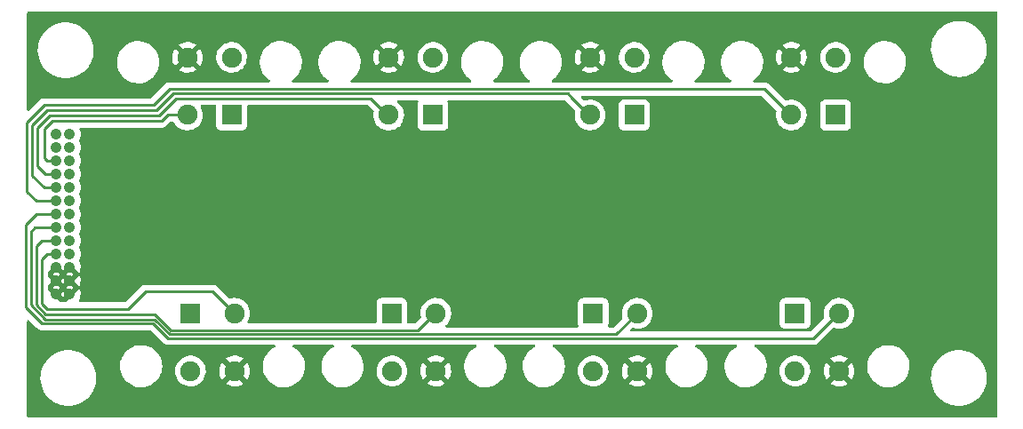
<source format=gbr>
%TF.GenerationSoftware,KiCad,Pcbnew,(6.0.6)*%
%TF.CreationDate,2022-07-02T11:07:41-07:00*%
%TF.ProjectId,PT Hub,50542048-7562-42e6-9b69-6361645f7063,v01*%
%TF.SameCoordinates,Original*%
%TF.FileFunction,Copper,L2,Bot*%
%TF.FilePolarity,Positive*%
%FSLAX46Y46*%
G04 Gerber Fmt 4.6, Leading zero omitted, Abs format (unit mm)*
G04 Created by KiCad (PCBNEW (6.0.6)) date 2022-07-02 11:07:41*
%MOMM*%
%LPD*%
G01*
G04 APERTURE LIST*
%TA.AperFunction,ComponentPad*%
%ADD10R,1.900000X1.900000*%
%TD*%
%TA.AperFunction,ComponentPad*%
%ADD11C,1.900000*%
%TD*%
%TA.AperFunction,ComponentPad*%
%ADD12C,1.066800*%
%TD*%
%TA.AperFunction,ViaPad*%
%ADD13C,0.762000*%
%TD*%
%TA.AperFunction,Conductor*%
%ADD14C,0.254000*%
%TD*%
G04 APERTURE END LIST*
D10*
%TO.P,P6,1,+12V*%
%TO.N,5V*%
X125425500Y-127560000D03*
D11*
%TO.P,P6,2,GND*%
%TO.N,PT6+*%
X129625499Y-127560000D03*
%TO.P,P6,3,3*%
%TO.N,PT6-*%
X125425500Y-133059999D03*
%TO.P,P6,4,4*%
%TO.N,Earth*%
X129625499Y-133059999D03*
%TD*%
D12*
%TO.P,P1,1,1*%
%TO.N,5V*%
X74295000Y-110490000D03*
%TO.P,P1,2,2*%
X75565000Y-110490000D03*
%TO.P,P1,3,3*%
X74295000Y-111760000D03*
%TO.P,P1,4,4*%
X75565000Y-111760000D03*
%TO.P,P1,5,5*%
%TO.N,PT1+*%
X74295000Y-113030000D03*
%TO.P,P1,6,6*%
%TO.N,PT1-*%
X75565000Y-113030000D03*
%TO.P,P1,7,7*%
%TO.N,PT2+*%
X74295000Y-114300000D03*
%TO.P,P1,8,8*%
%TO.N,PT2-*%
X75565000Y-114300000D03*
%TO.P,P1,9,9*%
%TO.N,PT3+*%
X74295000Y-115570000D03*
%TO.P,P1,10,10*%
%TO.N,PT3-*%
X75565000Y-115570000D03*
%TO.P,P1,11,11*%
%TO.N,PT4+*%
X74295000Y-116840000D03*
%TO.P,P1,12,12*%
%TO.N,PT4-*%
X75565000Y-116840000D03*
%TO.P,P1,13,13*%
%TO.N,PT5+*%
X74295000Y-118110000D03*
%TO.P,P1,14,14*%
%TO.N,PT5-*%
X75565000Y-118110000D03*
%TO.P,P1,15,15*%
%TO.N,PT6+*%
X74295000Y-119380000D03*
%TO.P,P1,16,16*%
%TO.N,PT6-*%
X75565000Y-119380000D03*
%TO.P,P1,17,17*%
%TO.N,PT7+*%
X74295000Y-120650000D03*
%TO.P,P1,18,18*%
%TO.N,PT7-*%
X75565000Y-120650000D03*
%TO.P,P1,19,19*%
%TO.N,PT8+*%
X74295000Y-121920000D03*
%TO.P,P1,20,20*%
%TO.N,PT8-*%
X75565000Y-121920000D03*
%TO.P,P1,21,21*%
%TO.N,Earth*%
X74295000Y-123190000D03*
%TO.P,P1,22,22*%
X75565000Y-123190000D03*
%TO.P,P1,23,23*%
X74295000Y-124460000D03*
%TO.P,P1,24,24*%
X75565000Y-124460000D03*
%TO.P,P1,25,25*%
X74295000Y-125730000D03*
%TO.P,P1,26,26*%
X75565000Y-125730000D03*
%TD*%
D10*
%TO.P,P3,1,+12V*%
%TO.N,5V*%
X106248500Y-127560000D03*
D11*
%TO.P,P3,2,GND*%
%TO.N,PT7+*%
X110448499Y-127560000D03*
%TO.P,P3,3,3*%
%TO.N,PT7-*%
X106248500Y-133059999D03*
%TO.P,P3,4,4*%
%TO.N,Earth*%
X110448499Y-133059999D03*
%TD*%
D10*
%TO.P,P8,1,+12V*%
%TO.N,5V*%
X148513500Y-108660000D03*
D11*
%TO.P,P8,2,GND*%
%TO.N,PT4+*%
X144313501Y-108660000D03*
%TO.P,P8,3,3*%
%TO.N,PT4-*%
X148513500Y-103160001D03*
%TO.P,P8,4,4*%
%TO.N,Earth*%
X144313501Y-103160001D03*
%TD*%
D10*
%TO.P,P2,1,+12V*%
%TO.N,5V*%
X144653000Y-127560000D03*
D11*
%TO.P,P2,2,GND*%
%TO.N,PT5+*%
X148852999Y-127560000D03*
%TO.P,P2,3,3*%
%TO.N,PT5-*%
X144653000Y-133059999D03*
%TO.P,P2,4,4*%
%TO.N,Earth*%
X148852999Y-133059999D03*
%TD*%
D10*
%TO.P,P5,1,+12V*%
%TO.N,5V*%
X129336501Y-108660000D03*
D11*
%TO.P,P5,2,GND*%
%TO.N,PT3+*%
X125136502Y-108660000D03*
%TO.P,P5,3,3*%
%TO.N,PT3-*%
X129336501Y-103160001D03*
%TO.P,P5,4,4*%
%TO.N,Earth*%
X125136502Y-103160001D03*
%TD*%
D10*
%TO.P,P4,1,+12V*%
%TO.N,5V*%
X90982495Y-108660006D03*
D11*
%TO.P,P4,2,GND*%
%TO.N,PT1+*%
X86782496Y-108660006D03*
%TO.P,P4,3,3*%
%TO.N,PT1-*%
X90982495Y-103160007D03*
%TO.P,P4,4,4*%
%TO.N,Earth*%
X86782496Y-103160007D03*
%TD*%
D10*
%TO.P,P7,1,+12V*%
%TO.N,5V*%
X110159501Y-108660000D03*
D11*
%TO.P,P7,2,GND*%
%TO.N,PT2+*%
X105959502Y-108660000D03*
%TO.P,P7,3,3*%
%TO.N,PT2-*%
X110159501Y-103160001D03*
%TO.P,P7,4,4*%
%TO.N,Earth*%
X105959502Y-103160001D03*
%TD*%
D10*
%TO.P,P9,1,+12V*%
%TO.N,5V*%
X87071500Y-127560000D03*
D11*
%TO.P,P9,2,GND*%
%TO.N,PT8+*%
X91271499Y-127560000D03*
%TO.P,P9,3,3*%
%TO.N,PT8-*%
X87071500Y-133059999D03*
%TO.P,P9,4,4*%
%TO.N,Earth*%
X91271499Y-133059999D03*
%TD*%
D13*
%TO.N,Earth*%
X87249000Y-118237000D03*
%TD*%
D14*
%TO.N,PT1+*%
X74295000Y-113030000D02*
X73406000Y-113030000D01*
X73406000Y-113030000D02*
X73152000Y-112776000D01*
X84888000Y-108660000D02*
X86782501Y-108660000D01*
X73914000Y-109220000D02*
X84328000Y-109220000D01*
X73152000Y-112776000D02*
X73152000Y-109982000D01*
X73152000Y-109982000D02*
X73914000Y-109220000D01*
X84328000Y-109220000D02*
X84888000Y-108660000D01*
%TO.N,PT2+*%
X73660000Y-108712000D02*
X84074000Y-108712000D01*
X72517000Y-113538000D02*
X72517000Y-109855000D01*
X85725000Y-107061000D02*
X104267000Y-107061000D01*
X104267000Y-107061000D02*
X105537000Y-108331000D01*
X84074000Y-108712000D02*
X85725000Y-107061000D01*
X73279000Y-114300000D02*
X72517000Y-113538000D01*
X72517000Y-109855000D02*
X73660000Y-108712000D01*
X74295000Y-114300000D02*
X73279000Y-114300000D01*
%TO.N,PT3+*%
X85407500Y-106616500D02*
X122999500Y-106616500D01*
X72009000Y-114427000D02*
X72009000Y-109601000D01*
X74295000Y-115570000D02*
X73152000Y-115570000D01*
X122999500Y-106616500D02*
X123380500Y-106997500D01*
X123380500Y-106997500D02*
X124968000Y-108585000D01*
X73152000Y-115570000D02*
X72009000Y-114427000D01*
X73406000Y-108204000D02*
X83820000Y-108204000D01*
X72009000Y-109601000D02*
X73406000Y-108204000D01*
X83820000Y-108204000D02*
X85407500Y-106616500D01*
%TO.N,PT4+*%
X73152000Y-107696000D02*
X83566000Y-107696000D01*
X83566000Y-107696000D02*
X85090000Y-106172000D01*
X71501000Y-115951000D02*
X71501000Y-109347000D01*
X74295000Y-116840000D02*
X72390000Y-116840000D01*
X85090000Y-106172000D02*
X141732000Y-106172000D01*
X72390000Y-116840000D02*
X71501000Y-115951000D01*
X141732000Y-106172000D02*
X144018000Y-108458000D01*
X71501000Y-109347000D02*
X73152000Y-107696000D01*
%TO.N,PT5+*%
X84901369Y-129921000D02*
X146431000Y-129921000D01*
X74295000Y-118110000D02*
X72390000Y-118110000D01*
X71374000Y-127000000D02*
X72898000Y-128524000D01*
X72390000Y-118110000D02*
X71374000Y-119126000D01*
X146431000Y-129921000D02*
X148717000Y-127635000D01*
X83504368Y-128524000D02*
X84901369Y-129921000D01*
X71374000Y-119126000D02*
X71374000Y-127000000D01*
X72898000Y-128524000D02*
X83504368Y-128524000D01*
%TO.N,PT6+*%
X71882000Y-119761000D02*
X71882000Y-126776816D01*
X71882000Y-126776816D02*
X73248184Y-128143000D01*
X73248184Y-128143000D02*
X83662184Y-128143000D01*
X72263000Y-119380000D02*
X71882000Y-119761000D01*
X83662184Y-128143000D02*
X85059184Y-129540000D01*
X85059184Y-129540000D02*
X127635000Y-129540000D01*
X74295000Y-119380000D02*
X72263000Y-119380000D01*
X127635000Y-129540000D02*
X129540000Y-127635000D01*
%TO.N,PT7+*%
X72898000Y-120650000D02*
X72390000Y-121158000D01*
X83693000Y-127635000D02*
X85217000Y-129159000D01*
X72390000Y-121158000D02*
X72390000Y-126746000D01*
X85217000Y-129159000D02*
X108712000Y-129159000D01*
X108712000Y-129159000D02*
X110236000Y-127635000D01*
X72390000Y-126746000D02*
X73279000Y-127635000D01*
X74295000Y-120650000D02*
X72898000Y-120650000D01*
X73279000Y-127635000D02*
X83693000Y-127635000D01*
%TO.N,PT8+*%
X73406000Y-127127000D02*
X72898000Y-126619000D01*
X91271499Y-127560000D02*
X89187499Y-125476000D01*
X73406000Y-121920000D02*
X74168000Y-121920000D01*
X72898000Y-122428000D02*
X73406000Y-121920000D01*
X82804000Y-125476000D02*
X81153000Y-127127000D01*
X72898000Y-126619000D02*
X72898000Y-122428000D01*
X81153000Y-127127000D02*
X73406000Y-127127000D01*
X89187499Y-125476000D02*
X82804000Y-125476000D01*
%TD*%
%TA.AperFunction,Conductor*%
%TO.N,Earth*%
G36*
X163898621Y-98826502D02*
G01*
X163945114Y-98880158D01*
X163956500Y-98932500D01*
X163956500Y-137363700D01*
X163936498Y-137431821D01*
X163882842Y-137478314D01*
X163830500Y-137489700D01*
X71627500Y-137489700D01*
X71559379Y-137469698D01*
X71512886Y-137416042D01*
X71501500Y-137363700D01*
X71501500Y-133777485D01*
X72774854Y-133777485D01*
X72775156Y-133781320D01*
X72793108Y-134009417D01*
X72800370Y-134101695D01*
X72865206Y-134420378D01*
X72968398Y-134728784D01*
X73108405Y-135022316D01*
X73283141Y-135296597D01*
X73285584Y-135299560D01*
X73285585Y-135299562D01*
X73435308Y-135481190D01*
X73490001Y-135547538D01*
X73725902Y-135771399D01*
X73987326Y-135964843D01*
X74128851Y-136044914D01*
X74267019Y-136123086D01*
X74267023Y-136123088D01*
X74270376Y-136124985D01*
X74570832Y-136249438D01*
X74674288Y-136278129D01*
X74880500Y-136335317D01*
X74880508Y-136335319D01*
X74884216Y-136336347D01*
X75205856Y-136384416D01*
X75209154Y-136384560D01*
X75320918Y-136389440D01*
X75320922Y-136389440D01*
X75322294Y-136389500D01*
X75520598Y-136389500D01*
X75762605Y-136374698D01*
X75766388Y-136373997D01*
X75766395Y-136373996D01*
X75966459Y-136336916D01*
X76082372Y-136315433D01*
X76291682Y-136249438D01*
X76388860Y-136218798D01*
X76388863Y-136218797D01*
X76392532Y-136217640D01*
X76396029Y-136216046D01*
X76396035Y-136216044D01*
X76684954Y-136084376D01*
X76684958Y-136084374D01*
X76688462Y-136082777D01*
X76965751Y-135912854D01*
X76968755Y-135910464D01*
X76968760Y-135910461D01*
X77093008Y-135811629D01*
X77220264Y-135710405D01*
X77222958Y-135707664D01*
X77222962Y-135707660D01*
X77445513Y-135481190D01*
X77445517Y-135481185D01*
X77448208Y-135478447D01*
X77646185Y-135220439D01*
X77811242Y-134940227D01*
X77940920Y-134641988D01*
X77955462Y-134592897D01*
X78018163Y-134381220D01*
X78033285Y-134330169D01*
X78086961Y-134009417D01*
X78101146Y-133684515D01*
X78084934Y-133478528D01*
X78075932Y-133364140D01*
X78075932Y-133364137D01*
X78075630Y-133360305D01*
X78010794Y-133041622D01*
X77907602Y-132733216D01*
X77810546Y-132529733D01*
X80359325Y-132529733D01*
X80359478Y-132534121D01*
X80359478Y-132534127D01*
X80368266Y-132785767D01*
X80369128Y-132810458D01*
X80369890Y-132814781D01*
X80369891Y-132814788D01*
X80393667Y-132949624D01*
X80417905Y-133087087D01*
X80419260Y-133091258D01*
X80419262Y-133091265D01*
X80491497Y-133313582D01*
X80504706Y-133354234D01*
X80506634Y-133358187D01*
X80506636Y-133358192D01*
X80541069Y-133428789D01*
X80627843Y-133606702D01*
X80630298Y-133610341D01*
X80630301Y-133610347D01*
X80782458Y-133835929D01*
X80782463Y-133835936D01*
X80784918Y-133839575D01*
X80972874Y-134048322D01*
X81064174Y-134124931D01*
X81184682Y-134226050D01*
X81184687Y-134226054D01*
X81188053Y-134228878D01*
X81426266Y-134377730D01*
X81682877Y-134491981D01*
X81952892Y-134569406D01*
X81957242Y-134570017D01*
X81957245Y-134570018D01*
X82060192Y-134584486D01*
X82231054Y-134608499D01*
X82441648Y-134608499D01*
X82443834Y-134608346D01*
X82443838Y-134608346D01*
X82647329Y-134594117D01*
X82647334Y-134594116D01*
X82651714Y-134593810D01*
X82926471Y-134535408D01*
X82930600Y-134533905D01*
X82930604Y-134533904D01*
X83186282Y-134440845D01*
X83186286Y-134440843D01*
X83190427Y-134439336D01*
X83194317Y-134437268D01*
X83194323Y-134437265D01*
X83434552Y-134309533D01*
X83434558Y-134309529D01*
X83438444Y-134307463D01*
X83442004Y-134304876D01*
X83442008Y-134304874D01*
X83662130Y-134144946D01*
X83662133Y-134144944D01*
X83665693Y-134142357D01*
X83760140Y-134051151D01*
X83864591Y-133950284D01*
X83864594Y-133950280D01*
X83867753Y-133947230D01*
X83889072Y-133919944D01*
X84037982Y-133729347D01*
X84040690Y-133725881D01*
X84117057Y-133593610D01*
X84178933Y-133486438D01*
X84178936Y-133486433D01*
X84181138Y-133482618D01*
X84182788Y-133478534D01*
X84182791Y-133478528D01*
X84267557Y-133268722D01*
X84286363Y-133222176D01*
X84308146Y-133134809D01*
X84335714Y-133024243D01*
X85608438Y-133024243D01*
X85608735Y-133029395D01*
X85608735Y-133029399D01*
X85613853Y-133118159D01*
X85622244Y-133263679D01*
X85623379Y-133268716D01*
X85623380Y-133268722D01*
X85672444Y-133486438D01*
X85674970Y-133497645D01*
X85765202Y-133719858D01*
X85890514Y-133924350D01*
X86047543Y-134105629D01*
X86232071Y-134258827D01*
X86439143Y-134379830D01*
X86663197Y-134465388D01*
X86668263Y-134466419D01*
X86668264Y-134466419D01*
X86724539Y-134477868D01*
X86898216Y-134513203D01*
X87033764Y-134518173D01*
X87132725Y-134521802D01*
X87132729Y-134521802D01*
X87137889Y-134521991D01*
X87143009Y-134521335D01*
X87143011Y-134521335D01*
X87370651Y-134492174D01*
X87370652Y-134492174D01*
X87375779Y-134491517D01*
X87459435Y-134466419D01*
X87600542Y-134424085D01*
X87600547Y-134424083D01*
X87605497Y-134422598D01*
X87820874Y-134317086D01*
X87825079Y-134314086D01*
X87825085Y-134314083D01*
X87902450Y-134258899D01*
X90437857Y-134258899D01*
X90441160Y-134263559D01*
X90634898Y-134376770D01*
X90644185Y-134381220D01*
X90858505Y-134463061D01*
X90868407Y-134465938D01*
X91093198Y-134511672D01*
X91103450Y-134512895D01*
X91332701Y-134521301D01*
X91342987Y-134520834D01*
X91570542Y-134491683D01*
X91580628Y-134489540D01*
X91800363Y-134423616D01*
X91809958Y-134419855D01*
X92015965Y-134318934D01*
X92024831Y-134313649D01*
X92092444Y-134265420D01*
X92100845Y-134254720D01*
X92093857Y-134241567D01*
X91284311Y-133432021D01*
X91270367Y-133424407D01*
X91268534Y-133424538D01*
X91261919Y-133428789D01*
X90445134Y-134245574D01*
X90437857Y-134258899D01*
X87902450Y-134258899D01*
X87941268Y-134231210D01*
X88016127Y-134177814D01*
X88186011Y-134008522D01*
X88232546Y-133943762D01*
X88322945Y-133817957D01*
X88325963Y-133813757D01*
X88341995Y-133781320D01*
X88429933Y-133603391D01*
X88429934Y-133603389D01*
X88432227Y-133598749D01*
X88501947Y-133369273D01*
X88533252Y-133131491D01*
X88534999Y-133059999D01*
X88532484Y-133029411D01*
X89809236Y-133029411D01*
X89822443Y-133258450D01*
X89823876Y-133268652D01*
X89874309Y-133492441D01*
X89877397Y-133502294D01*
X89963703Y-133714839D01*
X89968351Y-133724040D01*
X90065235Y-133882142D01*
X90075691Y-133891603D01*
X90084469Y-133887819D01*
X90899477Y-133072811D01*
X90905855Y-133061131D01*
X91635907Y-133061131D01*
X91636038Y-133062964D01*
X91640289Y-133069579D01*
X92453629Y-133882919D01*
X92465640Y-133889478D01*
X92477379Y-133880510D01*
X92522511Y-133817701D01*
X92527826Y-133808856D01*
X92629465Y-133603205D01*
X92633264Y-133593610D01*
X92699952Y-133374119D01*
X92702131Y-133364038D01*
X92732312Y-133134788D01*
X92732831Y-133128113D01*
X92734414Y-133063363D01*
X92734220Y-133056646D01*
X92715275Y-132826205D01*
X92713592Y-132816043D01*
X92657703Y-132593538D01*
X92654382Y-132583783D01*
X92562908Y-132373409D01*
X92558030Y-132364311D01*
X92476883Y-132238875D01*
X92466197Y-132229673D01*
X92456632Y-132234076D01*
X91643521Y-133047187D01*
X91635907Y-133061131D01*
X90905855Y-133061131D01*
X90907091Y-133058867D01*
X90906960Y-133057034D01*
X90902709Y-133050419D01*
X90089383Y-132237093D01*
X90077847Y-132230793D01*
X90065564Y-132240417D01*
X90002348Y-132333088D01*
X89997255Y-132342052D01*
X89900662Y-132550144D01*
X89897105Y-132559812D01*
X89835798Y-132780878D01*
X89833867Y-132790998D01*
X89809488Y-133019122D01*
X89809236Y-133029411D01*
X88532484Y-133029411D01*
X88525565Y-132945251D01*
X88515771Y-132826123D01*
X88515770Y-132826117D01*
X88515347Y-132820972D01*
X88456920Y-132588363D01*
X88454864Y-132583633D01*
X88454861Y-132583626D01*
X88363347Y-132373158D01*
X88363345Y-132373155D01*
X88361287Y-132368421D01*
X88344074Y-132341813D01*
X88233825Y-132171395D01*
X88233823Y-132171392D01*
X88231015Y-132167052D01*
X88202080Y-132135252D01*
X88073082Y-131993486D01*
X88073080Y-131993485D01*
X88069604Y-131989664D01*
X88065553Y-131986465D01*
X88065549Y-131986461D01*
X87911749Y-131864998D01*
X90441294Y-131864998D01*
X90448039Y-131877329D01*
X91258687Y-132687977D01*
X91272631Y-132695591D01*
X91274464Y-132695460D01*
X91281079Y-132691209D01*
X92096089Y-131876199D01*
X92103110Y-131863342D01*
X92095337Y-131852675D01*
X92085166Y-131844642D01*
X92076582Y-131838939D01*
X91875749Y-131728073D01*
X91866337Y-131723843D01*
X91650090Y-131647265D01*
X91640119Y-131644631D01*
X91414268Y-131604401D01*
X91404015Y-131603432D01*
X91174615Y-131600629D01*
X91164331Y-131601349D01*
X90937566Y-131636049D01*
X90927538Y-131638438D01*
X90709483Y-131709709D01*
X90699974Y-131713706D01*
X90496492Y-131819632D01*
X90487767Y-131825126D01*
X90449747Y-131853673D01*
X90441294Y-131864998D01*
X87911749Y-131864998D01*
X87881388Y-131841020D01*
X87671422Y-131725112D01*
X87548958Y-131681745D01*
X87450220Y-131646780D01*
X87450216Y-131646779D01*
X87445345Y-131645054D01*
X87440252Y-131644147D01*
X87440249Y-131644146D01*
X87214316Y-131603901D01*
X87214310Y-131603900D01*
X87209227Y-131602995D01*
X87121960Y-131601929D01*
X86974581Y-131600128D01*
X86974579Y-131600128D01*
X86969411Y-131600065D01*
X86732337Y-131636342D01*
X86504371Y-131710853D01*
X86291636Y-131821596D01*
X86287503Y-131824699D01*
X86287500Y-131824701D01*
X86103980Y-131962492D01*
X86099845Y-131965597D01*
X86096273Y-131969335D01*
X85954936Y-132117236D01*
X85934148Y-132138989D01*
X85931234Y-132143261D01*
X85931233Y-132143262D01*
X85915005Y-132167052D01*
X85798995Y-132337116D01*
X85752889Y-132436442D01*
X85711613Y-132525364D01*
X85698016Y-132554655D01*
X85633924Y-132785767D01*
X85608438Y-133024243D01*
X84335714Y-133024243D01*
X84353254Y-132953893D01*
X84353255Y-132953888D01*
X84354318Y-132949624D01*
X84367299Y-132826123D01*
X84383220Y-132674636D01*
X84383220Y-132674633D01*
X84383679Y-132670267D01*
X84380659Y-132583783D01*
X84374030Y-132393939D01*
X84374029Y-132393933D01*
X84373876Y-132389542D01*
X84371032Y-132373409D01*
X84334354Y-132165403D01*
X84325099Y-132112913D01*
X84323744Y-132108742D01*
X84323742Y-132108735D01*
X84239659Y-131849955D01*
X84238298Y-131845766D01*
X84235984Y-131841020D01*
X84140404Y-131645054D01*
X84115161Y-131593298D01*
X84112706Y-131589659D01*
X84112703Y-131589653D01*
X83960546Y-131364071D01*
X83960541Y-131364064D01*
X83958086Y-131360425D01*
X83770130Y-131151678D01*
X83675769Y-131072500D01*
X83558322Y-130973950D01*
X83558317Y-130973946D01*
X83554951Y-130971122D01*
X83316738Y-130822270D01*
X83060127Y-130708019D01*
X82790112Y-130630594D01*
X82785762Y-130629983D01*
X82785759Y-130629982D01*
X82681937Y-130615391D01*
X82511950Y-130591501D01*
X82301356Y-130591501D01*
X82299170Y-130591654D01*
X82299166Y-130591654D01*
X82095675Y-130605883D01*
X82095670Y-130605884D01*
X82091290Y-130606190D01*
X81816533Y-130664592D01*
X81812404Y-130666095D01*
X81812400Y-130666096D01*
X81556722Y-130759155D01*
X81556718Y-130759157D01*
X81552577Y-130760664D01*
X81548687Y-130762732D01*
X81548681Y-130762735D01*
X81308452Y-130890467D01*
X81308446Y-130890471D01*
X81304560Y-130892537D01*
X81301000Y-130895124D01*
X81300996Y-130895126D01*
X81080874Y-131055054D01*
X81077311Y-131057643D01*
X81074147Y-131060699D01*
X81074144Y-131060701D01*
X80878413Y-131249716D01*
X80878410Y-131249720D01*
X80875251Y-131252770D01*
X80872545Y-131256234D01*
X80872541Y-131256238D01*
X80788293Y-131364071D01*
X80702314Y-131474119D01*
X80660157Y-131547137D01*
X80564256Y-131713243D01*
X80561866Y-131717382D01*
X80560216Y-131721466D01*
X80560213Y-131721472D01*
X80502225Y-131864998D01*
X80456641Y-131977824D01*
X80455577Y-131982093D01*
X80455576Y-131982095D01*
X80390055Y-132244886D01*
X80388686Y-132250376D01*
X80388227Y-132254744D01*
X80388226Y-132254749D01*
X80359791Y-132525299D01*
X80359325Y-132529733D01*
X77810546Y-132529733D01*
X77767595Y-132439684D01*
X77592859Y-132165403D01*
X77590415Y-132162438D01*
X77388442Y-131917425D01*
X77388438Y-131917420D01*
X77385999Y-131914462D01*
X77150098Y-131690601D01*
X76888674Y-131497157D01*
X76683781Y-131381234D01*
X76608981Y-131338914D01*
X76608977Y-131338912D01*
X76605624Y-131337015D01*
X76305168Y-131212562D01*
X76201712Y-131183871D01*
X75995500Y-131126683D01*
X75995492Y-131126681D01*
X75991784Y-131125653D01*
X75670144Y-131077584D01*
X75666846Y-131077440D01*
X75555082Y-131072560D01*
X75555078Y-131072560D01*
X75553706Y-131072500D01*
X75355402Y-131072500D01*
X75113395Y-131087302D01*
X75109612Y-131088003D01*
X75109605Y-131088004D01*
X74953512Y-131116934D01*
X74793628Y-131146567D01*
X74609058Y-131204762D01*
X74487140Y-131243202D01*
X74487137Y-131243203D01*
X74483468Y-131244360D01*
X74479971Y-131245954D01*
X74479965Y-131245956D01*
X74191046Y-131377624D01*
X74191042Y-131377626D01*
X74187538Y-131379223D01*
X74184259Y-131381233D01*
X74184256Y-131381234D01*
X74026468Y-131477927D01*
X73910249Y-131549146D01*
X73907245Y-131551536D01*
X73907240Y-131551539D01*
X73840784Y-131604401D01*
X73655736Y-131751595D01*
X73653042Y-131754336D01*
X73653038Y-131754340D01*
X73430487Y-131980810D01*
X73430483Y-131980815D01*
X73427792Y-131983553D01*
X73305243Y-132143262D01*
X73238078Y-132230793D01*
X73229815Y-132241561D01*
X73064758Y-132521773D01*
X72935080Y-132820012D01*
X72933986Y-132823706D01*
X72933984Y-132823711D01*
X72896687Y-132949624D01*
X72842715Y-133131831D01*
X72789039Y-133452583D01*
X72774854Y-133777485D01*
X71501500Y-133777485D01*
X71501500Y-128330422D01*
X71521502Y-128262301D01*
X71575158Y-128215808D01*
X71645432Y-128205704D01*
X71710012Y-128235198D01*
X71716595Y-128241327D01*
X72392745Y-128917477D01*
X72400322Y-128925803D01*
X72404447Y-128932303D01*
X72410225Y-128937729D01*
X72410226Y-128937730D01*
X72454281Y-128979100D01*
X72457123Y-128981855D01*
X72476906Y-129001638D01*
X72480114Y-129004126D01*
X72489143Y-129011837D01*
X72521494Y-129042217D01*
X72528443Y-129046037D01*
X72539329Y-129052022D01*
X72555853Y-129062876D01*
X72571933Y-129075349D01*
X72579210Y-129078498D01*
X72612650Y-129092969D01*
X72623311Y-129098192D01*
X72655247Y-129115749D01*
X72655252Y-129115751D01*
X72662197Y-129119569D01*
X72669871Y-129121539D01*
X72669878Y-129121542D01*
X72681913Y-129124632D01*
X72700618Y-129131036D01*
X72712013Y-129135967D01*
X72719292Y-129139117D01*
X72734767Y-129141568D01*
X72763127Y-129146060D01*
X72774740Y-129148465D01*
X72817718Y-129159500D01*
X72838065Y-129159500D01*
X72857777Y-129161051D01*
X72877879Y-129164235D01*
X72885771Y-129163489D01*
X72922056Y-129160059D01*
X72933914Y-129159500D01*
X83188945Y-129159500D01*
X83257066Y-129179502D01*
X83278040Y-129196405D01*
X84396119Y-130314483D01*
X84403695Y-130322809D01*
X84407816Y-130329303D01*
X84413591Y-130334726D01*
X84457634Y-130376085D01*
X84460476Y-130378840D01*
X84480275Y-130398639D01*
X84483400Y-130401063D01*
X84483409Y-130401071D01*
X84483495Y-130401137D01*
X84492520Y-130408845D01*
X84524863Y-130439217D01*
X84531807Y-130443035D01*
X84531809Y-130443036D01*
X84542698Y-130449022D01*
X84559216Y-130459873D01*
X84575302Y-130472350D01*
X84616035Y-130489976D01*
X84626683Y-130495193D01*
X84638311Y-130501585D01*
X84665566Y-130516569D01*
X84673241Y-130518540D01*
X84673247Y-130518542D01*
X84685280Y-130521631D01*
X84703982Y-130528034D01*
X84722661Y-130536117D01*
X84756187Y-130541427D01*
X84766496Y-130543060D01*
X84778109Y-130545465D01*
X84821087Y-130556500D01*
X84841434Y-130556500D01*
X84861146Y-130558051D01*
X84881248Y-130561235D01*
X84889140Y-130560489D01*
X84925425Y-130557059D01*
X84937283Y-130556500D01*
X95031169Y-130556500D01*
X95099290Y-130576502D01*
X95145783Y-130630158D01*
X95155887Y-130700432D01*
X95126393Y-130765012D01*
X95090324Y-130793750D01*
X94904533Y-130892537D01*
X94900973Y-130895124D01*
X94900969Y-130895126D01*
X94680847Y-131055054D01*
X94677284Y-131057643D01*
X94674120Y-131060699D01*
X94674117Y-131060701D01*
X94478386Y-131249716D01*
X94478383Y-131249720D01*
X94475224Y-131252770D01*
X94472518Y-131256234D01*
X94472514Y-131256238D01*
X94388266Y-131364071D01*
X94302287Y-131474119D01*
X94260130Y-131547137D01*
X94164229Y-131713243D01*
X94161839Y-131717382D01*
X94160189Y-131721466D01*
X94160186Y-131721472D01*
X94102198Y-131864998D01*
X94056614Y-131977824D01*
X94055550Y-131982093D01*
X94055549Y-131982095D01*
X93990028Y-132244886D01*
X93988659Y-132250376D01*
X93988200Y-132254744D01*
X93988199Y-132254749D01*
X93959764Y-132525299D01*
X93959298Y-132529733D01*
X93959451Y-132534121D01*
X93959451Y-132534127D01*
X93968239Y-132785767D01*
X93969101Y-132810458D01*
X93969863Y-132814781D01*
X93969864Y-132814788D01*
X93993640Y-132949624D01*
X94017878Y-133087087D01*
X94019233Y-133091258D01*
X94019235Y-133091265D01*
X94091470Y-133313582D01*
X94104679Y-133354234D01*
X94106607Y-133358187D01*
X94106609Y-133358192D01*
X94141042Y-133428789D01*
X94227816Y-133606702D01*
X94230271Y-133610341D01*
X94230274Y-133610347D01*
X94382431Y-133835929D01*
X94382436Y-133835936D01*
X94384891Y-133839575D01*
X94572847Y-134048322D01*
X94664147Y-134124931D01*
X94784655Y-134226050D01*
X94784660Y-134226054D01*
X94788026Y-134228878D01*
X95026239Y-134377730D01*
X95282850Y-134491981D01*
X95552865Y-134569406D01*
X95557215Y-134570017D01*
X95557218Y-134570018D01*
X95660165Y-134584486D01*
X95831027Y-134608499D01*
X96041621Y-134608499D01*
X96043807Y-134608346D01*
X96043811Y-134608346D01*
X96247302Y-134594117D01*
X96247307Y-134594116D01*
X96251687Y-134593810D01*
X96526444Y-134535408D01*
X96530573Y-134533905D01*
X96530577Y-134533904D01*
X96786255Y-134440845D01*
X96786259Y-134440843D01*
X96790400Y-134439336D01*
X96794290Y-134437268D01*
X96794296Y-134437265D01*
X97034525Y-134309533D01*
X97034531Y-134309529D01*
X97038417Y-134307463D01*
X97041977Y-134304876D01*
X97041981Y-134304874D01*
X97262103Y-134144946D01*
X97262106Y-134144944D01*
X97265666Y-134142357D01*
X97360113Y-134051151D01*
X97464564Y-133950284D01*
X97464567Y-133950280D01*
X97467726Y-133947230D01*
X97489045Y-133919944D01*
X97637955Y-133729347D01*
X97640663Y-133725881D01*
X97717030Y-133593610D01*
X97778906Y-133486438D01*
X97778909Y-133486433D01*
X97781111Y-133482618D01*
X97782761Y-133478534D01*
X97782764Y-133478528D01*
X97867530Y-133268722D01*
X97886336Y-133222176D01*
X97908119Y-133134809D01*
X97953227Y-132953893D01*
X97953228Y-132953888D01*
X97954291Y-132949624D01*
X97967272Y-132826123D01*
X97983193Y-132674636D01*
X97983193Y-132674633D01*
X97983652Y-132670267D01*
X97980632Y-132583783D01*
X97974003Y-132393939D01*
X97974002Y-132393933D01*
X97973849Y-132389542D01*
X97971005Y-132373409D01*
X97934327Y-132165403D01*
X97925072Y-132112913D01*
X97923717Y-132108742D01*
X97923715Y-132108735D01*
X97839632Y-131849955D01*
X97838271Y-131845766D01*
X97835957Y-131841020D01*
X97740377Y-131645054D01*
X97715134Y-131593298D01*
X97712679Y-131589659D01*
X97712676Y-131589653D01*
X97560519Y-131364071D01*
X97560514Y-131364064D01*
X97558059Y-131360425D01*
X97370103Y-131151678D01*
X97275742Y-131072500D01*
X97158295Y-130973950D01*
X97158290Y-130973946D01*
X97154924Y-130971122D01*
X96916711Y-130822270D01*
X96861317Y-130797607D01*
X96807221Y-130751627D01*
X96786572Y-130683699D01*
X96805924Y-130615391D01*
X96859135Y-130568390D01*
X96912566Y-130556500D01*
X100608196Y-130556500D01*
X100676317Y-130576502D01*
X100722810Y-130630158D01*
X100732914Y-130700432D01*
X100703420Y-130765012D01*
X100667351Y-130793750D01*
X100481560Y-130892537D01*
X100478000Y-130895124D01*
X100477996Y-130895126D01*
X100257874Y-131055054D01*
X100254311Y-131057643D01*
X100251147Y-131060699D01*
X100251144Y-131060701D01*
X100055413Y-131249716D01*
X100055410Y-131249720D01*
X100052251Y-131252770D01*
X100049545Y-131256234D01*
X100049541Y-131256238D01*
X99965293Y-131364071D01*
X99879314Y-131474119D01*
X99837157Y-131547137D01*
X99741256Y-131713243D01*
X99738866Y-131717382D01*
X99737216Y-131721466D01*
X99737213Y-131721472D01*
X99679225Y-131864998D01*
X99633641Y-131977824D01*
X99632577Y-131982093D01*
X99632576Y-131982095D01*
X99567055Y-132244886D01*
X99565686Y-132250376D01*
X99565227Y-132254744D01*
X99565226Y-132254749D01*
X99536791Y-132525299D01*
X99536325Y-132529733D01*
X99536478Y-132534121D01*
X99536478Y-132534127D01*
X99545266Y-132785767D01*
X99546128Y-132810458D01*
X99546890Y-132814781D01*
X99546891Y-132814788D01*
X99570667Y-132949624D01*
X99594905Y-133087087D01*
X99596260Y-133091258D01*
X99596262Y-133091265D01*
X99668497Y-133313582D01*
X99681706Y-133354234D01*
X99683634Y-133358187D01*
X99683636Y-133358192D01*
X99718069Y-133428789D01*
X99804843Y-133606702D01*
X99807298Y-133610341D01*
X99807301Y-133610347D01*
X99959458Y-133835929D01*
X99959463Y-133835936D01*
X99961918Y-133839575D01*
X100149874Y-134048322D01*
X100241174Y-134124931D01*
X100361682Y-134226050D01*
X100361687Y-134226054D01*
X100365053Y-134228878D01*
X100603266Y-134377730D01*
X100859877Y-134491981D01*
X101129892Y-134569406D01*
X101134242Y-134570017D01*
X101134245Y-134570018D01*
X101237192Y-134584486D01*
X101408054Y-134608499D01*
X101618648Y-134608499D01*
X101620834Y-134608346D01*
X101620838Y-134608346D01*
X101824329Y-134594117D01*
X101824334Y-134594116D01*
X101828714Y-134593810D01*
X102103471Y-134535408D01*
X102107600Y-134533905D01*
X102107604Y-134533904D01*
X102363282Y-134440845D01*
X102363286Y-134440843D01*
X102367427Y-134439336D01*
X102371317Y-134437268D01*
X102371323Y-134437265D01*
X102611552Y-134309533D01*
X102611558Y-134309529D01*
X102615444Y-134307463D01*
X102619004Y-134304876D01*
X102619008Y-134304874D01*
X102839130Y-134144946D01*
X102839133Y-134144944D01*
X102842693Y-134142357D01*
X102937140Y-134051151D01*
X103041591Y-133950284D01*
X103041594Y-133950280D01*
X103044753Y-133947230D01*
X103066072Y-133919944D01*
X103214982Y-133729347D01*
X103217690Y-133725881D01*
X103294057Y-133593610D01*
X103355933Y-133486438D01*
X103355936Y-133486433D01*
X103358138Y-133482618D01*
X103359788Y-133478534D01*
X103359791Y-133478528D01*
X103444557Y-133268722D01*
X103463363Y-133222176D01*
X103485146Y-133134809D01*
X103512714Y-133024243D01*
X104785438Y-133024243D01*
X104785735Y-133029395D01*
X104785735Y-133029399D01*
X104790853Y-133118159D01*
X104799244Y-133263679D01*
X104800379Y-133268716D01*
X104800380Y-133268722D01*
X104849444Y-133486438D01*
X104851970Y-133497645D01*
X104942202Y-133719858D01*
X105067514Y-133924350D01*
X105224543Y-134105629D01*
X105409071Y-134258827D01*
X105616143Y-134379830D01*
X105840197Y-134465388D01*
X105845263Y-134466419D01*
X105845264Y-134466419D01*
X105901539Y-134477868D01*
X106075216Y-134513203D01*
X106210764Y-134518173D01*
X106309725Y-134521802D01*
X106309729Y-134521802D01*
X106314889Y-134521991D01*
X106320009Y-134521335D01*
X106320011Y-134521335D01*
X106547651Y-134492174D01*
X106547652Y-134492174D01*
X106552779Y-134491517D01*
X106636435Y-134466419D01*
X106777542Y-134424085D01*
X106777547Y-134424083D01*
X106782497Y-134422598D01*
X106997874Y-134317086D01*
X107002079Y-134314086D01*
X107002085Y-134314083D01*
X107079450Y-134258899D01*
X109614857Y-134258899D01*
X109618160Y-134263559D01*
X109811898Y-134376770D01*
X109821185Y-134381220D01*
X110035505Y-134463061D01*
X110045407Y-134465938D01*
X110270198Y-134511672D01*
X110280450Y-134512895D01*
X110509701Y-134521301D01*
X110519987Y-134520834D01*
X110747542Y-134491683D01*
X110757628Y-134489540D01*
X110977363Y-134423616D01*
X110986958Y-134419855D01*
X111192965Y-134318934D01*
X111201831Y-134313649D01*
X111269444Y-134265420D01*
X111277845Y-134254720D01*
X111270857Y-134241567D01*
X110461311Y-133432021D01*
X110447367Y-133424407D01*
X110445534Y-133424538D01*
X110438919Y-133428789D01*
X109622134Y-134245574D01*
X109614857Y-134258899D01*
X107079450Y-134258899D01*
X107118268Y-134231210D01*
X107193127Y-134177814D01*
X107363011Y-134008522D01*
X107409546Y-133943762D01*
X107499945Y-133817957D01*
X107502963Y-133813757D01*
X107518995Y-133781320D01*
X107606933Y-133603391D01*
X107606934Y-133603389D01*
X107609227Y-133598749D01*
X107678947Y-133369273D01*
X107710252Y-133131491D01*
X107711999Y-133059999D01*
X107709484Y-133029411D01*
X108986236Y-133029411D01*
X108999443Y-133258450D01*
X109000876Y-133268652D01*
X109051309Y-133492441D01*
X109054397Y-133502294D01*
X109140703Y-133714839D01*
X109145351Y-133724040D01*
X109242235Y-133882142D01*
X109252691Y-133891603D01*
X109261469Y-133887819D01*
X110076477Y-133072811D01*
X110082855Y-133061131D01*
X110812907Y-133061131D01*
X110813038Y-133062964D01*
X110817289Y-133069579D01*
X111630629Y-133882919D01*
X111642640Y-133889478D01*
X111654379Y-133880510D01*
X111699511Y-133817701D01*
X111704826Y-133808856D01*
X111806465Y-133603205D01*
X111810264Y-133593610D01*
X111876952Y-133374119D01*
X111879131Y-133364038D01*
X111909312Y-133134788D01*
X111909831Y-133128113D01*
X111911414Y-133063363D01*
X111911220Y-133056646D01*
X111892275Y-132826205D01*
X111890592Y-132816043D01*
X111834703Y-132593538D01*
X111831382Y-132583783D01*
X111739908Y-132373409D01*
X111735030Y-132364311D01*
X111653883Y-132238875D01*
X111643197Y-132229673D01*
X111633632Y-132234076D01*
X110820521Y-133047187D01*
X110812907Y-133061131D01*
X110082855Y-133061131D01*
X110084091Y-133058867D01*
X110083960Y-133057034D01*
X110079709Y-133050419D01*
X109266383Y-132237093D01*
X109254847Y-132230793D01*
X109242564Y-132240417D01*
X109179348Y-132333088D01*
X109174255Y-132342052D01*
X109077662Y-132550144D01*
X109074105Y-132559812D01*
X109012798Y-132780878D01*
X109010867Y-132790998D01*
X108986488Y-133019122D01*
X108986236Y-133029411D01*
X107709484Y-133029411D01*
X107702565Y-132945251D01*
X107692771Y-132826123D01*
X107692770Y-132826117D01*
X107692347Y-132820972D01*
X107633920Y-132588363D01*
X107631864Y-132583633D01*
X107631861Y-132583626D01*
X107540347Y-132373158D01*
X107540345Y-132373155D01*
X107538287Y-132368421D01*
X107521074Y-132341813D01*
X107410825Y-132171395D01*
X107410823Y-132171392D01*
X107408015Y-132167052D01*
X107379080Y-132135252D01*
X107250082Y-131993486D01*
X107250080Y-131993485D01*
X107246604Y-131989664D01*
X107242553Y-131986465D01*
X107242549Y-131986461D01*
X107088749Y-131864998D01*
X109618294Y-131864998D01*
X109625039Y-131877329D01*
X110435687Y-132687977D01*
X110449631Y-132695591D01*
X110451464Y-132695460D01*
X110458079Y-132691209D01*
X111273089Y-131876199D01*
X111280110Y-131863342D01*
X111272337Y-131852675D01*
X111262166Y-131844642D01*
X111253582Y-131838939D01*
X111052749Y-131728073D01*
X111043337Y-131723843D01*
X110827090Y-131647265D01*
X110817119Y-131644631D01*
X110591268Y-131604401D01*
X110581015Y-131603432D01*
X110351615Y-131600629D01*
X110341331Y-131601349D01*
X110114566Y-131636049D01*
X110104538Y-131638438D01*
X109886483Y-131709709D01*
X109876974Y-131713706D01*
X109673492Y-131819632D01*
X109664767Y-131825126D01*
X109626747Y-131853673D01*
X109618294Y-131864998D01*
X107088749Y-131864998D01*
X107058388Y-131841020D01*
X106848422Y-131725112D01*
X106725958Y-131681745D01*
X106627220Y-131646780D01*
X106627216Y-131646779D01*
X106622345Y-131645054D01*
X106617252Y-131644147D01*
X106617249Y-131644146D01*
X106391316Y-131603901D01*
X106391310Y-131603900D01*
X106386227Y-131602995D01*
X106298960Y-131601929D01*
X106151581Y-131600128D01*
X106151579Y-131600128D01*
X106146411Y-131600065D01*
X105909337Y-131636342D01*
X105681371Y-131710853D01*
X105468636Y-131821596D01*
X105464503Y-131824699D01*
X105464500Y-131824701D01*
X105280980Y-131962492D01*
X105276845Y-131965597D01*
X105273273Y-131969335D01*
X105131936Y-132117236D01*
X105111148Y-132138989D01*
X105108234Y-132143261D01*
X105108233Y-132143262D01*
X105092005Y-132167052D01*
X104975995Y-132337116D01*
X104929889Y-132436442D01*
X104888613Y-132525364D01*
X104875016Y-132554655D01*
X104810924Y-132785767D01*
X104785438Y-133024243D01*
X103512714Y-133024243D01*
X103530254Y-132953893D01*
X103530255Y-132953888D01*
X103531318Y-132949624D01*
X103544299Y-132826123D01*
X103560220Y-132674636D01*
X103560220Y-132674633D01*
X103560679Y-132670267D01*
X103557659Y-132583783D01*
X103551030Y-132393939D01*
X103551029Y-132393933D01*
X103550876Y-132389542D01*
X103548032Y-132373409D01*
X103511354Y-132165403D01*
X103502099Y-132112913D01*
X103500744Y-132108742D01*
X103500742Y-132108735D01*
X103416659Y-131849955D01*
X103415298Y-131845766D01*
X103412984Y-131841020D01*
X103317404Y-131645054D01*
X103292161Y-131593298D01*
X103289706Y-131589659D01*
X103289703Y-131589653D01*
X103137546Y-131364071D01*
X103137541Y-131364064D01*
X103135086Y-131360425D01*
X102947130Y-131151678D01*
X102852769Y-131072500D01*
X102735322Y-130973950D01*
X102735317Y-130973946D01*
X102731951Y-130971122D01*
X102493738Y-130822270D01*
X102438344Y-130797607D01*
X102384248Y-130751627D01*
X102363599Y-130683699D01*
X102382951Y-130615391D01*
X102436162Y-130568390D01*
X102489593Y-130556500D01*
X114208169Y-130556500D01*
X114276290Y-130576502D01*
X114322783Y-130630158D01*
X114332887Y-130700432D01*
X114303393Y-130765012D01*
X114267324Y-130793750D01*
X114081533Y-130892537D01*
X114077973Y-130895124D01*
X114077969Y-130895126D01*
X113857847Y-131055054D01*
X113854284Y-131057643D01*
X113851120Y-131060699D01*
X113851117Y-131060701D01*
X113655386Y-131249716D01*
X113655383Y-131249720D01*
X113652224Y-131252770D01*
X113649518Y-131256234D01*
X113649514Y-131256238D01*
X113565266Y-131364071D01*
X113479287Y-131474119D01*
X113437130Y-131547137D01*
X113341229Y-131713243D01*
X113338839Y-131717382D01*
X113337189Y-131721466D01*
X113337186Y-131721472D01*
X113279198Y-131864998D01*
X113233614Y-131977824D01*
X113232550Y-131982093D01*
X113232549Y-131982095D01*
X113167028Y-132244886D01*
X113165659Y-132250376D01*
X113165200Y-132254744D01*
X113165199Y-132254749D01*
X113136764Y-132525299D01*
X113136298Y-132529733D01*
X113136451Y-132534121D01*
X113136451Y-132534127D01*
X113145239Y-132785767D01*
X113146101Y-132810458D01*
X113146863Y-132814781D01*
X113146864Y-132814788D01*
X113170640Y-132949624D01*
X113194878Y-133087087D01*
X113196233Y-133091258D01*
X113196235Y-133091265D01*
X113268470Y-133313582D01*
X113281679Y-133354234D01*
X113283607Y-133358187D01*
X113283609Y-133358192D01*
X113318042Y-133428789D01*
X113404816Y-133606702D01*
X113407271Y-133610341D01*
X113407274Y-133610347D01*
X113559431Y-133835929D01*
X113559436Y-133835936D01*
X113561891Y-133839575D01*
X113749847Y-134048322D01*
X113841147Y-134124931D01*
X113961655Y-134226050D01*
X113961660Y-134226054D01*
X113965026Y-134228878D01*
X114203239Y-134377730D01*
X114459850Y-134491981D01*
X114729865Y-134569406D01*
X114734215Y-134570017D01*
X114734218Y-134570018D01*
X114837165Y-134584486D01*
X115008027Y-134608499D01*
X115218621Y-134608499D01*
X115220807Y-134608346D01*
X115220811Y-134608346D01*
X115424302Y-134594117D01*
X115424307Y-134594116D01*
X115428687Y-134593810D01*
X115703444Y-134535408D01*
X115707573Y-134533905D01*
X115707577Y-134533904D01*
X115963255Y-134440845D01*
X115963259Y-134440843D01*
X115967400Y-134439336D01*
X115971290Y-134437268D01*
X115971296Y-134437265D01*
X116211525Y-134309533D01*
X116211531Y-134309529D01*
X116215417Y-134307463D01*
X116218977Y-134304876D01*
X116218981Y-134304874D01*
X116439103Y-134144946D01*
X116439106Y-134144944D01*
X116442666Y-134142357D01*
X116537113Y-134051151D01*
X116641564Y-133950284D01*
X116641567Y-133950280D01*
X116644726Y-133947230D01*
X116666045Y-133919944D01*
X116814955Y-133729347D01*
X116817663Y-133725881D01*
X116894030Y-133593610D01*
X116955906Y-133486438D01*
X116955909Y-133486433D01*
X116958111Y-133482618D01*
X116959761Y-133478534D01*
X116959764Y-133478528D01*
X117044530Y-133268722D01*
X117063336Y-133222176D01*
X117085119Y-133134809D01*
X117130227Y-132953893D01*
X117130228Y-132953888D01*
X117131291Y-132949624D01*
X117144272Y-132826123D01*
X117160193Y-132674636D01*
X117160193Y-132674633D01*
X117160652Y-132670267D01*
X117157632Y-132583783D01*
X117151003Y-132393939D01*
X117151002Y-132393933D01*
X117150849Y-132389542D01*
X117148005Y-132373409D01*
X117111327Y-132165403D01*
X117102072Y-132112913D01*
X117100717Y-132108742D01*
X117100715Y-132108735D01*
X117016632Y-131849955D01*
X117015271Y-131845766D01*
X117012957Y-131841020D01*
X116917377Y-131645054D01*
X116892134Y-131593298D01*
X116889679Y-131589659D01*
X116889676Y-131589653D01*
X116737519Y-131364071D01*
X116737514Y-131364064D01*
X116735059Y-131360425D01*
X116547103Y-131151678D01*
X116452742Y-131072500D01*
X116335295Y-130973950D01*
X116335290Y-130973946D01*
X116331924Y-130971122D01*
X116093711Y-130822270D01*
X116038317Y-130797607D01*
X115984221Y-130751627D01*
X115963572Y-130683699D01*
X115982924Y-130615391D01*
X116036135Y-130568390D01*
X116089566Y-130556500D01*
X119785196Y-130556500D01*
X119853317Y-130576502D01*
X119899810Y-130630158D01*
X119909914Y-130700432D01*
X119880420Y-130765012D01*
X119844351Y-130793750D01*
X119658560Y-130892537D01*
X119655000Y-130895124D01*
X119654996Y-130895126D01*
X119434874Y-131055054D01*
X119431311Y-131057643D01*
X119428147Y-131060699D01*
X119428144Y-131060701D01*
X119232413Y-131249716D01*
X119232410Y-131249720D01*
X119229251Y-131252770D01*
X119226545Y-131256234D01*
X119226541Y-131256238D01*
X119142293Y-131364071D01*
X119056314Y-131474119D01*
X119014157Y-131547137D01*
X118918256Y-131713243D01*
X118915866Y-131717382D01*
X118914216Y-131721466D01*
X118914213Y-131721472D01*
X118856225Y-131864998D01*
X118810641Y-131977824D01*
X118809577Y-131982093D01*
X118809576Y-131982095D01*
X118744055Y-132244886D01*
X118742686Y-132250376D01*
X118742227Y-132254744D01*
X118742226Y-132254749D01*
X118713791Y-132525299D01*
X118713325Y-132529733D01*
X118713478Y-132534121D01*
X118713478Y-132534127D01*
X118722266Y-132785767D01*
X118723128Y-132810458D01*
X118723890Y-132814781D01*
X118723891Y-132814788D01*
X118747667Y-132949624D01*
X118771905Y-133087087D01*
X118773260Y-133091258D01*
X118773262Y-133091265D01*
X118845497Y-133313582D01*
X118858706Y-133354234D01*
X118860634Y-133358187D01*
X118860636Y-133358192D01*
X118895069Y-133428789D01*
X118981843Y-133606702D01*
X118984298Y-133610341D01*
X118984301Y-133610347D01*
X119136458Y-133835929D01*
X119136463Y-133835936D01*
X119138918Y-133839575D01*
X119326874Y-134048322D01*
X119418174Y-134124931D01*
X119538682Y-134226050D01*
X119538687Y-134226054D01*
X119542053Y-134228878D01*
X119780266Y-134377730D01*
X120036877Y-134491981D01*
X120306892Y-134569406D01*
X120311242Y-134570017D01*
X120311245Y-134570018D01*
X120414192Y-134584486D01*
X120585054Y-134608499D01*
X120795648Y-134608499D01*
X120797834Y-134608346D01*
X120797838Y-134608346D01*
X121001329Y-134594117D01*
X121001334Y-134594116D01*
X121005714Y-134593810D01*
X121280471Y-134535408D01*
X121284600Y-134533905D01*
X121284604Y-134533904D01*
X121540282Y-134440845D01*
X121540286Y-134440843D01*
X121544427Y-134439336D01*
X121548317Y-134437268D01*
X121548323Y-134437265D01*
X121788552Y-134309533D01*
X121788558Y-134309529D01*
X121792444Y-134307463D01*
X121796004Y-134304876D01*
X121796008Y-134304874D01*
X122016130Y-134144946D01*
X122016133Y-134144944D01*
X122019693Y-134142357D01*
X122114140Y-134051151D01*
X122218591Y-133950284D01*
X122218594Y-133950280D01*
X122221753Y-133947230D01*
X122243072Y-133919944D01*
X122391982Y-133729347D01*
X122394690Y-133725881D01*
X122471057Y-133593610D01*
X122532933Y-133486438D01*
X122532936Y-133486433D01*
X122535138Y-133482618D01*
X122536788Y-133478534D01*
X122536791Y-133478528D01*
X122621557Y-133268722D01*
X122640363Y-133222176D01*
X122662146Y-133134809D01*
X122689714Y-133024243D01*
X123962438Y-133024243D01*
X123962735Y-133029395D01*
X123962735Y-133029399D01*
X123967853Y-133118159D01*
X123976244Y-133263679D01*
X123977379Y-133268716D01*
X123977380Y-133268722D01*
X124026444Y-133486438D01*
X124028970Y-133497645D01*
X124119202Y-133719858D01*
X124244514Y-133924350D01*
X124401543Y-134105629D01*
X124586071Y-134258827D01*
X124793143Y-134379830D01*
X125017197Y-134465388D01*
X125022263Y-134466419D01*
X125022264Y-134466419D01*
X125078539Y-134477868D01*
X125252216Y-134513203D01*
X125387764Y-134518173D01*
X125486725Y-134521802D01*
X125486729Y-134521802D01*
X125491889Y-134521991D01*
X125497009Y-134521335D01*
X125497011Y-134521335D01*
X125724651Y-134492174D01*
X125724652Y-134492174D01*
X125729779Y-134491517D01*
X125813435Y-134466419D01*
X125954542Y-134424085D01*
X125954547Y-134424083D01*
X125959497Y-134422598D01*
X126174874Y-134317086D01*
X126179079Y-134314086D01*
X126179085Y-134314083D01*
X126256450Y-134258899D01*
X128791857Y-134258899D01*
X128795160Y-134263559D01*
X128988898Y-134376770D01*
X128998185Y-134381220D01*
X129212505Y-134463061D01*
X129222407Y-134465938D01*
X129447198Y-134511672D01*
X129457450Y-134512895D01*
X129686701Y-134521301D01*
X129696987Y-134520834D01*
X129924542Y-134491683D01*
X129934628Y-134489540D01*
X130154363Y-134423616D01*
X130163958Y-134419855D01*
X130369965Y-134318934D01*
X130378831Y-134313649D01*
X130446444Y-134265420D01*
X130454845Y-134254720D01*
X130447857Y-134241567D01*
X129638311Y-133432021D01*
X129624367Y-133424407D01*
X129622534Y-133424538D01*
X129615919Y-133428789D01*
X128799134Y-134245574D01*
X128791857Y-134258899D01*
X126256450Y-134258899D01*
X126295268Y-134231210D01*
X126370127Y-134177814D01*
X126540011Y-134008522D01*
X126586546Y-133943762D01*
X126676945Y-133817957D01*
X126679963Y-133813757D01*
X126695995Y-133781320D01*
X126783933Y-133603391D01*
X126783934Y-133603389D01*
X126786227Y-133598749D01*
X126855947Y-133369273D01*
X126887252Y-133131491D01*
X126888999Y-133059999D01*
X126886484Y-133029411D01*
X128163236Y-133029411D01*
X128176443Y-133258450D01*
X128177876Y-133268652D01*
X128228309Y-133492441D01*
X128231397Y-133502294D01*
X128317703Y-133714839D01*
X128322351Y-133724040D01*
X128419235Y-133882142D01*
X128429691Y-133891603D01*
X128438469Y-133887819D01*
X129253477Y-133072811D01*
X129259855Y-133061131D01*
X129989907Y-133061131D01*
X129990038Y-133062964D01*
X129994289Y-133069579D01*
X130807629Y-133882919D01*
X130819640Y-133889478D01*
X130831379Y-133880510D01*
X130876511Y-133817701D01*
X130881826Y-133808856D01*
X130983465Y-133603205D01*
X130987264Y-133593610D01*
X131053952Y-133374119D01*
X131056131Y-133364038D01*
X131086312Y-133134788D01*
X131086831Y-133128113D01*
X131088414Y-133063363D01*
X131088220Y-133056646D01*
X131069275Y-132826205D01*
X131067592Y-132816043D01*
X131011703Y-132593538D01*
X131008382Y-132583783D01*
X130916908Y-132373409D01*
X130912030Y-132364311D01*
X130830883Y-132238875D01*
X130820197Y-132229673D01*
X130810632Y-132234076D01*
X129997521Y-133047187D01*
X129989907Y-133061131D01*
X129259855Y-133061131D01*
X129261091Y-133058867D01*
X129260960Y-133057034D01*
X129256709Y-133050419D01*
X128443383Y-132237093D01*
X128431847Y-132230793D01*
X128419564Y-132240417D01*
X128356348Y-132333088D01*
X128351255Y-132342052D01*
X128254662Y-132550144D01*
X128251105Y-132559812D01*
X128189798Y-132780878D01*
X128187867Y-132790998D01*
X128163488Y-133019122D01*
X128163236Y-133029411D01*
X126886484Y-133029411D01*
X126879565Y-132945251D01*
X126869771Y-132826123D01*
X126869770Y-132826117D01*
X126869347Y-132820972D01*
X126810920Y-132588363D01*
X126808864Y-132583633D01*
X126808861Y-132583626D01*
X126717347Y-132373158D01*
X126717345Y-132373155D01*
X126715287Y-132368421D01*
X126698074Y-132341813D01*
X126587825Y-132171395D01*
X126587823Y-132171392D01*
X126585015Y-132167052D01*
X126556080Y-132135252D01*
X126427082Y-131993486D01*
X126427080Y-131993485D01*
X126423604Y-131989664D01*
X126419553Y-131986465D01*
X126419549Y-131986461D01*
X126265749Y-131864998D01*
X128795294Y-131864998D01*
X128802039Y-131877329D01*
X129612687Y-132687977D01*
X129626631Y-132695591D01*
X129628464Y-132695460D01*
X129635079Y-132691209D01*
X130450089Y-131876199D01*
X130457110Y-131863342D01*
X130449337Y-131852675D01*
X130439166Y-131844642D01*
X130430582Y-131838939D01*
X130229749Y-131728073D01*
X130220337Y-131723843D01*
X130004090Y-131647265D01*
X129994119Y-131644631D01*
X129768268Y-131604401D01*
X129758015Y-131603432D01*
X129528615Y-131600629D01*
X129518331Y-131601349D01*
X129291566Y-131636049D01*
X129281538Y-131638438D01*
X129063483Y-131709709D01*
X129053974Y-131713706D01*
X128850492Y-131819632D01*
X128841767Y-131825126D01*
X128803747Y-131853673D01*
X128795294Y-131864998D01*
X126265749Y-131864998D01*
X126235388Y-131841020D01*
X126025422Y-131725112D01*
X125902958Y-131681745D01*
X125804220Y-131646780D01*
X125804216Y-131646779D01*
X125799345Y-131645054D01*
X125794252Y-131644147D01*
X125794249Y-131644146D01*
X125568316Y-131603901D01*
X125568310Y-131603900D01*
X125563227Y-131602995D01*
X125475960Y-131601929D01*
X125328581Y-131600128D01*
X125328579Y-131600128D01*
X125323411Y-131600065D01*
X125086337Y-131636342D01*
X124858371Y-131710853D01*
X124645636Y-131821596D01*
X124641503Y-131824699D01*
X124641500Y-131824701D01*
X124457980Y-131962492D01*
X124453845Y-131965597D01*
X124450273Y-131969335D01*
X124308936Y-132117236D01*
X124288148Y-132138989D01*
X124285234Y-132143261D01*
X124285233Y-132143262D01*
X124269005Y-132167052D01*
X124152995Y-132337116D01*
X124106889Y-132436442D01*
X124065613Y-132525364D01*
X124052016Y-132554655D01*
X123987924Y-132785767D01*
X123962438Y-133024243D01*
X122689714Y-133024243D01*
X122707254Y-132953893D01*
X122707255Y-132953888D01*
X122708318Y-132949624D01*
X122721299Y-132826123D01*
X122737220Y-132674636D01*
X122737220Y-132674633D01*
X122737679Y-132670267D01*
X122734659Y-132583783D01*
X122728030Y-132393939D01*
X122728029Y-132393933D01*
X122727876Y-132389542D01*
X122725032Y-132373409D01*
X122688354Y-132165403D01*
X122679099Y-132112913D01*
X122677744Y-132108742D01*
X122677742Y-132108735D01*
X122593659Y-131849955D01*
X122592298Y-131845766D01*
X122589984Y-131841020D01*
X122494404Y-131645054D01*
X122469161Y-131593298D01*
X122466706Y-131589659D01*
X122466703Y-131589653D01*
X122314546Y-131364071D01*
X122314541Y-131364064D01*
X122312086Y-131360425D01*
X122124130Y-131151678D01*
X122029769Y-131072500D01*
X121912322Y-130973950D01*
X121912317Y-130973946D01*
X121908951Y-130971122D01*
X121670738Y-130822270D01*
X121615344Y-130797607D01*
X121561248Y-130751627D01*
X121540599Y-130683699D01*
X121559951Y-130615391D01*
X121613162Y-130568390D01*
X121666593Y-130556500D01*
X133385169Y-130556500D01*
X133453290Y-130576502D01*
X133499783Y-130630158D01*
X133509887Y-130700432D01*
X133480393Y-130765012D01*
X133444324Y-130793750D01*
X133258533Y-130892537D01*
X133254973Y-130895124D01*
X133254969Y-130895126D01*
X133034847Y-131055054D01*
X133031284Y-131057643D01*
X133028120Y-131060699D01*
X133028117Y-131060701D01*
X132832386Y-131249716D01*
X132832383Y-131249720D01*
X132829224Y-131252770D01*
X132826518Y-131256234D01*
X132826514Y-131256238D01*
X132742266Y-131364071D01*
X132656287Y-131474119D01*
X132614130Y-131547137D01*
X132518229Y-131713243D01*
X132515839Y-131717382D01*
X132514189Y-131721466D01*
X132514186Y-131721472D01*
X132456198Y-131864998D01*
X132410614Y-131977824D01*
X132409550Y-131982093D01*
X132409549Y-131982095D01*
X132344028Y-132244886D01*
X132342659Y-132250376D01*
X132342200Y-132254744D01*
X132342199Y-132254749D01*
X132313764Y-132525299D01*
X132313298Y-132529733D01*
X132313451Y-132534121D01*
X132313451Y-132534127D01*
X132322239Y-132785767D01*
X132323101Y-132810458D01*
X132323863Y-132814781D01*
X132323864Y-132814788D01*
X132347640Y-132949624D01*
X132371878Y-133087087D01*
X132373233Y-133091258D01*
X132373235Y-133091265D01*
X132445470Y-133313582D01*
X132458679Y-133354234D01*
X132460607Y-133358187D01*
X132460609Y-133358192D01*
X132495042Y-133428789D01*
X132581816Y-133606702D01*
X132584271Y-133610341D01*
X132584274Y-133610347D01*
X132736431Y-133835929D01*
X132736436Y-133835936D01*
X132738891Y-133839575D01*
X132926847Y-134048322D01*
X133018147Y-134124931D01*
X133138655Y-134226050D01*
X133138660Y-134226054D01*
X133142026Y-134228878D01*
X133380239Y-134377730D01*
X133636850Y-134491981D01*
X133906865Y-134569406D01*
X133911215Y-134570017D01*
X133911218Y-134570018D01*
X134014165Y-134584486D01*
X134185027Y-134608499D01*
X134395621Y-134608499D01*
X134397807Y-134608346D01*
X134397811Y-134608346D01*
X134601302Y-134594117D01*
X134601307Y-134594116D01*
X134605687Y-134593810D01*
X134880444Y-134535408D01*
X134884573Y-134533905D01*
X134884577Y-134533904D01*
X135140255Y-134440845D01*
X135140259Y-134440843D01*
X135144400Y-134439336D01*
X135148290Y-134437268D01*
X135148296Y-134437265D01*
X135388525Y-134309533D01*
X135388531Y-134309529D01*
X135392417Y-134307463D01*
X135395977Y-134304876D01*
X135395981Y-134304874D01*
X135616103Y-134144946D01*
X135616106Y-134144944D01*
X135619666Y-134142357D01*
X135714113Y-134051151D01*
X135818564Y-133950284D01*
X135818567Y-133950280D01*
X135821726Y-133947230D01*
X135843045Y-133919944D01*
X135991955Y-133729347D01*
X135994663Y-133725881D01*
X136071030Y-133593610D01*
X136132906Y-133486438D01*
X136132909Y-133486433D01*
X136135111Y-133482618D01*
X136136761Y-133478534D01*
X136136764Y-133478528D01*
X136221530Y-133268722D01*
X136240336Y-133222176D01*
X136262119Y-133134809D01*
X136307227Y-132953893D01*
X136307228Y-132953888D01*
X136308291Y-132949624D01*
X136321272Y-132826123D01*
X136337193Y-132674636D01*
X136337193Y-132674633D01*
X136337652Y-132670267D01*
X136334632Y-132583783D01*
X136328003Y-132393939D01*
X136328002Y-132393933D01*
X136327849Y-132389542D01*
X136325005Y-132373409D01*
X136288327Y-132165403D01*
X136279072Y-132112913D01*
X136277717Y-132108742D01*
X136277715Y-132108735D01*
X136193632Y-131849955D01*
X136192271Y-131845766D01*
X136189957Y-131841020D01*
X136094377Y-131645054D01*
X136069134Y-131593298D01*
X136066679Y-131589659D01*
X136066676Y-131589653D01*
X135914519Y-131364071D01*
X135914514Y-131364064D01*
X135912059Y-131360425D01*
X135724103Y-131151678D01*
X135629742Y-131072500D01*
X135512295Y-130973950D01*
X135512290Y-130973946D01*
X135508924Y-130971122D01*
X135270711Y-130822270D01*
X135215317Y-130797607D01*
X135161221Y-130751627D01*
X135140572Y-130683699D01*
X135159924Y-130615391D01*
X135213135Y-130568390D01*
X135266566Y-130556500D01*
X139012696Y-130556500D01*
X139080817Y-130576502D01*
X139127310Y-130630158D01*
X139137414Y-130700432D01*
X139107920Y-130765012D01*
X139071851Y-130793750D01*
X138886060Y-130892537D01*
X138882500Y-130895124D01*
X138882496Y-130895126D01*
X138662374Y-131055054D01*
X138658811Y-131057643D01*
X138655647Y-131060699D01*
X138655644Y-131060701D01*
X138459913Y-131249716D01*
X138459910Y-131249720D01*
X138456751Y-131252770D01*
X138454045Y-131256234D01*
X138454041Y-131256238D01*
X138369793Y-131364071D01*
X138283814Y-131474119D01*
X138241657Y-131547137D01*
X138145756Y-131713243D01*
X138143366Y-131717382D01*
X138141716Y-131721466D01*
X138141713Y-131721472D01*
X138083725Y-131864998D01*
X138038141Y-131977824D01*
X138037077Y-131982093D01*
X138037076Y-131982095D01*
X137971555Y-132244886D01*
X137970186Y-132250376D01*
X137969727Y-132254744D01*
X137969726Y-132254749D01*
X137941291Y-132525299D01*
X137940825Y-132529733D01*
X137940978Y-132534121D01*
X137940978Y-132534127D01*
X137949766Y-132785767D01*
X137950628Y-132810458D01*
X137951390Y-132814781D01*
X137951391Y-132814788D01*
X137975167Y-132949624D01*
X137999405Y-133087087D01*
X138000760Y-133091258D01*
X138000762Y-133091265D01*
X138072997Y-133313582D01*
X138086206Y-133354234D01*
X138088134Y-133358187D01*
X138088136Y-133358192D01*
X138122569Y-133428789D01*
X138209343Y-133606702D01*
X138211798Y-133610341D01*
X138211801Y-133610347D01*
X138363958Y-133835929D01*
X138363963Y-133835936D01*
X138366418Y-133839575D01*
X138554374Y-134048322D01*
X138645674Y-134124931D01*
X138766182Y-134226050D01*
X138766187Y-134226054D01*
X138769553Y-134228878D01*
X139007766Y-134377730D01*
X139264377Y-134491981D01*
X139534392Y-134569406D01*
X139538742Y-134570017D01*
X139538745Y-134570018D01*
X139641692Y-134584486D01*
X139812554Y-134608499D01*
X140023148Y-134608499D01*
X140025334Y-134608346D01*
X140025338Y-134608346D01*
X140228829Y-134594117D01*
X140228834Y-134594116D01*
X140233214Y-134593810D01*
X140507971Y-134535408D01*
X140512100Y-134533905D01*
X140512104Y-134533904D01*
X140767782Y-134440845D01*
X140767786Y-134440843D01*
X140771927Y-134439336D01*
X140775817Y-134437268D01*
X140775823Y-134437265D01*
X141016052Y-134309533D01*
X141016058Y-134309529D01*
X141019944Y-134307463D01*
X141023504Y-134304876D01*
X141023508Y-134304874D01*
X141243630Y-134144946D01*
X141243633Y-134144944D01*
X141247193Y-134142357D01*
X141341640Y-134051151D01*
X141446091Y-133950284D01*
X141446094Y-133950280D01*
X141449253Y-133947230D01*
X141470572Y-133919944D01*
X141619482Y-133729347D01*
X141622190Y-133725881D01*
X141698557Y-133593610D01*
X141760433Y-133486438D01*
X141760436Y-133486433D01*
X141762638Y-133482618D01*
X141764288Y-133478534D01*
X141764291Y-133478528D01*
X141849057Y-133268722D01*
X141867863Y-133222176D01*
X141889646Y-133134809D01*
X141917214Y-133024243D01*
X143189938Y-133024243D01*
X143190235Y-133029395D01*
X143190235Y-133029399D01*
X143195353Y-133118159D01*
X143203744Y-133263679D01*
X143204879Y-133268716D01*
X143204880Y-133268722D01*
X143253944Y-133486438D01*
X143256470Y-133497645D01*
X143346702Y-133719858D01*
X143472014Y-133924350D01*
X143629043Y-134105629D01*
X143813571Y-134258827D01*
X144020643Y-134379830D01*
X144244697Y-134465388D01*
X144249763Y-134466419D01*
X144249764Y-134466419D01*
X144306039Y-134477868D01*
X144479716Y-134513203D01*
X144615264Y-134518173D01*
X144714225Y-134521802D01*
X144714229Y-134521802D01*
X144719389Y-134521991D01*
X144724509Y-134521335D01*
X144724511Y-134521335D01*
X144952151Y-134492174D01*
X144952152Y-134492174D01*
X144957279Y-134491517D01*
X145040935Y-134466419D01*
X145182042Y-134424085D01*
X145182047Y-134424083D01*
X145186997Y-134422598D01*
X145402374Y-134317086D01*
X145406579Y-134314086D01*
X145406585Y-134314083D01*
X145483950Y-134258899D01*
X148019357Y-134258899D01*
X148022660Y-134263559D01*
X148216398Y-134376770D01*
X148225685Y-134381220D01*
X148440005Y-134463061D01*
X148449907Y-134465938D01*
X148674698Y-134511672D01*
X148684950Y-134512895D01*
X148914201Y-134521301D01*
X148924487Y-134520834D01*
X149152042Y-134491683D01*
X149162128Y-134489540D01*
X149381863Y-134423616D01*
X149391458Y-134419855D01*
X149597465Y-134318934D01*
X149606331Y-134313649D01*
X149673944Y-134265420D01*
X149682345Y-134254720D01*
X149675357Y-134241567D01*
X148865811Y-133432021D01*
X148851867Y-133424407D01*
X148850034Y-133424538D01*
X148843419Y-133428789D01*
X148026634Y-134245574D01*
X148019357Y-134258899D01*
X145483950Y-134258899D01*
X145522768Y-134231210D01*
X145597627Y-134177814D01*
X145767511Y-134008522D01*
X145814046Y-133943762D01*
X145904445Y-133817957D01*
X145907463Y-133813757D01*
X145923495Y-133781320D01*
X146011433Y-133603391D01*
X146011434Y-133603389D01*
X146013727Y-133598749D01*
X146083447Y-133369273D01*
X146114752Y-133131491D01*
X146116499Y-133059999D01*
X146113984Y-133029411D01*
X147390736Y-133029411D01*
X147403943Y-133258450D01*
X147405376Y-133268652D01*
X147455809Y-133492441D01*
X147458897Y-133502294D01*
X147545203Y-133714839D01*
X147549851Y-133724040D01*
X147646735Y-133882142D01*
X147657191Y-133891603D01*
X147665969Y-133887819D01*
X148480977Y-133072811D01*
X148487355Y-133061131D01*
X149217407Y-133061131D01*
X149217538Y-133062964D01*
X149221789Y-133069579D01*
X150035129Y-133882919D01*
X150047140Y-133889478D01*
X150058879Y-133880510D01*
X150104011Y-133817701D01*
X150109326Y-133808856D01*
X150210965Y-133603205D01*
X150214764Y-133593610D01*
X150281452Y-133374119D01*
X150283631Y-133364038D01*
X150313812Y-133134788D01*
X150314331Y-133128113D01*
X150315914Y-133063363D01*
X150315720Y-133056646D01*
X150296775Y-132826205D01*
X150295092Y-132816043D01*
X150239203Y-132593538D01*
X150235882Y-132583783D01*
X150212380Y-132529733D01*
X151540798Y-132529733D01*
X151540951Y-132534121D01*
X151540951Y-132534127D01*
X151549739Y-132785767D01*
X151550601Y-132810458D01*
X151551363Y-132814781D01*
X151551364Y-132814788D01*
X151575140Y-132949624D01*
X151599378Y-133087087D01*
X151600733Y-133091258D01*
X151600735Y-133091265D01*
X151672970Y-133313582D01*
X151686179Y-133354234D01*
X151688107Y-133358187D01*
X151688109Y-133358192D01*
X151722542Y-133428789D01*
X151809316Y-133606702D01*
X151811771Y-133610341D01*
X151811774Y-133610347D01*
X151963931Y-133835929D01*
X151963936Y-133835936D01*
X151966391Y-133839575D01*
X152154347Y-134048322D01*
X152245647Y-134124931D01*
X152366155Y-134226050D01*
X152366160Y-134226054D01*
X152369526Y-134228878D01*
X152607739Y-134377730D01*
X152864350Y-134491981D01*
X153134365Y-134569406D01*
X153138715Y-134570017D01*
X153138718Y-134570018D01*
X153241665Y-134584486D01*
X153412527Y-134608499D01*
X153623121Y-134608499D01*
X153625307Y-134608346D01*
X153625311Y-134608346D01*
X153828802Y-134594117D01*
X153828807Y-134594116D01*
X153833187Y-134593810D01*
X154107944Y-134535408D01*
X154112073Y-134533905D01*
X154112077Y-134533904D01*
X154367755Y-134440845D01*
X154367759Y-134440843D01*
X154371900Y-134439336D01*
X154375790Y-134437268D01*
X154375796Y-134437265D01*
X154616025Y-134309533D01*
X154616031Y-134309529D01*
X154619917Y-134307463D01*
X154623477Y-134304876D01*
X154623481Y-134304874D01*
X154843603Y-134144946D01*
X154843606Y-134144944D01*
X154847166Y-134142357D01*
X154941613Y-134051151D01*
X155046064Y-133950284D01*
X155046067Y-133950280D01*
X155049226Y-133947230D01*
X155070545Y-133919944D01*
X155181846Y-133777485D01*
X157610854Y-133777485D01*
X157611156Y-133781320D01*
X157629108Y-134009417D01*
X157636370Y-134101695D01*
X157701206Y-134420378D01*
X157804398Y-134728784D01*
X157944405Y-135022316D01*
X158119141Y-135296597D01*
X158121584Y-135299560D01*
X158121585Y-135299562D01*
X158271308Y-135481190D01*
X158326001Y-135547538D01*
X158561902Y-135771399D01*
X158823326Y-135964843D01*
X158964851Y-136044914D01*
X159103019Y-136123086D01*
X159103023Y-136123088D01*
X159106376Y-136124985D01*
X159406832Y-136249438D01*
X159510288Y-136278129D01*
X159716500Y-136335317D01*
X159716508Y-136335319D01*
X159720216Y-136336347D01*
X160041856Y-136384416D01*
X160045154Y-136384560D01*
X160156918Y-136389440D01*
X160156922Y-136389440D01*
X160158294Y-136389500D01*
X160356598Y-136389500D01*
X160598605Y-136374698D01*
X160602388Y-136373997D01*
X160602395Y-136373996D01*
X160802459Y-136336916D01*
X160918372Y-136315433D01*
X161127682Y-136249438D01*
X161224860Y-136218798D01*
X161224863Y-136218797D01*
X161228532Y-136217640D01*
X161232029Y-136216046D01*
X161232035Y-136216044D01*
X161520954Y-136084376D01*
X161520958Y-136084374D01*
X161524462Y-136082777D01*
X161801751Y-135912854D01*
X161804755Y-135910464D01*
X161804760Y-135910461D01*
X161929007Y-135811630D01*
X162056264Y-135710405D01*
X162058958Y-135707664D01*
X162058962Y-135707660D01*
X162281513Y-135481190D01*
X162281517Y-135481185D01*
X162284208Y-135478447D01*
X162482185Y-135220439D01*
X162647242Y-134940227D01*
X162776920Y-134641988D01*
X162791462Y-134592897D01*
X162854163Y-134381220D01*
X162869285Y-134330169D01*
X162922961Y-134009417D01*
X162937146Y-133684515D01*
X162920934Y-133478528D01*
X162911932Y-133364140D01*
X162911932Y-133364137D01*
X162911630Y-133360305D01*
X162846794Y-133041622D01*
X162743602Y-132733216D01*
X162603595Y-132439684D01*
X162428859Y-132165403D01*
X162426415Y-132162438D01*
X162224442Y-131917425D01*
X162224438Y-131917420D01*
X162221999Y-131914462D01*
X161986098Y-131690601D01*
X161724674Y-131497157D01*
X161519781Y-131381234D01*
X161444981Y-131338914D01*
X161444977Y-131338912D01*
X161441624Y-131337015D01*
X161141168Y-131212562D01*
X161037712Y-131183871D01*
X160831500Y-131126683D01*
X160831492Y-131126681D01*
X160827784Y-131125653D01*
X160506144Y-131077584D01*
X160502846Y-131077440D01*
X160391082Y-131072560D01*
X160391078Y-131072560D01*
X160389706Y-131072500D01*
X160191402Y-131072500D01*
X159949395Y-131087302D01*
X159945612Y-131088003D01*
X159945605Y-131088004D01*
X159789512Y-131116934D01*
X159629628Y-131146567D01*
X159445058Y-131204762D01*
X159323140Y-131243202D01*
X159323137Y-131243203D01*
X159319468Y-131244360D01*
X159315971Y-131245954D01*
X159315965Y-131245956D01*
X159027046Y-131377624D01*
X159027042Y-131377626D01*
X159023538Y-131379223D01*
X159020259Y-131381233D01*
X159020256Y-131381234D01*
X158862468Y-131477927D01*
X158746249Y-131549146D01*
X158743245Y-131551536D01*
X158743240Y-131551539D01*
X158676784Y-131604401D01*
X158491736Y-131751595D01*
X158489042Y-131754336D01*
X158489038Y-131754340D01*
X158266487Y-131980810D01*
X158266483Y-131980815D01*
X158263792Y-131983553D01*
X158141243Y-132143262D01*
X158074078Y-132230793D01*
X158065815Y-132241561D01*
X157900758Y-132521773D01*
X157771080Y-132820012D01*
X157769986Y-132823706D01*
X157769984Y-132823711D01*
X157732687Y-132949624D01*
X157678715Y-133131831D01*
X157625039Y-133452583D01*
X157610854Y-133777485D01*
X155181846Y-133777485D01*
X155219455Y-133729347D01*
X155222163Y-133725881D01*
X155298530Y-133593610D01*
X155360406Y-133486438D01*
X155360409Y-133486433D01*
X155362611Y-133482618D01*
X155364261Y-133478534D01*
X155364264Y-133478528D01*
X155449030Y-133268722D01*
X155467836Y-133222176D01*
X155489619Y-133134809D01*
X155534727Y-132953893D01*
X155534728Y-132953888D01*
X155535791Y-132949624D01*
X155548772Y-132826123D01*
X155564693Y-132674636D01*
X155564693Y-132674633D01*
X155565152Y-132670267D01*
X155562132Y-132583783D01*
X155555503Y-132393939D01*
X155555502Y-132393933D01*
X155555349Y-132389542D01*
X155552505Y-132373409D01*
X155515827Y-132165403D01*
X155506572Y-132112913D01*
X155505217Y-132108742D01*
X155505215Y-132108735D01*
X155421132Y-131849955D01*
X155419771Y-131845766D01*
X155417457Y-131841020D01*
X155321877Y-131645054D01*
X155296634Y-131593298D01*
X155294179Y-131589659D01*
X155294176Y-131589653D01*
X155142019Y-131364071D01*
X155142014Y-131364064D01*
X155139559Y-131360425D01*
X154951603Y-131151678D01*
X154857242Y-131072500D01*
X154739795Y-130973950D01*
X154739790Y-130973946D01*
X154736424Y-130971122D01*
X154498211Y-130822270D01*
X154241600Y-130708019D01*
X153971585Y-130630594D01*
X153967235Y-130629983D01*
X153967232Y-130629982D01*
X153863410Y-130615391D01*
X153693423Y-130591501D01*
X153482829Y-130591501D01*
X153480643Y-130591654D01*
X153480639Y-130591654D01*
X153277148Y-130605883D01*
X153277143Y-130605884D01*
X153272763Y-130606190D01*
X152998006Y-130664592D01*
X152993877Y-130666095D01*
X152993873Y-130666096D01*
X152738195Y-130759155D01*
X152738191Y-130759157D01*
X152734050Y-130760664D01*
X152730160Y-130762732D01*
X152730154Y-130762735D01*
X152489925Y-130890467D01*
X152489919Y-130890471D01*
X152486033Y-130892537D01*
X152482473Y-130895124D01*
X152482469Y-130895126D01*
X152262347Y-131055054D01*
X152258784Y-131057643D01*
X152255620Y-131060699D01*
X152255617Y-131060701D01*
X152059886Y-131249716D01*
X152059883Y-131249720D01*
X152056724Y-131252770D01*
X152054018Y-131256234D01*
X152054014Y-131256238D01*
X151969766Y-131364071D01*
X151883787Y-131474119D01*
X151841630Y-131547137D01*
X151745729Y-131713243D01*
X151743339Y-131717382D01*
X151741689Y-131721466D01*
X151741686Y-131721472D01*
X151683698Y-131864998D01*
X151638114Y-131977824D01*
X151637050Y-131982093D01*
X151637049Y-131982095D01*
X151571528Y-132244886D01*
X151570159Y-132250376D01*
X151569700Y-132254744D01*
X151569699Y-132254749D01*
X151541264Y-132525299D01*
X151540798Y-132529733D01*
X150212380Y-132529733D01*
X150144408Y-132373409D01*
X150139530Y-132364311D01*
X150058383Y-132238875D01*
X150047697Y-132229673D01*
X150038132Y-132234076D01*
X149225021Y-133047187D01*
X149217407Y-133061131D01*
X148487355Y-133061131D01*
X148488591Y-133058867D01*
X148488460Y-133057034D01*
X148484209Y-133050419D01*
X147670883Y-132237093D01*
X147659347Y-132230793D01*
X147647064Y-132240417D01*
X147583848Y-132333088D01*
X147578755Y-132342052D01*
X147482162Y-132550144D01*
X147478605Y-132559812D01*
X147417298Y-132780878D01*
X147415367Y-132790998D01*
X147390988Y-133019122D01*
X147390736Y-133029411D01*
X146113984Y-133029411D01*
X146107065Y-132945251D01*
X146097271Y-132826123D01*
X146097270Y-132826117D01*
X146096847Y-132820972D01*
X146038420Y-132588363D01*
X146036364Y-132583633D01*
X146036361Y-132583626D01*
X145944847Y-132373158D01*
X145944845Y-132373155D01*
X145942787Y-132368421D01*
X145925574Y-132341813D01*
X145815325Y-132171395D01*
X145815323Y-132171392D01*
X145812515Y-132167052D01*
X145783580Y-132135252D01*
X145654582Y-131993486D01*
X145654580Y-131993485D01*
X145651104Y-131989664D01*
X145647053Y-131986465D01*
X145647049Y-131986461D01*
X145493249Y-131864998D01*
X148022794Y-131864998D01*
X148029539Y-131877329D01*
X148840187Y-132687977D01*
X148854131Y-132695591D01*
X148855964Y-132695460D01*
X148862579Y-132691209D01*
X149677589Y-131876199D01*
X149684610Y-131863342D01*
X149676837Y-131852675D01*
X149666666Y-131844642D01*
X149658082Y-131838939D01*
X149457249Y-131728073D01*
X149447837Y-131723843D01*
X149231590Y-131647265D01*
X149221619Y-131644631D01*
X148995768Y-131604401D01*
X148985515Y-131603432D01*
X148756115Y-131600629D01*
X148745831Y-131601349D01*
X148519066Y-131636049D01*
X148509038Y-131638438D01*
X148290983Y-131709709D01*
X148281474Y-131713706D01*
X148077992Y-131819632D01*
X148069267Y-131825126D01*
X148031247Y-131853673D01*
X148022794Y-131864998D01*
X145493249Y-131864998D01*
X145462888Y-131841020D01*
X145252922Y-131725112D01*
X145130458Y-131681745D01*
X145031720Y-131646780D01*
X145031716Y-131646779D01*
X145026845Y-131645054D01*
X145021752Y-131644147D01*
X145021749Y-131644146D01*
X144795816Y-131603901D01*
X144795810Y-131603900D01*
X144790727Y-131602995D01*
X144703460Y-131601929D01*
X144556081Y-131600128D01*
X144556079Y-131600128D01*
X144550911Y-131600065D01*
X144313837Y-131636342D01*
X144085871Y-131710853D01*
X143873136Y-131821596D01*
X143869003Y-131824699D01*
X143869000Y-131824701D01*
X143685480Y-131962492D01*
X143681345Y-131965597D01*
X143677773Y-131969335D01*
X143536436Y-132117236D01*
X143515648Y-132138989D01*
X143512734Y-132143261D01*
X143512733Y-132143262D01*
X143496505Y-132167052D01*
X143380495Y-132337116D01*
X143334389Y-132436442D01*
X143293113Y-132525364D01*
X143279516Y-132554655D01*
X143215424Y-132785767D01*
X143189938Y-133024243D01*
X141917214Y-133024243D01*
X141934754Y-132953893D01*
X141934755Y-132953888D01*
X141935818Y-132949624D01*
X141948799Y-132826123D01*
X141964720Y-132674636D01*
X141964720Y-132674633D01*
X141965179Y-132670267D01*
X141962159Y-132583783D01*
X141955530Y-132393939D01*
X141955529Y-132393933D01*
X141955376Y-132389542D01*
X141952532Y-132373409D01*
X141915854Y-132165403D01*
X141906599Y-132112913D01*
X141905244Y-132108742D01*
X141905242Y-132108735D01*
X141821159Y-131849955D01*
X141819798Y-131845766D01*
X141817484Y-131841020D01*
X141721904Y-131645054D01*
X141696661Y-131593298D01*
X141694206Y-131589659D01*
X141694203Y-131589653D01*
X141542046Y-131364071D01*
X141542041Y-131364064D01*
X141539586Y-131360425D01*
X141351630Y-131151678D01*
X141257269Y-131072500D01*
X141139822Y-130973950D01*
X141139817Y-130973946D01*
X141136451Y-130971122D01*
X140898238Y-130822270D01*
X140842844Y-130797607D01*
X140788748Y-130751627D01*
X140768099Y-130683699D01*
X140787451Y-130615391D01*
X140840662Y-130568390D01*
X140894093Y-130556500D01*
X146351980Y-130556500D01*
X146363214Y-130557030D01*
X146370719Y-130558708D01*
X146439012Y-130556562D01*
X146442969Y-130556500D01*
X146470983Y-130556500D01*
X146474908Y-130556004D01*
X146474909Y-130556004D01*
X146475004Y-130555992D01*
X146486849Y-130555059D01*
X146516670Y-130554122D01*
X146523282Y-130553914D01*
X146523283Y-130553914D01*
X146531205Y-130553665D01*
X146550749Y-130547987D01*
X146570112Y-130543977D01*
X146582440Y-130542420D01*
X146582442Y-130542420D01*
X146590299Y-130541427D01*
X146597663Y-130538511D01*
X146597668Y-130538510D01*
X146631556Y-130525093D01*
X146642785Y-130521248D01*
X146659465Y-130516402D01*
X146685393Y-130508869D01*
X146692220Y-130504831D01*
X146692223Y-130504830D01*
X146702906Y-130498512D01*
X146720664Y-130489812D01*
X146732215Y-130485239D01*
X146732221Y-130485235D01*
X146739588Y-130482319D01*
X146748977Y-130475498D01*
X146775488Y-130456236D01*
X146785410Y-130449719D01*
X146816768Y-130431174D01*
X146816772Y-130431171D01*
X146823598Y-130427134D01*
X146837982Y-130412750D01*
X146853016Y-130399909D01*
X146863073Y-130392602D01*
X146869487Y-130387942D01*
X146897778Y-130353744D01*
X146905767Y-130344965D01*
X148271629Y-128979103D01*
X148333941Y-128945077D01*
X148405673Y-128950488D01*
X148439869Y-128963546D01*
X148439872Y-128963547D01*
X148444696Y-128965389D01*
X148679715Y-129013204D01*
X148814088Y-129018131D01*
X148914224Y-129021803D01*
X148914228Y-129021803D01*
X148919388Y-129021992D01*
X148924508Y-129021336D01*
X148924510Y-129021336D01*
X149152150Y-128992175D01*
X149152151Y-128992175D01*
X149157278Y-128991518D01*
X149162228Y-128990033D01*
X149382041Y-128924086D01*
X149382046Y-128924084D01*
X149386996Y-128922599D01*
X149602373Y-128817087D01*
X149606578Y-128814087D01*
X149606584Y-128814084D01*
X149772148Y-128695988D01*
X149797626Y-128677815D01*
X149967510Y-128508523D01*
X150107462Y-128313758D01*
X150156239Y-128215067D01*
X150211432Y-128103392D01*
X150211433Y-128103390D01*
X150213726Y-128098750D01*
X150283446Y-127869274D01*
X150314751Y-127631492D01*
X150316498Y-127560000D01*
X150310000Y-127480970D01*
X150297270Y-127326124D01*
X150297269Y-127326118D01*
X150296846Y-127320973D01*
X150253186Y-127147155D01*
X150239678Y-127093375D01*
X150239677Y-127093371D01*
X150238419Y-127088364D01*
X150236363Y-127083634D01*
X150236360Y-127083627D01*
X150144846Y-126873159D01*
X150144844Y-126873156D01*
X150142786Y-126868422D01*
X150134471Y-126855568D01*
X150015324Y-126671396D01*
X150015322Y-126671393D01*
X150012514Y-126667053D01*
X149983579Y-126635253D01*
X149854581Y-126493487D01*
X149854579Y-126493486D01*
X149851103Y-126489665D01*
X149847052Y-126486466D01*
X149847048Y-126486462D01*
X149666945Y-126344226D01*
X149662887Y-126341021D01*
X149452921Y-126225113D01*
X149317551Y-126177176D01*
X149231719Y-126146781D01*
X149231715Y-126146780D01*
X149226844Y-126145055D01*
X149221751Y-126144148D01*
X149221748Y-126144147D01*
X148995815Y-126103902D01*
X148995809Y-126103901D01*
X148990726Y-126102996D01*
X148898483Y-126101869D01*
X148756080Y-126100129D01*
X148756078Y-126100129D01*
X148750910Y-126100066D01*
X148513836Y-126136343D01*
X148285870Y-126210854D01*
X148073135Y-126321597D01*
X148069002Y-126324700D01*
X148068999Y-126324702D01*
X147885479Y-126462493D01*
X147881344Y-126465598D01*
X147715647Y-126638990D01*
X147580494Y-126837117D01*
X147567976Y-126864084D01*
X147491906Y-127027963D01*
X147479515Y-127054656D01*
X147415423Y-127285768D01*
X147389937Y-127524244D01*
X147403743Y-127763680D01*
X147425814Y-127861618D01*
X147441053Y-127929241D01*
X147436517Y-128000092D01*
X147407231Y-128046036D01*
X146204672Y-129248595D01*
X146142360Y-129282621D01*
X146115577Y-129285500D01*
X129092424Y-129285500D01*
X129024303Y-129265498D01*
X128977810Y-129211842D01*
X128967706Y-129141568D01*
X128997200Y-129076988D01*
X129003329Y-129070405D01*
X129080676Y-128993058D01*
X129142988Y-128959032D01*
X129206891Y-128963858D01*
X129207401Y-128962102D01*
X129212365Y-128963544D01*
X129217196Y-128965389D01*
X129222262Y-128966420D01*
X129222263Y-128966420D01*
X129278538Y-128977869D01*
X129452215Y-129013204D01*
X129586588Y-129018131D01*
X129686724Y-129021803D01*
X129686728Y-129021803D01*
X129691888Y-129021992D01*
X129697008Y-129021336D01*
X129697010Y-129021336D01*
X129924650Y-128992175D01*
X129924651Y-128992175D01*
X129929778Y-128991518D01*
X129934728Y-128990033D01*
X130154541Y-128924086D01*
X130154546Y-128924084D01*
X130159496Y-128922599D01*
X130374873Y-128817087D01*
X130379078Y-128814087D01*
X130379084Y-128814084D01*
X130544648Y-128695988D01*
X130570126Y-128677815D01*
X130690226Y-128558134D01*
X143194500Y-128558134D01*
X143201255Y-128620316D01*
X143252385Y-128756705D01*
X143339739Y-128873261D01*
X143456295Y-128960615D01*
X143592684Y-129011745D01*
X143654866Y-129018500D01*
X145651134Y-129018500D01*
X145713316Y-129011745D01*
X145849705Y-128960615D01*
X145966261Y-128873261D01*
X146053615Y-128756705D01*
X146104745Y-128620316D01*
X146111500Y-128558134D01*
X146111500Y-126561866D01*
X146104745Y-126499684D01*
X146053615Y-126363295D01*
X145966261Y-126246739D01*
X145849705Y-126159385D01*
X145713316Y-126108255D01*
X145651134Y-126101500D01*
X143654866Y-126101500D01*
X143592684Y-126108255D01*
X143456295Y-126159385D01*
X143339739Y-126246739D01*
X143252385Y-126363295D01*
X143201255Y-126499684D01*
X143194500Y-126561866D01*
X143194500Y-128558134D01*
X130690226Y-128558134D01*
X130740010Y-128508523D01*
X130879962Y-128313758D01*
X130928739Y-128215067D01*
X130983932Y-128103392D01*
X130983933Y-128103390D01*
X130986226Y-128098750D01*
X131055946Y-127869274D01*
X131087251Y-127631492D01*
X131088998Y-127560000D01*
X131082500Y-127480970D01*
X131069770Y-127326124D01*
X131069769Y-127326118D01*
X131069346Y-127320973D01*
X131025686Y-127147155D01*
X131012178Y-127093375D01*
X131012177Y-127093371D01*
X131010919Y-127088364D01*
X131008863Y-127083634D01*
X131008860Y-127083627D01*
X130917346Y-126873159D01*
X130917344Y-126873156D01*
X130915286Y-126868422D01*
X130906971Y-126855568D01*
X130787824Y-126671396D01*
X130787822Y-126671393D01*
X130785014Y-126667053D01*
X130756079Y-126635253D01*
X130627081Y-126493487D01*
X130627079Y-126493486D01*
X130623603Y-126489665D01*
X130619552Y-126486466D01*
X130619548Y-126486462D01*
X130439445Y-126344226D01*
X130435387Y-126341021D01*
X130225421Y-126225113D01*
X130090051Y-126177176D01*
X130004219Y-126146781D01*
X130004215Y-126146780D01*
X129999344Y-126145055D01*
X129994251Y-126144148D01*
X129994248Y-126144147D01*
X129768315Y-126103902D01*
X129768309Y-126103901D01*
X129763226Y-126102996D01*
X129670983Y-126101869D01*
X129528580Y-126100129D01*
X129528578Y-126100129D01*
X129523410Y-126100066D01*
X129286336Y-126136343D01*
X129058370Y-126210854D01*
X128845635Y-126321597D01*
X128841502Y-126324700D01*
X128841499Y-126324702D01*
X128657979Y-126462493D01*
X128653844Y-126465598D01*
X128488147Y-126638990D01*
X128352994Y-126837117D01*
X128340476Y-126864084D01*
X128264406Y-127027963D01*
X128252015Y-127054656D01*
X128187923Y-127285768D01*
X128162437Y-127524244D01*
X128176243Y-127763680D01*
X128177378Y-127768717D01*
X128177379Y-127768723D01*
X128222841Y-127970453D01*
X128218305Y-128041304D01*
X128189019Y-128087248D01*
X127408672Y-128867595D01*
X127346360Y-128901621D01*
X127319577Y-128904500D01*
X126952508Y-128904500D01*
X126884387Y-128884498D01*
X126837894Y-128830842D01*
X126827790Y-128760568D01*
X126834526Y-128734271D01*
X126874471Y-128627718D01*
X126874473Y-128627712D01*
X126877245Y-128620316D01*
X126884000Y-128558134D01*
X126884000Y-126561866D01*
X126877245Y-126499684D01*
X126826115Y-126363295D01*
X126738761Y-126246739D01*
X126622205Y-126159385D01*
X126485816Y-126108255D01*
X126423634Y-126101500D01*
X124427366Y-126101500D01*
X124365184Y-126108255D01*
X124228795Y-126159385D01*
X124112239Y-126246739D01*
X124024885Y-126363295D01*
X123973755Y-126499684D01*
X123967000Y-126561866D01*
X123967000Y-128558134D01*
X123973755Y-128620316D01*
X123976527Y-128627712D01*
X123976529Y-128627718D01*
X124016474Y-128734271D01*
X124021657Y-128805078D01*
X123987736Y-128867447D01*
X123925480Y-128901576D01*
X123898492Y-128904500D01*
X111468535Y-128904500D01*
X111400414Y-128884498D01*
X111353921Y-128830842D01*
X111343817Y-128760568D01*
X111373311Y-128695988D01*
X111387210Y-128682260D01*
X111388920Y-128680815D01*
X111393126Y-128677815D01*
X111563010Y-128508523D01*
X111702962Y-128313758D01*
X111751739Y-128215067D01*
X111806932Y-128103392D01*
X111806933Y-128103390D01*
X111809226Y-128098750D01*
X111878946Y-127869274D01*
X111910251Y-127631492D01*
X111911998Y-127560000D01*
X111905500Y-127480970D01*
X111892770Y-127326124D01*
X111892769Y-127326118D01*
X111892346Y-127320973D01*
X111848686Y-127147155D01*
X111835178Y-127093375D01*
X111835177Y-127093371D01*
X111833919Y-127088364D01*
X111831863Y-127083634D01*
X111831860Y-127083627D01*
X111740346Y-126873159D01*
X111740344Y-126873156D01*
X111738286Y-126868422D01*
X111729971Y-126855568D01*
X111610824Y-126671396D01*
X111610822Y-126671393D01*
X111608014Y-126667053D01*
X111579079Y-126635253D01*
X111450081Y-126493487D01*
X111450079Y-126493486D01*
X111446603Y-126489665D01*
X111442552Y-126486466D01*
X111442548Y-126486462D01*
X111262445Y-126344226D01*
X111258387Y-126341021D01*
X111048421Y-126225113D01*
X110913051Y-126177176D01*
X110827219Y-126146781D01*
X110827215Y-126146780D01*
X110822344Y-126145055D01*
X110817251Y-126144148D01*
X110817248Y-126144147D01*
X110591315Y-126103902D01*
X110591309Y-126103901D01*
X110586226Y-126102996D01*
X110493983Y-126101869D01*
X110351580Y-126100129D01*
X110351578Y-126100129D01*
X110346410Y-126100066D01*
X110109336Y-126136343D01*
X109881370Y-126210854D01*
X109668635Y-126321597D01*
X109664502Y-126324700D01*
X109664499Y-126324702D01*
X109480979Y-126462493D01*
X109476844Y-126465598D01*
X109311147Y-126638990D01*
X109175994Y-126837117D01*
X109163476Y-126864084D01*
X109087406Y-127027963D01*
X109075015Y-127054656D01*
X109010923Y-127285768D01*
X108985437Y-127524244D01*
X108985734Y-127529396D01*
X108985734Y-127529400D01*
X108991428Y-127628142D01*
X108999243Y-127763680D01*
X109000382Y-127768733D01*
X109000382Y-127768735D01*
X109022484Y-127866810D01*
X109017948Y-127937661D01*
X108988662Y-127983605D01*
X108485672Y-128486595D01*
X108423360Y-128520621D01*
X108396577Y-128523500D01*
X107833000Y-128523500D01*
X107764879Y-128503498D01*
X107718386Y-128449842D01*
X107707000Y-128397500D01*
X107707000Y-126561866D01*
X107700245Y-126499684D01*
X107649115Y-126363295D01*
X107561761Y-126246739D01*
X107445205Y-126159385D01*
X107308816Y-126108255D01*
X107246634Y-126101500D01*
X105250366Y-126101500D01*
X105188184Y-126108255D01*
X105051795Y-126159385D01*
X104935239Y-126246739D01*
X104847885Y-126363295D01*
X104796755Y-126499684D01*
X104790000Y-126561866D01*
X104790000Y-128397500D01*
X104769998Y-128465621D01*
X104716342Y-128512114D01*
X104664000Y-128523500D01*
X92620944Y-128523500D01*
X92552823Y-128503498D01*
X92506330Y-128449842D01*
X92496226Y-128379568D01*
X92518622Y-128323973D01*
X92522943Y-128317960D01*
X92522945Y-128317956D01*
X92525962Y-128313758D01*
X92574739Y-128215067D01*
X92629932Y-128103392D01*
X92629933Y-128103390D01*
X92632226Y-128098750D01*
X92701946Y-127869274D01*
X92733251Y-127631492D01*
X92734998Y-127560000D01*
X92728500Y-127480970D01*
X92715770Y-127326124D01*
X92715769Y-127326118D01*
X92715346Y-127320973D01*
X92671686Y-127147155D01*
X92658178Y-127093375D01*
X92658177Y-127093371D01*
X92656919Y-127088364D01*
X92654863Y-127083634D01*
X92654860Y-127083627D01*
X92563346Y-126873159D01*
X92563344Y-126873156D01*
X92561286Y-126868422D01*
X92552971Y-126855568D01*
X92433824Y-126671396D01*
X92433822Y-126671393D01*
X92431014Y-126667053D01*
X92402079Y-126635253D01*
X92273081Y-126493487D01*
X92273079Y-126493486D01*
X92269603Y-126489665D01*
X92265552Y-126486466D01*
X92265548Y-126486462D01*
X92085445Y-126344226D01*
X92081387Y-126341021D01*
X91871421Y-126225113D01*
X91736051Y-126177176D01*
X91650219Y-126146781D01*
X91650215Y-126146780D01*
X91645344Y-126145055D01*
X91640251Y-126144148D01*
X91640248Y-126144147D01*
X91414315Y-126103902D01*
X91414309Y-126103901D01*
X91409226Y-126102996D01*
X91316983Y-126101869D01*
X91174580Y-126100129D01*
X91174578Y-126100129D01*
X91169410Y-126100066D01*
X90932336Y-126136343D01*
X90865869Y-126158068D01*
X90794906Y-126160219D01*
X90737629Y-126127398D01*
X89692749Y-125082517D01*
X89685173Y-125074191D01*
X89681052Y-125067697D01*
X89631233Y-125020914D01*
X89628392Y-125018160D01*
X89608593Y-124998361D01*
X89605468Y-124995937D01*
X89605459Y-124995929D01*
X89605373Y-124995863D01*
X89596348Y-124988155D01*
X89569784Y-124963210D01*
X89564005Y-124957783D01*
X89546168Y-124947977D01*
X89529652Y-124937127D01*
X89513566Y-124924650D01*
X89472833Y-124907024D01*
X89462185Y-124901807D01*
X89433286Y-124885920D01*
X89423302Y-124880431D01*
X89415627Y-124878460D01*
X89415621Y-124878458D01*
X89403588Y-124875369D01*
X89384886Y-124868966D01*
X89366207Y-124860883D01*
X89326412Y-124854580D01*
X89322372Y-124853940D01*
X89310759Y-124851535D01*
X89267781Y-124840500D01*
X89247434Y-124840500D01*
X89227723Y-124838949D01*
X89215449Y-124837005D01*
X89207620Y-124835765D01*
X89199728Y-124836511D01*
X89163443Y-124839941D01*
X89151585Y-124840500D01*
X82883032Y-124840500D01*
X82871793Y-124839970D01*
X82864281Y-124838291D01*
X82856356Y-124838540D01*
X82856355Y-124838540D01*
X82795970Y-124840438D01*
X82792012Y-124840500D01*
X82764017Y-124840500D01*
X82760083Y-124840997D01*
X82760081Y-124840997D01*
X82759994Y-124841008D01*
X82748160Y-124841940D01*
X82703795Y-124843335D01*
X82696182Y-124845547D01*
X82696181Y-124845547D01*
X82684252Y-124849013D01*
X82664888Y-124853023D01*
X82652560Y-124854580D01*
X82652558Y-124854580D01*
X82644701Y-124855573D01*
X82637337Y-124858489D01*
X82637332Y-124858490D01*
X82603444Y-124871907D01*
X82592215Y-124875752D01*
X82582902Y-124878458D01*
X82549607Y-124888131D01*
X82542781Y-124892168D01*
X82532091Y-124898490D01*
X82514341Y-124907187D01*
X82495412Y-124914681D01*
X82488998Y-124919341D01*
X82459514Y-124940762D01*
X82449594Y-124947278D01*
X82418229Y-124965827D01*
X82418226Y-124965829D01*
X82411402Y-124969865D01*
X82397014Y-124984253D01*
X82381980Y-124997094D01*
X82365513Y-125009058D01*
X82360460Y-125015166D01*
X82337228Y-125043249D01*
X82329238Y-125052029D01*
X80926672Y-126454595D01*
X80864360Y-126488621D01*
X80837577Y-126491500D01*
X76546655Y-126491500D01*
X76478534Y-126471498D01*
X76432041Y-126417842D01*
X76421937Y-126347568D01*
X76437099Y-126303263D01*
X76517925Y-126160986D01*
X76522915Y-126149777D01*
X76583489Y-125967685D01*
X76586207Y-125955718D01*
X76610588Y-125762722D01*
X76611080Y-125755693D01*
X76611390Y-125733505D01*
X76611097Y-125726512D01*
X76592111Y-125532879D01*
X76589728Y-125520844D01*
X76534262Y-125337132D01*
X76529587Y-125325791D01*
X76468261Y-125210452D01*
X76456146Y-125198064D01*
X75199615Y-126454595D01*
X75137303Y-126488621D01*
X75110520Y-126491500D01*
X74749480Y-126491500D01*
X74681359Y-126471498D01*
X74660385Y-126454595D01*
X73936922Y-125731132D01*
X74659408Y-125731132D01*
X74659539Y-125732965D01*
X74663790Y-125739580D01*
X74917188Y-125992978D01*
X74931132Y-126000592D01*
X74932965Y-126000461D01*
X74939580Y-125996210D01*
X75192978Y-125742812D01*
X75200592Y-125728868D01*
X75200461Y-125727035D01*
X75196210Y-125720420D01*
X74942812Y-125467022D01*
X74928868Y-125459408D01*
X74927035Y-125459539D01*
X74920420Y-125463790D01*
X74667022Y-125717188D01*
X74659408Y-125731132D01*
X73936922Y-125731132D01*
X73570405Y-125364615D01*
X73536379Y-125302303D01*
X73533500Y-125275520D01*
X73533500Y-125096132D01*
X74024408Y-125096132D01*
X74024539Y-125097965D01*
X74028790Y-125104580D01*
X74282188Y-125357978D01*
X74296132Y-125365592D01*
X74297965Y-125365461D01*
X74304580Y-125361210D01*
X74557978Y-125107812D01*
X74564356Y-125096132D01*
X75294408Y-125096132D01*
X75294539Y-125097965D01*
X75298790Y-125104580D01*
X75552188Y-125357978D01*
X75566132Y-125365592D01*
X75567965Y-125365461D01*
X75574580Y-125361210D01*
X75827978Y-125107812D01*
X75835592Y-125093868D01*
X75835461Y-125092035D01*
X75831210Y-125085420D01*
X75577812Y-124832022D01*
X75563868Y-124824408D01*
X75562035Y-124824539D01*
X75555420Y-124828790D01*
X75302022Y-125082188D01*
X75294408Y-125096132D01*
X74564356Y-125096132D01*
X74565592Y-125093868D01*
X74565461Y-125092035D01*
X74561210Y-125085420D01*
X74307812Y-124832022D01*
X74293868Y-124824408D01*
X74292035Y-124824539D01*
X74285420Y-124828790D01*
X74032022Y-125082188D01*
X74024408Y-125096132D01*
X73533500Y-125096132D01*
X73533500Y-124914480D01*
X73553502Y-124846359D01*
X73570405Y-124825385D01*
X73922978Y-124472812D01*
X73929356Y-124461132D01*
X74659408Y-124461132D01*
X74659539Y-124462965D01*
X74663790Y-124469580D01*
X74917188Y-124722978D01*
X74931132Y-124730592D01*
X74932965Y-124730461D01*
X74939580Y-124726210D01*
X75192978Y-124472812D01*
X75199356Y-124461132D01*
X75929408Y-124461132D01*
X75929539Y-124462965D01*
X75933790Y-124469580D01*
X76446159Y-124981949D01*
X76446238Y-124981992D01*
X76455345Y-124991099D01*
X76465273Y-124983667D01*
X76517926Y-124890984D01*
X76522915Y-124879777D01*
X76583489Y-124697685D01*
X76586207Y-124685718D01*
X76610588Y-124492722D01*
X76611080Y-124485693D01*
X76611390Y-124463505D01*
X76611097Y-124456512D01*
X76592111Y-124262879D01*
X76589728Y-124250844D01*
X76534262Y-124067132D01*
X76529587Y-124055791D01*
X76468261Y-123940452D01*
X76456146Y-123928064D01*
X75937022Y-124447188D01*
X75929408Y-124461132D01*
X75199356Y-124461132D01*
X75200592Y-124458868D01*
X75200461Y-124457035D01*
X75196210Y-124450420D01*
X74942812Y-124197022D01*
X74928868Y-124189408D01*
X74927035Y-124189539D01*
X74920420Y-124193790D01*
X74667022Y-124447188D01*
X74659408Y-124461132D01*
X73929356Y-124461132D01*
X73930592Y-124458868D01*
X73930461Y-124457035D01*
X73926210Y-124450420D01*
X73570405Y-124094615D01*
X73536379Y-124032303D01*
X73533500Y-124005520D01*
X73533500Y-123826132D01*
X74024408Y-123826132D01*
X74024539Y-123827965D01*
X74028790Y-123834580D01*
X74282188Y-124087978D01*
X74296132Y-124095592D01*
X74297965Y-124095461D01*
X74304580Y-124091210D01*
X74557978Y-123837812D01*
X74564356Y-123826132D01*
X75294408Y-123826132D01*
X75294539Y-123827965D01*
X75298790Y-123834580D01*
X75552188Y-124087978D01*
X75566132Y-124095592D01*
X75567965Y-124095461D01*
X75574580Y-124091210D01*
X75827978Y-123837812D01*
X75835592Y-123823868D01*
X75835461Y-123822035D01*
X75831210Y-123815420D01*
X75577812Y-123562022D01*
X75563868Y-123554408D01*
X75562035Y-123554539D01*
X75555420Y-123558790D01*
X75302022Y-123812188D01*
X75294408Y-123826132D01*
X74564356Y-123826132D01*
X74565592Y-123823868D01*
X74565461Y-123822035D01*
X74561210Y-123815420D01*
X74307812Y-123562022D01*
X74293868Y-123554408D01*
X74292035Y-123554539D01*
X74285420Y-123558790D01*
X74032022Y-123812188D01*
X74024408Y-123826132D01*
X73533500Y-123826132D01*
X73533500Y-123644480D01*
X73553502Y-123576359D01*
X73570405Y-123555385D01*
X74127961Y-122997829D01*
X74190273Y-122963803D01*
X74231974Y-122961810D01*
X74273075Y-122966711D01*
X74279210Y-122966239D01*
X74279212Y-122966239D01*
X74470658Y-122951509D01*
X74470663Y-122951508D01*
X74476799Y-122951036D01*
X74482731Y-122949380D01*
X74482735Y-122949379D01*
X74584737Y-122920899D01*
X74591872Y-122918907D01*
X74662861Y-122919853D01*
X74722070Y-122959029D01*
X74750700Y-123023997D01*
X74739661Y-123094130D01*
X74714850Y-123129360D01*
X74667022Y-123177188D01*
X74659408Y-123191132D01*
X74659539Y-123192965D01*
X74663790Y-123199580D01*
X74917188Y-123452978D01*
X74931132Y-123460592D01*
X74932965Y-123460461D01*
X74939580Y-123456210D01*
X75192978Y-123202812D01*
X75200592Y-123188868D01*
X75200461Y-123187035D01*
X75196210Y-123180420D01*
X75145617Y-123129827D01*
X75111591Y-123067515D01*
X75116656Y-122996700D01*
X75159203Y-122939864D01*
X75225723Y-122915053D01*
X75273648Y-122920899D01*
X75340185Y-122942518D01*
X75543075Y-122966711D01*
X75549210Y-122966239D01*
X75549213Y-122966239D01*
X75631864Y-122959880D01*
X75701318Y-122974598D01*
X75730624Y-122996414D01*
X76446159Y-123711949D01*
X76446238Y-123711992D01*
X76455345Y-123721099D01*
X76465273Y-123713667D01*
X76517926Y-123620984D01*
X76522915Y-123609777D01*
X76583489Y-123427685D01*
X76586207Y-123415718D01*
X76610588Y-123222722D01*
X76611080Y-123215693D01*
X76611390Y-123193505D01*
X76611097Y-123186512D01*
X76592111Y-122992879D01*
X76589728Y-122980844D01*
X76534262Y-122797133D01*
X76529586Y-122785787D01*
X76437329Y-122612277D01*
X76423009Y-122542740D01*
X76439024Y-122490888D01*
X76518379Y-122351197D01*
X76518381Y-122351193D01*
X76521428Y-122345829D01*
X76585924Y-122151948D01*
X76591669Y-122106470D01*
X76611091Y-121952735D01*
X76611092Y-121952726D01*
X76611533Y-121949232D01*
X76611941Y-121920000D01*
X76592002Y-121716648D01*
X76532945Y-121521042D01*
X76446616Y-121358681D01*
X76437621Y-121341764D01*
X76423301Y-121272226D01*
X76439316Y-121220374D01*
X76518379Y-121081197D01*
X76518381Y-121081193D01*
X76521428Y-121075829D01*
X76585924Y-120881948D01*
X76591669Y-120836470D01*
X76611091Y-120682735D01*
X76611092Y-120682726D01*
X76611533Y-120679232D01*
X76611941Y-120650000D01*
X76592002Y-120446648D01*
X76532945Y-120251042D01*
X76446616Y-120088681D01*
X76437621Y-120071764D01*
X76423301Y-120002226D01*
X76439316Y-119950374D01*
X76518379Y-119811197D01*
X76518381Y-119811193D01*
X76521428Y-119805829D01*
X76585924Y-119611948D01*
X76591669Y-119566470D01*
X76611091Y-119412735D01*
X76611092Y-119412726D01*
X76611533Y-119409232D01*
X76611941Y-119380000D01*
X76592002Y-119176648D01*
X76532945Y-118981042D01*
X76437621Y-118801764D01*
X76423301Y-118732226D01*
X76439316Y-118680374D01*
X76518379Y-118541197D01*
X76518381Y-118541193D01*
X76521428Y-118535829D01*
X76585924Y-118341948D01*
X76591669Y-118296470D01*
X76611091Y-118142735D01*
X76611092Y-118142726D01*
X76611533Y-118139232D01*
X76611941Y-118110000D01*
X76592002Y-117906648D01*
X76585368Y-117884673D01*
X76534726Y-117716942D01*
X76532945Y-117711042D01*
X76487336Y-117625265D01*
X76437621Y-117531764D01*
X76423301Y-117462226D01*
X76439316Y-117410374D01*
X76518379Y-117271197D01*
X76518381Y-117271193D01*
X76521428Y-117265829D01*
X76585924Y-117071948D01*
X76591669Y-117026470D01*
X76611091Y-116872735D01*
X76611092Y-116872726D01*
X76611533Y-116869232D01*
X76611941Y-116840000D01*
X76592002Y-116636648D01*
X76532945Y-116441042D01*
X76437621Y-116261764D01*
X76423301Y-116192226D01*
X76439316Y-116140374D01*
X76518379Y-116001197D01*
X76518381Y-116001193D01*
X76521428Y-115995829D01*
X76585924Y-115801948D01*
X76591669Y-115756470D01*
X76611091Y-115602735D01*
X76611092Y-115602726D01*
X76611533Y-115599232D01*
X76611941Y-115570000D01*
X76592002Y-115366648D01*
X76532945Y-115171042D01*
X76437621Y-114991764D01*
X76423301Y-114922226D01*
X76439316Y-114870374D01*
X76518379Y-114731197D01*
X76518381Y-114731193D01*
X76521428Y-114725829D01*
X76585924Y-114531948D01*
X76591669Y-114486470D01*
X76611091Y-114332735D01*
X76611092Y-114332726D01*
X76611533Y-114329232D01*
X76611941Y-114300000D01*
X76592002Y-114096648D01*
X76532945Y-113901042D01*
X76437621Y-113721764D01*
X76423301Y-113652226D01*
X76439316Y-113600374D01*
X76518379Y-113461197D01*
X76518381Y-113461193D01*
X76521428Y-113455829D01*
X76585924Y-113261948D01*
X76591669Y-113216470D01*
X76611091Y-113062735D01*
X76611092Y-113062726D01*
X76611533Y-113059232D01*
X76611941Y-113030000D01*
X76592002Y-112826648D01*
X76532945Y-112631042D01*
X76437621Y-112451764D01*
X76423301Y-112382226D01*
X76439316Y-112330374D01*
X76518379Y-112191197D01*
X76518381Y-112191193D01*
X76521428Y-112185829D01*
X76585924Y-111991948D01*
X76591669Y-111946470D01*
X76611091Y-111792735D01*
X76611092Y-111792726D01*
X76611533Y-111789232D01*
X76611941Y-111760000D01*
X76592002Y-111556648D01*
X76532945Y-111361042D01*
X76437621Y-111181764D01*
X76423301Y-111112226D01*
X76439316Y-111060374D01*
X76518379Y-110921197D01*
X76518381Y-110921193D01*
X76521428Y-110915829D01*
X76585924Y-110721948D01*
X76591669Y-110676470D01*
X76611091Y-110522735D01*
X76611092Y-110522726D01*
X76611533Y-110519232D01*
X76611941Y-110490000D01*
X76592002Y-110286648D01*
X76532945Y-110091042D01*
X76506153Y-110040654D01*
X76491833Y-109971116D01*
X76517380Y-109904876D01*
X76574685Y-109862963D01*
X76617404Y-109855500D01*
X84248980Y-109855500D01*
X84260214Y-109856030D01*
X84267719Y-109857708D01*
X84336012Y-109855562D01*
X84339969Y-109855500D01*
X84367983Y-109855500D01*
X84371908Y-109855004D01*
X84371909Y-109855004D01*
X84372004Y-109854992D01*
X84383849Y-109854059D01*
X84413670Y-109853122D01*
X84420282Y-109852914D01*
X84420283Y-109852914D01*
X84428205Y-109852665D01*
X84447749Y-109846987D01*
X84467112Y-109842977D01*
X84479440Y-109841420D01*
X84479442Y-109841420D01*
X84487299Y-109840427D01*
X84494663Y-109837511D01*
X84494668Y-109837510D01*
X84528556Y-109824093D01*
X84539785Y-109820248D01*
X84556465Y-109815402D01*
X84582393Y-109807869D01*
X84589220Y-109803831D01*
X84589223Y-109803830D01*
X84599906Y-109797512D01*
X84617664Y-109788812D01*
X84629215Y-109784239D01*
X84629221Y-109784235D01*
X84636588Y-109781319D01*
X84646427Y-109774171D01*
X84672488Y-109755236D01*
X84682410Y-109748719D01*
X84713768Y-109730174D01*
X84713772Y-109730171D01*
X84720598Y-109726134D01*
X84734982Y-109711750D01*
X84750016Y-109698909D01*
X84760073Y-109691602D01*
X84766487Y-109686942D01*
X84794777Y-109652746D01*
X84802766Y-109643967D01*
X85114328Y-109332405D01*
X85176640Y-109298379D01*
X85203423Y-109295500D01*
X85390704Y-109295500D01*
X85458825Y-109315502D01*
X85498136Y-109355665D01*
X85601510Y-109524357D01*
X85758539Y-109705636D01*
X85849700Y-109781319D01*
X85937540Y-109854245D01*
X85943067Y-109858834D01*
X86150139Y-109979837D01*
X86374193Y-110065395D01*
X86379259Y-110066426D01*
X86379260Y-110066426D01*
X86435535Y-110077875D01*
X86609212Y-110113210D01*
X86743421Y-110118131D01*
X86843721Y-110121809D01*
X86843725Y-110121809D01*
X86848885Y-110121998D01*
X86854005Y-110121342D01*
X86854007Y-110121342D01*
X87081647Y-110092181D01*
X87081648Y-110092181D01*
X87086775Y-110091524D01*
X87091745Y-110090033D01*
X87311538Y-110024092D01*
X87311543Y-110024090D01*
X87316493Y-110022605D01*
X87531870Y-109917093D01*
X87536075Y-109914093D01*
X87536081Y-109914090D01*
X87643442Y-109837510D01*
X87727123Y-109777821D01*
X87897007Y-109608529D01*
X87954687Y-109528259D01*
X88033941Y-109417964D01*
X88033945Y-109417958D01*
X88036959Y-109413764D01*
X88077170Y-109332405D01*
X88140929Y-109203398D01*
X88140930Y-109203396D01*
X88143223Y-109198756D01*
X88212943Y-108969280D01*
X88244248Y-108731498D01*
X88245995Y-108660006D01*
X88239497Y-108580976D01*
X88226767Y-108426130D01*
X88226766Y-108426124D01*
X88226343Y-108420979D01*
X88186318Y-108261633D01*
X88169175Y-108193381D01*
X88169173Y-108193375D01*
X88167916Y-108188370D01*
X88165860Y-108183640D01*
X88165857Y-108183633D01*
X88074343Y-107973165D01*
X88074340Y-107973159D01*
X88072283Y-107968428D01*
X88022154Y-107890940D01*
X88001947Y-107822880D01*
X88021743Y-107754699D01*
X88075259Y-107708045D01*
X88127946Y-107696500D01*
X89397995Y-107696500D01*
X89466116Y-107716502D01*
X89512609Y-107770158D01*
X89523995Y-107822500D01*
X89523995Y-109658140D01*
X89530750Y-109720322D01*
X89581880Y-109856711D01*
X89669234Y-109973267D01*
X89785790Y-110060621D01*
X89922179Y-110111751D01*
X89984361Y-110118506D01*
X91980629Y-110118506D01*
X92042811Y-110111751D01*
X92179200Y-110060621D01*
X92295756Y-109973267D01*
X92383110Y-109856711D01*
X92434240Y-109720322D01*
X92440995Y-109658140D01*
X92440995Y-107822500D01*
X92460997Y-107754379D01*
X92514653Y-107707886D01*
X92566995Y-107696500D01*
X103951578Y-107696500D01*
X104019699Y-107716502D01*
X104040673Y-107733405D01*
X104507117Y-108199849D01*
X104541143Y-108262161D01*
X104539439Y-108322617D01*
X104523306Y-108380788D01*
X104523305Y-108380795D01*
X104521926Y-108385768D01*
X104496440Y-108624244D01*
X104496737Y-108629396D01*
X104496737Y-108629400D01*
X104498502Y-108660000D01*
X104510246Y-108863680D01*
X104511381Y-108868717D01*
X104511382Y-108868723D01*
X104535157Y-108974220D01*
X104562972Y-109097646D01*
X104653204Y-109319859D01*
X104778516Y-109524351D01*
X104935545Y-109705630D01*
X105053828Y-109803830D01*
X105115453Y-109854992D01*
X105120073Y-109858828D01*
X105327145Y-109979831D01*
X105551199Y-110065389D01*
X105556265Y-110066420D01*
X105556266Y-110066420D01*
X105612541Y-110077869D01*
X105786218Y-110113204D01*
X105920591Y-110118131D01*
X106020727Y-110121803D01*
X106020731Y-110121803D01*
X106025891Y-110121992D01*
X106031011Y-110121336D01*
X106031013Y-110121336D01*
X106258653Y-110092175D01*
X106258654Y-110092175D01*
X106263781Y-110091518D01*
X106268731Y-110090033D01*
X106488544Y-110024086D01*
X106488549Y-110024084D01*
X106493499Y-110022599D01*
X106708876Y-109917087D01*
X106713081Y-109914087D01*
X106713087Y-109914084D01*
X106842315Y-109821906D01*
X106904129Y-109777815D01*
X107074013Y-109608523D01*
X107213965Y-109413758D01*
X107254173Y-109332405D01*
X107317935Y-109203392D01*
X107317936Y-109203390D01*
X107320229Y-109198750D01*
X107389949Y-108969274D01*
X107421254Y-108731492D01*
X107423001Y-108660000D01*
X107403773Y-108426130D01*
X107403773Y-108426124D01*
X107403772Y-108426118D01*
X107403349Y-108420973D01*
X107364598Y-108266698D01*
X107346181Y-108193375D01*
X107346180Y-108193371D01*
X107344922Y-108188364D01*
X107342865Y-108183633D01*
X107342863Y-108183627D01*
X107251349Y-107973159D01*
X107251347Y-107973156D01*
X107249289Y-107968422D01*
X107199164Y-107890940D01*
X107121827Y-107771396D01*
X107121825Y-107771393D01*
X107119017Y-107767053D01*
X107026414Y-107665283D01*
X106961084Y-107593487D01*
X106961082Y-107593486D01*
X106957606Y-107589665D01*
X106953555Y-107586466D01*
X106953551Y-107586462D01*
X106814798Y-107476882D01*
X106773735Y-107418965D01*
X106770503Y-107348042D01*
X106806128Y-107286630D01*
X106869300Y-107254228D01*
X106892890Y-107252000D01*
X108665352Y-107252000D01*
X108733473Y-107272002D01*
X108779966Y-107325658D01*
X108790070Y-107395932D01*
X108768422Y-107448153D01*
X108768580Y-107448240D01*
X108767781Y-107449699D01*
X108766179Y-107453564D01*
X108758886Y-107463295D01*
X108707756Y-107599684D01*
X108701001Y-107661866D01*
X108701001Y-109658134D01*
X108707756Y-109720316D01*
X108758886Y-109856705D01*
X108846240Y-109973261D01*
X108962796Y-110060615D01*
X109099185Y-110111745D01*
X109161367Y-110118500D01*
X111157635Y-110118500D01*
X111219817Y-110111745D01*
X111356206Y-110060615D01*
X111472762Y-109973261D01*
X111560116Y-109856705D01*
X111611246Y-109720316D01*
X111618001Y-109658134D01*
X111618001Y-107661866D01*
X111611246Y-107599684D01*
X111560116Y-107463295D01*
X111552823Y-107453564D01*
X111551719Y-107450609D01*
X111550422Y-107448240D01*
X111550764Y-107448053D01*
X111527976Y-107387057D01*
X111543030Y-107317674D01*
X111593205Y-107267445D01*
X111653650Y-107252000D01*
X122684078Y-107252000D01*
X122752199Y-107272002D01*
X122773173Y-107288905D01*
X123684117Y-108199849D01*
X123718143Y-108262161D01*
X123716439Y-108322617D01*
X123700306Y-108380788D01*
X123700305Y-108380795D01*
X123698926Y-108385768D01*
X123673440Y-108624244D01*
X123673737Y-108629396D01*
X123673737Y-108629400D01*
X123675502Y-108660000D01*
X123687246Y-108863680D01*
X123688381Y-108868717D01*
X123688382Y-108868723D01*
X123712157Y-108974220D01*
X123739972Y-109097646D01*
X123830204Y-109319859D01*
X123955516Y-109524351D01*
X124112545Y-109705630D01*
X124230828Y-109803830D01*
X124292453Y-109854992D01*
X124297073Y-109858828D01*
X124504145Y-109979831D01*
X124728199Y-110065389D01*
X124733265Y-110066420D01*
X124733266Y-110066420D01*
X124789541Y-110077869D01*
X124963218Y-110113204D01*
X125097591Y-110118131D01*
X125197727Y-110121803D01*
X125197731Y-110121803D01*
X125202891Y-110121992D01*
X125208011Y-110121336D01*
X125208013Y-110121336D01*
X125435653Y-110092175D01*
X125435654Y-110092175D01*
X125440781Y-110091518D01*
X125445731Y-110090033D01*
X125665544Y-110024086D01*
X125665549Y-110024084D01*
X125670499Y-110022599D01*
X125885876Y-109917087D01*
X125890081Y-109914087D01*
X125890087Y-109914084D01*
X126019315Y-109821906D01*
X126081129Y-109777815D01*
X126201229Y-109658134D01*
X127878001Y-109658134D01*
X127884756Y-109720316D01*
X127935886Y-109856705D01*
X128023240Y-109973261D01*
X128139796Y-110060615D01*
X128276185Y-110111745D01*
X128338367Y-110118500D01*
X130334635Y-110118500D01*
X130396817Y-110111745D01*
X130533206Y-110060615D01*
X130649762Y-109973261D01*
X130737116Y-109856705D01*
X130788246Y-109720316D01*
X130795001Y-109658134D01*
X130795001Y-107661866D01*
X130788246Y-107599684D01*
X130737116Y-107463295D01*
X130649762Y-107346739D01*
X130533206Y-107259385D01*
X130396817Y-107208255D01*
X130334635Y-107201500D01*
X128338367Y-107201500D01*
X128276185Y-107208255D01*
X128139796Y-107259385D01*
X128023240Y-107346739D01*
X127935886Y-107463295D01*
X127884756Y-107599684D01*
X127878001Y-107661866D01*
X127878001Y-109658134D01*
X126201229Y-109658134D01*
X126251013Y-109608523D01*
X126390965Y-109413758D01*
X126431173Y-109332405D01*
X126494935Y-109203392D01*
X126494936Y-109203390D01*
X126497229Y-109198750D01*
X126566949Y-108969274D01*
X126598254Y-108731492D01*
X126600001Y-108660000D01*
X126580773Y-108426130D01*
X126580773Y-108426124D01*
X126580772Y-108426118D01*
X126580349Y-108420973D01*
X126541598Y-108266698D01*
X126523181Y-108193375D01*
X126523180Y-108193371D01*
X126521922Y-108188364D01*
X126519865Y-108183633D01*
X126519863Y-108183627D01*
X126428349Y-107973159D01*
X126428347Y-107973156D01*
X126426289Y-107968422D01*
X126376164Y-107890940D01*
X126298827Y-107771396D01*
X126298825Y-107771393D01*
X126296017Y-107767053D01*
X126203414Y-107665283D01*
X126138084Y-107593487D01*
X126138082Y-107593486D01*
X126134606Y-107589665D01*
X126130555Y-107586466D01*
X126130551Y-107586462D01*
X125962272Y-107453564D01*
X125946390Y-107441021D01*
X125736424Y-107325113D01*
X125612135Y-107281100D01*
X125515222Y-107246781D01*
X125515218Y-107246780D01*
X125510347Y-107245055D01*
X125505254Y-107244148D01*
X125505251Y-107244147D01*
X125279318Y-107203902D01*
X125279312Y-107203901D01*
X125274229Y-107202996D01*
X125181986Y-107201869D01*
X125039583Y-107200129D01*
X125039581Y-107200129D01*
X125034413Y-107200066D01*
X124797339Y-107236343D01*
X124660402Y-107281101D01*
X124589441Y-107283252D01*
X124532163Y-107250431D01*
X124304328Y-107022595D01*
X124270303Y-106960283D01*
X124275368Y-106889467D01*
X124317915Y-106832632D01*
X124384436Y-106807821D01*
X124393424Y-106807500D01*
X141416578Y-106807500D01*
X141484699Y-106827502D01*
X141505673Y-106844405D01*
X142861116Y-108199848D01*
X142895142Y-108262160D01*
X142893439Y-108322613D01*
X142875925Y-108385768D01*
X142875377Y-108390900D01*
X142875376Y-108390903D01*
X142869299Y-108447767D01*
X142850439Y-108624244D01*
X142850736Y-108629396D01*
X142850736Y-108629400D01*
X142852501Y-108660000D01*
X142864245Y-108863680D01*
X142865380Y-108868717D01*
X142865381Y-108868723D01*
X142889156Y-108974220D01*
X142916971Y-109097646D01*
X143007203Y-109319859D01*
X143132515Y-109524351D01*
X143289544Y-109705630D01*
X143407827Y-109803830D01*
X143469452Y-109854992D01*
X143474072Y-109858828D01*
X143681144Y-109979831D01*
X143905198Y-110065389D01*
X143910264Y-110066420D01*
X143910265Y-110066420D01*
X143966540Y-110077869D01*
X144140217Y-110113204D01*
X144274590Y-110118131D01*
X144374726Y-110121803D01*
X144374730Y-110121803D01*
X144379890Y-110121992D01*
X144385010Y-110121336D01*
X144385012Y-110121336D01*
X144612652Y-110092175D01*
X144612653Y-110092175D01*
X144617780Y-110091518D01*
X144622730Y-110090033D01*
X144842543Y-110024086D01*
X144842548Y-110024084D01*
X144847498Y-110022599D01*
X145062875Y-109917087D01*
X145067080Y-109914087D01*
X145067086Y-109914084D01*
X145196314Y-109821906D01*
X145258128Y-109777815D01*
X145378228Y-109658134D01*
X147055000Y-109658134D01*
X147061755Y-109720316D01*
X147112885Y-109856705D01*
X147200239Y-109973261D01*
X147316795Y-110060615D01*
X147453184Y-110111745D01*
X147515366Y-110118500D01*
X149511634Y-110118500D01*
X149573816Y-110111745D01*
X149710205Y-110060615D01*
X149826761Y-109973261D01*
X149914115Y-109856705D01*
X149965245Y-109720316D01*
X149972000Y-109658134D01*
X149972000Y-107661866D01*
X149965245Y-107599684D01*
X149914115Y-107463295D01*
X149826761Y-107346739D01*
X149710205Y-107259385D01*
X149573816Y-107208255D01*
X149511634Y-107201500D01*
X147515366Y-107201500D01*
X147453184Y-107208255D01*
X147316795Y-107259385D01*
X147200239Y-107346739D01*
X147112885Y-107463295D01*
X147061755Y-107599684D01*
X147055000Y-107661866D01*
X147055000Y-109658134D01*
X145378228Y-109658134D01*
X145428012Y-109608523D01*
X145567964Y-109413758D01*
X145608172Y-109332405D01*
X145671934Y-109203392D01*
X145671935Y-109203390D01*
X145674228Y-109198750D01*
X145743948Y-108969274D01*
X145775253Y-108731492D01*
X145777000Y-108660000D01*
X145757772Y-108426130D01*
X145757772Y-108426124D01*
X145757771Y-108426118D01*
X145757348Y-108420973D01*
X145718597Y-108266698D01*
X145700180Y-108193375D01*
X145700179Y-108193371D01*
X145698921Y-108188364D01*
X145696864Y-108183633D01*
X145696862Y-108183627D01*
X145605348Y-107973159D01*
X145605346Y-107973156D01*
X145603288Y-107968422D01*
X145553163Y-107890940D01*
X145475826Y-107771396D01*
X145475824Y-107771393D01*
X145473016Y-107767053D01*
X145380413Y-107665283D01*
X145315083Y-107593487D01*
X145315081Y-107593486D01*
X145311605Y-107589665D01*
X145307554Y-107586466D01*
X145307550Y-107586462D01*
X145139271Y-107453564D01*
X145123389Y-107441021D01*
X144913423Y-107325113D01*
X144789134Y-107281100D01*
X144692221Y-107246781D01*
X144692217Y-107246780D01*
X144687346Y-107245055D01*
X144682253Y-107244148D01*
X144682250Y-107244147D01*
X144456317Y-107203902D01*
X144456311Y-107203901D01*
X144451228Y-107202996D01*
X144358985Y-107201869D01*
X144216582Y-107200129D01*
X144216580Y-107200129D01*
X144211412Y-107200066D01*
X143974338Y-107236343D01*
X143879181Y-107267445D01*
X143837403Y-107281100D01*
X143766439Y-107283251D01*
X143709163Y-107250430D01*
X142237250Y-105778517D01*
X142229674Y-105770191D01*
X142225553Y-105763697D01*
X142175734Y-105716914D01*
X142172893Y-105714160D01*
X142153094Y-105694361D01*
X142149969Y-105691937D01*
X142149960Y-105691929D01*
X142149874Y-105691863D01*
X142140849Y-105684155D01*
X142114285Y-105659210D01*
X142108506Y-105653783D01*
X142090669Y-105643977D01*
X142074153Y-105633127D01*
X142058067Y-105620650D01*
X142017334Y-105603024D01*
X142006686Y-105597807D01*
X141995058Y-105591415D01*
X141967803Y-105576431D01*
X141960128Y-105574460D01*
X141960122Y-105574458D01*
X141948089Y-105571369D01*
X141929387Y-105564966D01*
X141910708Y-105556883D01*
X141870913Y-105550580D01*
X141866873Y-105549940D01*
X141855260Y-105547535D01*
X141812282Y-105536500D01*
X141791935Y-105536500D01*
X141772224Y-105534949D01*
X141759950Y-105533005D01*
X141752121Y-105531765D01*
X141744229Y-105532511D01*
X141707944Y-105535941D01*
X141696086Y-105536500D01*
X140780540Y-105536500D01*
X140712419Y-105516498D01*
X140665926Y-105462842D01*
X140655822Y-105392568D01*
X140685316Y-105327988D01*
X140706479Y-105308564D01*
X140904153Y-105164946D01*
X140904156Y-105164944D01*
X140907716Y-105162357D01*
X140923222Y-105147383D01*
X141106614Y-104970284D01*
X141106617Y-104970280D01*
X141109776Y-104967230D01*
X141126025Y-104946433D01*
X141274819Y-104755985D01*
X141282713Y-104745881D01*
X141372972Y-104589548D01*
X141420956Y-104506438D01*
X141420959Y-104506433D01*
X141423161Y-104502618D01*
X141424811Y-104498534D01*
X141424814Y-104498528D01*
X141481226Y-104358901D01*
X143479859Y-104358901D01*
X143483162Y-104363561D01*
X143676900Y-104476772D01*
X143686187Y-104481222D01*
X143900507Y-104563063D01*
X143910409Y-104565940D01*
X144135200Y-104611674D01*
X144145452Y-104612897D01*
X144374703Y-104621303D01*
X144384989Y-104620836D01*
X144612544Y-104591685D01*
X144622630Y-104589542D01*
X144842365Y-104523618D01*
X144851960Y-104519857D01*
X145057967Y-104418936D01*
X145066833Y-104413651D01*
X145134446Y-104365422D01*
X145142847Y-104354722D01*
X145135859Y-104341569D01*
X144326313Y-103532023D01*
X144312369Y-103524409D01*
X144310536Y-103524540D01*
X144303921Y-103528791D01*
X143487136Y-104345576D01*
X143479859Y-104358901D01*
X141481226Y-104358901D01*
X141513984Y-104277822D01*
X141528386Y-104242176D01*
X141529451Y-104237905D01*
X141595277Y-103973893D01*
X141595278Y-103973888D01*
X141596341Y-103969624D01*
X141600447Y-103930562D01*
X141625243Y-103694636D01*
X141625243Y-103694633D01*
X141625702Y-103690267D01*
X141624291Y-103649848D01*
X141616053Y-103413939D01*
X141616052Y-103413933D01*
X141615899Y-103409542D01*
X141614215Y-103399988D01*
X141574157Y-103172813D01*
X141567122Y-103132913D01*
X141565984Y-103129413D01*
X142851238Y-103129413D01*
X142864445Y-103358452D01*
X142865878Y-103368654D01*
X142916311Y-103592443D01*
X142919399Y-103602296D01*
X143005705Y-103814841D01*
X143010353Y-103824042D01*
X143107237Y-103982144D01*
X143117693Y-103991605D01*
X143126471Y-103987821D01*
X143941479Y-103172813D01*
X143947857Y-103161133D01*
X144677909Y-103161133D01*
X144678040Y-103162966D01*
X144682291Y-103169581D01*
X145495631Y-103982921D01*
X145507642Y-103989480D01*
X145519381Y-103980512D01*
X145564513Y-103917703D01*
X145569828Y-103908858D01*
X145671467Y-103703207D01*
X145675266Y-103693612D01*
X145741954Y-103474121D01*
X145744133Y-103464040D01*
X145774314Y-103234790D01*
X145774833Y-103228115D01*
X145776416Y-103163365D01*
X145776222Y-103156648D01*
X145773558Y-103124245D01*
X147050438Y-103124245D01*
X147050735Y-103129397D01*
X147050735Y-103129401D01*
X147052694Y-103163366D01*
X147064244Y-103363681D01*
X147065379Y-103368718D01*
X147065380Y-103368724D01*
X147107162Y-103554127D01*
X147116970Y-103597647D01*
X147156356Y-103694642D01*
X147189737Y-103776848D01*
X147207202Y-103819860D01*
X147332514Y-104024352D01*
X147489543Y-104205631D01*
X147674071Y-104358829D01*
X147881143Y-104479832D01*
X147885968Y-104481674D01*
X147885969Y-104481675D01*
X147940829Y-104502624D01*
X148105197Y-104565390D01*
X148110263Y-104566421D01*
X148110264Y-104566421D01*
X148166539Y-104577870D01*
X148340216Y-104613205D01*
X148475764Y-104618175D01*
X148574725Y-104621804D01*
X148574729Y-104621804D01*
X148579889Y-104621993D01*
X148585009Y-104621337D01*
X148585011Y-104621337D01*
X148812651Y-104592176D01*
X148812652Y-104592176D01*
X148817779Y-104591519D01*
X148901435Y-104566421D01*
X149042542Y-104524087D01*
X149042547Y-104524085D01*
X149047497Y-104522600D01*
X149262874Y-104417088D01*
X149267079Y-104414088D01*
X149267085Y-104414085D01*
X149415555Y-104308182D01*
X149458127Y-104277816D01*
X149628011Y-104108524D01*
X149730963Y-103965251D01*
X149764945Y-103917959D01*
X149767963Y-103913759D01*
X149770383Y-103908864D01*
X149871933Y-103703393D01*
X149871934Y-103703391D01*
X149874227Y-103698751D01*
X149919502Y-103549733D01*
X151201321Y-103549733D01*
X151201474Y-103554121D01*
X151201474Y-103554127D01*
X151210908Y-103824269D01*
X151211124Y-103830458D01*
X151211886Y-103834781D01*
X151211887Y-103834788D01*
X151242869Y-104010494D01*
X151259901Y-104107087D01*
X151261256Y-104111258D01*
X151261258Y-104111265D01*
X151303794Y-104242176D01*
X151346702Y-104374234D01*
X151348630Y-104378187D01*
X151348632Y-104378192D01*
X151399107Y-104481681D01*
X151469839Y-104626702D01*
X151472294Y-104630341D01*
X151472297Y-104630347D01*
X151624454Y-104855929D01*
X151624459Y-104855935D01*
X151626914Y-104859575D01*
X151814870Y-105068322D01*
X151846564Y-105094916D01*
X152026678Y-105246050D01*
X152026683Y-105246054D01*
X152030049Y-105248878D01*
X152268262Y-105397730D01*
X152524873Y-105511981D01*
X152593869Y-105531765D01*
X152790571Y-105588168D01*
X152794888Y-105589406D01*
X152799238Y-105590017D01*
X152799241Y-105590018D01*
X152875014Y-105600667D01*
X153073050Y-105628499D01*
X153283644Y-105628499D01*
X153285830Y-105628346D01*
X153285834Y-105628346D01*
X153489325Y-105614117D01*
X153489330Y-105614116D01*
X153493710Y-105613810D01*
X153768467Y-105555408D01*
X153772596Y-105553905D01*
X153772600Y-105553904D01*
X154028278Y-105460845D01*
X154028282Y-105460843D01*
X154032423Y-105459336D01*
X154036313Y-105457268D01*
X154036319Y-105457265D01*
X154276548Y-105329533D01*
X154276554Y-105329529D01*
X154280440Y-105327463D01*
X154284000Y-105324876D01*
X154284004Y-105324874D01*
X154504126Y-105164946D01*
X154504129Y-105164944D01*
X154507689Y-105162357D01*
X154523195Y-105147383D01*
X154706587Y-104970284D01*
X154706590Y-104970280D01*
X154709749Y-104967230D01*
X154725998Y-104946433D01*
X154874792Y-104755985D01*
X154882686Y-104745881D01*
X154972945Y-104589548D01*
X155020929Y-104506438D01*
X155020932Y-104506433D01*
X155023134Y-104502618D01*
X155024784Y-104498534D01*
X155024787Y-104498528D01*
X155113957Y-104277822D01*
X155128359Y-104242176D01*
X155129424Y-104237905D01*
X155195250Y-103973893D01*
X155195251Y-103973888D01*
X155196314Y-103969624D01*
X155200420Y-103930562D01*
X155225216Y-103694636D01*
X155225216Y-103694633D01*
X155225675Y-103690267D01*
X155224264Y-103649848D01*
X155216026Y-103413939D01*
X155216025Y-103413933D01*
X155215872Y-103409542D01*
X155214188Y-103399988D01*
X155174130Y-103172813D01*
X155167095Y-103132913D01*
X155165739Y-103128741D01*
X155165738Y-103128735D01*
X155085179Y-102880802D01*
X155080294Y-102865766D01*
X155046008Y-102795468D01*
X155013520Y-102728860D01*
X154957157Y-102613298D01*
X154954702Y-102609659D01*
X154954699Y-102609653D01*
X154819009Y-102408485D01*
X157610854Y-102408485D01*
X157613532Y-102442515D01*
X157633276Y-102693376D01*
X157636370Y-102732695D01*
X157701206Y-103051378D01*
X157804398Y-103359784D01*
X157806052Y-103363253D01*
X157806053Y-103363254D01*
X157830231Y-103413945D01*
X157944405Y-103653316D01*
X157946467Y-103656553D01*
X157946470Y-103656558D01*
X157976311Y-103703399D01*
X158119141Y-103927597D01*
X158121584Y-103930560D01*
X158121585Y-103930562D01*
X158271308Y-104112190D01*
X158326001Y-104178538D01*
X158561902Y-104402399D01*
X158823326Y-104595843D01*
X158959458Y-104672863D01*
X159103019Y-104754086D01*
X159103023Y-104754088D01*
X159106376Y-104755985D01*
X159406832Y-104880438D01*
X159510288Y-104909129D01*
X159716500Y-104966317D01*
X159716508Y-104966319D01*
X159720216Y-104967347D01*
X160041856Y-105015416D01*
X160045154Y-105015560D01*
X160156918Y-105020440D01*
X160156922Y-105020440D01*
X160158294Y-105020500D01*
X160356598Y-105020500D01*
X160598605Y-105005698D01*
X160602388Y-105004997D01*
X160602395Y-105004996D01*
X160760784Y-104975640D01*
X160918372Y-104946433D01*
X161114922Y-104884461D01*
X161224860Y-104849798D01*
X161224863Y-104849797D01*
X161228532Y-104848640D01*
X161232029Y-104847046D01*
X161232035Y-104847044D01*
X161520954Y-104715376D01*
X161520958Y-104715374D01*
X161524462Y-104713777D01*
X161660598Y-104630353D01*
X161798473Y-104545863D01*
X161798476Y-104545861D01*
X161801751Y-104543854D01*
X161804755Y-104541464D01*
X161804760Y-104541461D01*
X161961110Y-104417094D01*
X162056264Y-104341405D01*
X162058958Y-104338664D01*
X162058962Y-104338660D01*
X162281513Y-104112190D01*
X162281517Y-104112185D01*
X162284208Y-104109447D01*
X162431339Y-103917703D01*
X162479835Y-103854502D01*
X162479837Y-103854498D01*
X162482185Y-103851439D01*
X162628853Y-103602446D01*
X162645289Y-103574543D01*
X162645291Y-103574540D01*
X162647242Y-103571227D01*
X162776920Y-103272988D01*
X162778957Y-103266113D01*
X162857162Y-103002095D01*
X162869285Y-102961169D01*
X162922961Y-102640417D01*
X162937146Y-102315515D01*
X162921625Y-102118305D01*
X162911932Y-101995140D01*
X162911932Y-101995137D01*
X162911630Y-101991305D01*
X162846794Y-101672622D01*
X162743602Y-101364216D01*
X162603595Y-101070684D01*
X162428859Y-100796403D01*
X162381383Y-100738810D01*
X162224442Y-100548425D01*
X162224438Y-100548420D01*
X162221999Y-100545462D01*
X161986098Y-100321601D01*
X161724674Y-100128157D01*
X161519781Y-100012234D01*
X161444981Y-99969914D01*
X161444977Y-99969912D01*
X161441624Y-99968015D01*
X161141168Y-99843562D01*
X161037712Y-99814871D01*
X160831500Y-99757683D01*
X160831492Y-99757681D01*
X160827784Y-99756653D01*
X160506144Y-99708584D01*
X160502846Y-99708440D01*
X160391082Y-99703560D01*
X160391078Y-99703560D01*
X160389706Y-99703500D01*
X160191402Y-99703500D01*
X159949395Y-99718302D01*
X159945612Y-99719003D01*
X159945605Y-99719004D01*
X159789511Y-99747935D01*
X159629628Y-99777567D01*
X159461746Y-99830500D01*
X159323140Y-99874202D01*
X159323137Y-99874203D01*
X159319468Y-99875360D01*
X159315971Y-99876954D01*
X159315965Y-99876956D01*
X159027046Y-100008624D01*
X159027042Y-100008626D01*
X159023538Y-100010223D01*
X159020259Y-100012233D01*
X159020256Y-100012234D01*
X158887579Y-100093539D01*
X158746249Y-100180146D01*
X158743245Y-100182536D01*
X158743240Y-100182539D01*
X158654335Y-100253258D01*
X158491736Y-100382595D01*
X158489042Y-100385336D01*
X158489038Y-100385340D01*
X158266487Y-100611810D01*
X158266483Y-100611815D01*
X158263792Y-100614553D01*
X158065815Y-100872561D01*
X157900758Y-101152773D01*
X157771080Y-101451012D01*
X157769986Y-101454706D01*
X157769984Y-101454711D01*
X157734508Y-101574478D01*
X157678715Y-101762831D01*
X157625039Y-102083583D01*
X157610854Y-102408485D01*
X154819009Y-102408485D01*
X154802542Y-102384071D01*
X154802537Y-102384064D01*
X154800082Y-102380425D01*
X154612126Y-102171678D01*
X154503711Y-102080707D01*
X154400318Y-101993950D01*
X154400313Y-101993946D01*
X154396947Y-101991122D01*
X154158734Y-101842270D01*
X153938349Y-101744148D01*
X153906137Y-101729806D01*
X153906135Y-101729805D01*
X153902123Y-101728019D01*
X153747490Y-101683679D01*
X153636335Y-101651806D01*
X153636334Y-101651806D01*
X153632108Y-101650594D01*
X153627758Y-101649983D01*
X153627755Y-101649982D01*
X153524808Y-101635514D01*
X153353946Y-101611501D01*
X153143352Y-101611501D01*
X153141166Y-101611654D01*
X153141162Y-101611654D01*
X152937671Y-101625883D01*
X152937666Y-101625884D01*
X152933286Y-101626190D01*
X152658529Y-101684592D01*
X152654400Y-101686095D01*
X152654396Y-101686096D01*
X152398718Y-101779155D01*
X152398714Y-101779157D01*
X152394573Y-101780664D01*
X152390683Y-101782732D01*
X152390677Y-101782735D01*
X152150448Y-101910467D01*
X152150442Y-101910471D01*
X152146556Y-101912537D01*
X152142996Y-101915124D01*
X152142992Y-101915126D01*
X151930739Y-102069337D01*
X151919307Y-102077643D01*
X151916143Y-102080699D01*
X151916140Y-102080701D01*
X151720409Y-102269716D01*
X151720406Y-102269720D01*
X151717247Y-102272770D01*
X151714541Y-102276234D01*
X151714537Y-102276238D01*
X151581622Y-102446362D01*
X151544310Y-102494119D01*
X151473220Y-102617250D01*
X151429171Y-102693546D01*
X151403862Y-102737382D01*
X151402212Y-102741466D01*
X151402209Y-102741472D01*
X151341794Y-102891006D01*
X151298637Y-102997824D01*
X151297573Y-103002093D01*
X151297572Y-103002095D01*
X151239555Y-103234790D01*
X151230682Y-103270376D01*
X151230223Y-103274744D01*
X151230222Y-103274749D01*
X151203982Y-103524415D01*
X151201321Y-103549733D01*
X149919502Y-103549733D01*
X149943947Y-103469275D01*
X149975252Y-103231493D01*
X149975334Y-103228143D01*
X149976917Y-103163366D01*
X149976917Y-103163362D01*
X149976999Y-103160001D01*
X149964017Y-103002101D01*
X149957771Y-102926125D01*
X149957770Y-102926119D01*
X149957347Y-102920974D01*
X149925821Y-102795462D01*
X149900179Y-102693376D01*
X149900178Y-102693372D01*
X149898920Y-102688365D01*
X149896863Y-102683634D01*
X149896861Y-102683628D01*
X149805347Y-102473160D01*
X149805345Y-102473157D01*
X149803287Y-102468423D01*
X149786527Y-102442515D01*
X149675825Y-102271397D01*
X149675823Y-102271394D01*
X149673015Y-102267054D01*
X149651374Y-102243270D01*
X149515082Y-102093488D01*
X149515080Y-102093487D01*
X149511604Y-102089666D01*
X149507553Y-102086467D01*
X149507549Y-102086463D01*
X149351660Y-101963350D01*
X149323388Y-101941022D01*
X149113422Y-101825114D01*
X148948260Y-101766627D01*
X148892220Y-101746782D01*
X148892216Y-101746781D01*
X148887345Y-101745056D01*
X148882252Y-101744149D01*
X148882249Y-101744148D01*
X148656316Y-101703903D01*
X148656310Y-101703902D01*
X148651227Y-101702997D01*
X148563960Y-101701931D01*
X148416581Y-101700130D01*
X148416579Y-101700130D01*
X148411411Y-101700067D01*
X148174337Y-101736344D01*
X147946371Y-101810855D01*
X147921406Y-101823851D01*
X147746069Y-101915126D01*
X147733636Y-101921598D01*
X147729503Y-101924701D01*
X147729500Y-101924703D01*
X147640795Y-101991305D01*
X147541845Y-102065599D01*
X147376148Y-102238991D01*
X147373234Y-102243263D01*
X147373233Y-102243264D01*
X147313524Y-102330795D01*
X147240995Y-102437118D01*
X147197120Y-102531638D01*
X147159212Y-102613304D01*
X147140016Y-102654657D01*
X147102147Y-102791211D01*
X147080310Y-102869955D01*
X147075924Y-102885769D01*
X147050438Y-103124245D01*
X145773558Y-103124245D01*
X145757277Y-102926207D01*
X145755594Y-102916045D01*
X145699705Y-102693540D01*
X145696384Y-102683785D01*
X145604910Y-102473411D01*
X145600032Y-102464313D01*
X145518885Y-102338877D01*
X145508199Y-102329675D01*
X145498634Y-102334078D01*
X144685523Y-103147189D01*
X144677909Y-103161133D01*
X143947857Y-103161133D01*
X143949093Y-103158869D01*
X143948962Y-103157036D01*
X143944711Y-103150421D01*
X143131385Y-102337095D01*
X143119849Y-102330795D01*
X143107566Y-102340419D01*
X143044350Y-102433090D01*
X143039257Y-102442054D01*
X142942664Y-102650146D01*
X142939107Y-102659814D01*
X142877800Y-102880880D01*
X142875869Y-102891000D01*
X142851490Y-103119124D01*
X142851238Y-103129413D01*
X141565984Y-103129413D01*
X141565766Y-103128741D01*
X141565765Y-103128735D01*
X141485206Y-102880802D01*
X141480321Y-102865766D01*
X141446035Y-102795468D01*
X141413547Y-102728860D01*
X141357184Y-102613298D01*
X141354729Y-102609659D01*
X141354726Y-102609653D01*
X141202569Y-102384071D01*
X141202564Y-102384064D01*
X141200109Y-102380425D01*
X141012153Y-102171678D01*
X140903738Y-102080707D01*
X140800345Y-101993950D01*
X140800340Y-101993946D01*
X140796974Y-101991122D01*
X140755170Y-101965000D01*
X143483296Y-101965000D01*
X143490041Y-101977331D01*
X144300689Y-102787979D01*
X144314633Y-102795593D01*
X144316466Y-102795462D01*
X144323081Y-102791211D01*
X145138091Y-101976201D01*
X145145112Y-101963344D01*
X145137339Y-101952677D01*
X145127168Y-101944644D01*
X145118584Y-101938941D01*
X144917751Y-101828075D01*
X144908339Y-101823845D01*
X144692092Y-101747267D01*
X144682121Y-101744633D01*
X144456270Y-101704403D01*
X144446017Y-101703434D01*
X144216617Y-101700631D01*
X144206333Y-101701351D01*
X143979568Y-101736051D01*
X143969540Y-101738440D01*
X143751485Y-101809711D01*
X143741976Y-101813708D01*
X143538494Y-101919634D01*
X143529769Y-101925128D01*
X143491749Y-101953675D01*
X143483296Y-101965000D01*
X140755170Y-101965000D01*
X140558761Y-101842270D01*
X140338376Y-101744148D01*
X140306164Y-101729806D01*
X140306162Y-101729805D01*
X140302150Y-101728019D01*
X140147517Y-101683679D01*
X140036362Y-101651806D01*
X140036361Y-101651806D01*
X140032135Y-101650594D01*
X140027785Y-101649983D01*
X140027782Y-101649982D01*
X139924835Y-101635514D01*
X139753973Y-101611501D01*
X139543379Y-101611501D01*
X139541193Y-101611654D01*
X139541189Y-101611654D01*
X139337698Y-101625883D01*
X139337693Y-101625884D01*
X139333313Y-101626190D01*
X139058556Y-101684592D01*
X139054427Y-101686095D01*
X139054423Y-101686096D01*
X138798745Y-101779155D01*
X138798741Y-101779157D01*
X138794600Y-101780664D01*
X138790710Y-101782732D01*
X138790704Y-101782735D01*
X138550475Y-101910467D01*
X138550469Y-101910471D01*
X138546583Y-101912537D01*
X138543023Y-101915124D01*
X138543019Y-101915126D01*
X138330766Y-102069337D01*
X138319334Y-102077643D01*
X138316170Y-102080699D01*
X138316167Y-102080701D01*
X138120436Y-102269716D01*
X138120433Y-102269720D01*
X138117274Y-102272770D01*
X138114568Y-102276234D01*
X138114564Y-102276238D01*
X137981649Y-102446362D01*
X137944337Y-102494119D01*
X137873247Y-102617250D01*
X137829198Y-102693546D01*
X137803889Y-102737382D01*
X137802239Y-102741466D01*
X137802236Y-102741472D01*
X137741821Y-102891006D01*
X137698664Y-102997824D01*
X137697600Y-103002093D01*
X137697599Y-103002095D01*
X137639582Y-103234790D01*
X137630709Y-103270376D01*
X137630250Y-103274744D01*
X137630249Y-103274749D01*
X137604009Y-103524415D01*
X137601348Y-103549733D01*
X137601501Y-103554121D01*
X137601501Y-103554127D01*
X137610935Y-103824269D01*
X137611151Y-103830458D01*
X137611913Y-103834781D01*
X137611914Y-103834788D01*
X137642896Y-104010494D01*
X137659928Y-104107087D01*
X137661283Y-104111258D01*
X137661285Y-104111265D01*
X137703821Y-104242176D01*
X137746729Y-104374234D01*
X137748657Y-104378187D01*
X137748659Y-104378192D01*
X137799134Y-104481681D01*
X137869866Y-104626702D01*
X137872321Y-104630341D01*
X137872324Y-104630347D01*
X138024481Y-104855929D01*
X138024486Y-104855935D01*
X138026941Y-104859575D01*
X138214897Y-105068322D01*
X138246591Y-105094916D01*
X138426705Y-105246050D01*
X138426710Y-105246054D01*
X138430076Y-105248878D01*
X138433808Y-105251210D01*
X138517723Y-105303646D01*
X138564893Y-105356707D01*
X138575888Y-105426847D01*
X138547217Y-105491797D01*
X138487983Y-105530936D01*
X138450953Y-105536500D01*
X135203514Y-105536500D01*
X135135393Y-105516498D01*
X135088900Y-105462842D01*
X135078796Y-105392568D01*
X135108290Y-105327988D01*
X135129453Y-105308564D01*
X135327127Y-105164946D01*
X135327130Y-105164944D01*
X135330690Y-105162357D01*
X135346196Y-105147383D01*
X135529588Y-104970284D01*
X135529591Y-104970280D01*
X135532750Y-104967230D01*
X135548999Y-104946433D01*
X135697793Y-104755985D01*
X135705687Y-104745881D01*
X135795946Y-104589548D01*
X135843930Y-104506438D01*
X135843933Y-104506433D01*
X135846135Y-104502618D01*
X135847785Y-104498534D01*
X135847788Y-104498528D01*
X135936958Y-104277822D01*
X135951360Y-104242176D01*
X135952425Y-104237905D01*
X136018251Y-103973893D01*
X136018252Y-103973888D01*
X136019315Y-103969624D01*
X136023421Y-103930562D01*
X136048217Y-103694636D01*
X136048217Y-103694633D01*
X136048676Y-103690267D01*
X136047265Y-103649848D01*
X136039027Y-103413939D01*
X136039026Y-103413933D01*
X136038873Y-103409542D01*
X136037189Y-103399988D01*
X135997131Y-103172813D01*
X135990096Y-103132913D01*
X135988740Y-103128741D01*
X135988739Y-103128735D01*
X135908180Y-102880802D01*
X135903295Y-102865766D01*
X135869009Y-102795468D01*
X135836521Y-102728860D01*
X135780158Y-102613298D01*
X135777703Y-102609659D01*
X135777700Y-102609653D01*
X135625543Y-102384071D01*
X135625538Y-102384064D01*
X135623083Y-102380425D01*
X135435127Y-102171678D01*
X135326712Y-102080707D01*
X135223319Y-101993950D01*
X135223314Y-101993946D01*
X135219948Y-101991122D01*
X134981735Y-101842270D01*
X134761350Y-101744148D01*
X134729138Y-101729806D01*
X134729136Y-101729805D01*
X134725124Y-101728019D01*
X134570491Y-101683679D01*
X134459336Y-101651806D01*
X134459335Y-101651806D01*
X134455109Y-101650594D01*
X134450759Y-101649983D01*
X134450756Y-101649982D01*
X134347809Y-101635514D01*
X134176947Y-101611501D01*
X133966353Y-101611501D01*
X133964167Y-101611654D01*
X133964163Y-101611654D01*
X133760672Y-101625883D01*
X133760667Y-101625884D01*
X133756287Y-101626190D01*
X133481530Y-101684592D01*
X133477401Y-101686095D01*
X133477397Y-101686096D01*
X133221719Y-101779155D01*
X133221715Y-101779157D01*
X133217574Y-101780664D01*
X133213684Y-101782732D01*
X133213678Y-101782735D01*
X132973449Y-101910467D01*
X132973443Y-101910471D01*
X132969557Y-101912537D01*
X132965997Y-101915124D01*
X132965993Y-101915126D01*
X132753740Y-102069337D01*
X132742308Y-102077643D01*
X132739144Y-102080699D01*
X132739141Y-102080701D01*
X132543410Y-102269716D01*
X132543407Y-102269720D01*
X132540248Y-102272770D01*
X132537542Y-102276234D01*
X132537538Y-102276238D01*
X132404623Y-102446362D01*
X132367311Y-102494119D01*
X132296221Y-102617250D01*
X132252172Y-102693546D01*
X132226863Y-102737382D01*
X132225213Y-102741466D01*
X132225210Y-102741472D01*
X132164795Y-102891006D01*
X132121638Y-102997824D01*
X132120574Y-103002093D01*
X132120573Y-103002095D01*
X132062556Y-103234790D01*
X132053683Y-103270376D01*
X132053224Y-103274744D01*
X132053223Y-103274749D01*
X132026983Y-103524415D01*
X132024322Y-103549733D01*
X132024475Y-103554121D01*
X132024475Y-103554127D01*
X132033909Y-103824269D01*
X132034125Y-103830458D01*
X132034887Y-103834781D01*
X132034888Y-103834788D01*
X132065870Y-104010494D01*
X132082902Y-104107087D01*
X132084257Y-104111258D01*
X132084259Y-104111265D01*
X132126795Y-104242176D01*
X132169703Y-104374234D01*
X132171631Y-104378187D01*
X132171633Y-104378192D01*
X132222108Y-104481681D01*
X132292840Y-104626702D01*
X132295295Y-104630341D01*
X132295298Y-104630347D01*
X132447455Y-104855929D01*
X132447460Y-104855935D01*
X132449915Y-104859575D01*
X132637871Y-105068322D01*
X132669565Y-105094916D01*
X132849679Y-105246050D01*
X132849684Y-105246054D01*
X132853050Y-105248878D01*
X132856782Y-105251210D01*
X132940697Y-105303646D01*
X132987867Y-105356707D01*
X132998862Y-105426847D01*
X132970191Y-105491797D01*
X132910957Y-105530936D01*
X132873927Y-105536500D01*
X121603541Y-105536500D01*
X121535420Y-105516498D01*
X121488927Y-105462842D01*
X121478823Y-105392568D01*
X121508317Y-105327988D01*
X121529480Y-105308564D01*
X121727154Y-105164946D01*
X121727157Y-105164944D01*
X121730717Y-105162357D01*
X121746223Y-105147383D01*
X121929615Y-104970284D01*
X121929618Y-104970280D01*
X121932777Y-104967230D01*
X121949026Y-104946433D01*
X122097820Y-104755985D01*
X122105714Y-104745881D01*
X122195973Y-104589548D01*
X122243957Y-104506438D01*
X122243960Y-104506433D01*
X122246162Y-104502618D01*
X122247812Y-104498534D01*
X122247815Y-104498528D01*
X122304227Y-104358901D01*
X124302860Y-104358901D01*
X124306163Y-104363561D01*
X124499901Y-104476772D01*
X124509188Y-104481222D01*
X124723508Y-104563063D01*
X124733410Y-104565940D01*
X124958201Y-104611674D01*
X124968453Y-104612897D01*
X125197704Y-104621303D01*
X125207990Y-104620836D01*
X125435545Y-104591685D01*
X125445631Y-104589542D01*
X125665366Y-104523618D01*
X125674961Y-104519857D01*
X125880968Y-104418936D01*
X125889834Y-104413651D01*
X125957447Y-104365422D01*
X125965848Y-104354722D01*
X125958860Y-104341569D01*
X125149314Y-103532023D01*
X125135370Y-103524409D01*
X125133537Y-103524540D01*
X125126922Y-103528791D01*
X124310137Y-104345576D01*
X124302860Y-104358901D01*
X122304227Y-104358901D01*
X122336985Y-104277822D01*
X122351387Y-104242176D01*
X122352452Y-104237905D01*
X122418278Y-103973893D01*
X122418279Y-103973888D01*
X122419342Y-103969624D01*
X122423448Y-103930562D01*
X122448244Y-103694636D01*
X122448244Y-103694633D01*
X122448703Y-103690267D01*
X122447292Y-103649848D01*
X122439054Y-103413939D01*
X122439053Y-103413933D01*
X122438900Y-103409542D01*
X122437216Y-103399988D01*
X122397158Y-103172813D01*
X122390123Y-103132913D01*
X122388985Y-103129413D01*
X123674239Y-103129413D01*
X123687446Y-103358452D01*
X123688879Y-103368654D01*
X123739312Y-103592443D01*
X123742400Y-103602296D01*
X123828706Y-103814841D01*
X123833354Y-103824042D01*
X123930238Y-103982144D01*
X123940694Y-103991605D01*
X123949472Y-103987821D01*
X124764480Y-103172813D01*
X124770858Y-103161133D01*
X125500910Y-103161133D01*
X125501041Y-103162966D01*
X125505292Y-103169581D01*
X126318632Y-103982921D01*
X126330643Y-103989480D01*
X126342382Y-103980512D01*
X126387514Y-103917703D01*
X126392829Y-103908858D01*
X126494468Y-103703207D01*
X126498267Y-103693612D01*
X126564955Y-103474121D01*
X126567134Y-103464040D01*
X126597315Y-103234790D01*
X126597834Y-103228115D01*
X126599417Y-103163365D01*
X126599223Y-103156648D01*
X126596559Y-103124245D01*
X127873439Y-103124245D01*
X127873736Y-103129397D01*
X127873736Y-103129401D01*
X127875695Y-103163366D01*
X127887245Y-103363681D01*
X127888380Y-103368718D01*
X127888381Y-103368724D01*
X127930163Y-103554127D01*
X127939971Y-103597647D01*
X127979357Y-103694642D01*
X128012738Y-103776848D01*
X128030203Y-103819860D01*
X128155515Y-104024352D01*
X128312544Y-104205631D01*
X128497072Y-104358829D01*
X128704144Y-104479832D01*
X128708969Y-104481674D01*
X128708970Y-104481675D01*
X128763830Y-104502624D01*
X128928198Y-104565390D01*
X128933264Y-104566421D01*
X128933265Y-104566421D01*
X128989540Y-104577870D01*
X129163217Y-104613205D01*
X129298765Y-104618175D01*
X129397726Y-104621804D01*
X129397730Y-104621804D01*
X129402890Y-104621993D01*
X129408010Y-104621337D01*
X129408012Y-104621337D01*
X129635652Y-104592176D01*
X129635653Y-104592176D01*
X129640780Y-104591519D01*
X129724436Y-104566421D01*
X129865543Y-104524087D01*
X129865548Y-104524085D01*
X129870498Y-104522600D01*
X130085875Y-104417088D01*
X130090080Y-104414088D01*
X130090086Y-104414085D01*
X130238556Y-104308182D01*
X130281128Y-104277816D01*
X130451012Y-104108524D01*
X130553964Y-103965251D01*
X130587946Y-103917959D01*
X130590964Y-103913759D01*
X130593384Y-103908864D01*
X130694934Y-103703393D01*
X130694935Y-103703391D01*
X130697228Y-103698751D01*
X130766948Y-103469275D01*
X130798253Y-103231493D01*
X130798335Y-103228143D01*
X130799918Y-103163366D01*
X130799918Y-103163362D01*
X130800000Y-103160001D01*
X130787018Y-103002101D01*
X130780772Y-102926125D01*
X130780771Y-102926119D01*
X130780348Y-102920974D01*
X130748822Y-102795462D01*
X130723180Y-102693376D01*
X130723179Y-102693372D01*
X130721921Y-102688365D01*
X130719864Y-102683634D01*
X130719862Y-102683628D01*
X130628348Y-102473160D01*
X130628346Y-102473157D01*
X130626288Y-102468423D01*
X130609528Y-102442515D01*
X130498826Y-102271397D01*
X130498824Y-102271394D01*
X130496016Y-102267054D01*
X130474375Y-102243270D01*
X130338083Y-102093488D01*
X130338081Y-102093487D01*
X130334605Y-102089666D01*
X130330554Y-102086467D01*
X130330550Y-102086463D01*
X130174661Y-101963350D01*
X130146389Y-101941022D01*
X129936423Y-101825114D01*
X129771261Y-101766627D01*
X129715221Y-101746782D01*
X129715217Y-101746781D01*
X129710346Y-101745056D01*
X129705253Y-101744149D01*
X129705250Y-101744148D01*
X129479317Y-101703903D01*
X129479311Y-101703902D01*
X129474228Y-101702997D01*
X129386961Y-101701931D01*
X129239582Y-101700130D01*
X129239580Y-101700130D01*
X129234412Y-101700067D01*
X128997338Y-101736344D01*
X128769372Y-101810855D01*
X128744407Y-101823851D01*
X128569070Y-101915126D01*
X128556637Y-101921598D01*
X128552504Y-101924701D01*
X128552501Y-101924703D01*
X128463796Y-101991305D01*
X128364846Y-102065599D01*
X128199149Y-102238991D01*
X128196235Y-102243263D01*
X128196234Y-102243264D01*
X128136525Y-102330795D01*
X128063996Y-102437118D01*
X128020121Y-102531638D01*
X127982213Y-102613304D01*
X127963017Y-102654657D01*
X127925148Y-102791211D01*
X127903311Y-102869955D01*
X127898925Y-102885769D01*
X127873439Y-103124245D01*
X126596559Y-103124245D01*
X126580278Y-102926207D01*
X126578595Y-102916045D01*
X126522706Y-102693540D01*
X126519385Y-102683785D01*
X126427911Y-102473411D01*
X126423033Y-102464313D01*
X126341886Y-102338877D01*
X126331200Y-102329675D01*
X126321635Y-102334078D01*
X125508524Y-103147189D01*
X125500910Y-103161133D01*
X124770858Y-103161133D01*
X124772094Y-103158869D01*
X124771963Y-103157036D01*
X124767712Y-103150421D01*
X123954386Y-102337095D01*
X123942850Y-102330795D01*
X123930567Y-102340419D01*
X123867351Y-102433090D01*
X123862258Y-102442054D01*
X123765665Y-102650146D01*
X123762108Y-102659814D01*
X123700801Y-102880880D01*
X123698870Y-102891000D01*
X123674491Y-103119124D01*
X123674239Y-103129413D01*
X122388985Y-103129413D01*
X122388767Y-103128741D01*
X122388766Y-103128735D01*
X122308207Y-102880802D01*
X122303322Y-102865766D01*
X122269036Y-102795468D01*
X122236548Y-102728860D01*
X122180185Y-102613298D01*
X122177730Y-102609659D01*
X122177727Y-102609653D01*
X122025570Y-102384071D01*
X122025565Y-102384064D01*
X122023110Y-102380425D01*
X121835154Y-102171678D01*
X121726739Y-102080707D01*
X121623346Y-101993950D01*
X121623341Y-101993946D01*
X121619975Y-101991122D01*
X121578171Y-101965000D01*
X124306297Y-101965000D01*
X124313042Y-101977331D01*
X125123690Y-102787979D01*
X125137634Y-102795593D01*
X125139467Y-102795462D01*
X125146082Y-102791211D01*
X125961092Y-101976201D01*
X125968113Y-101963344D01*
X125960340Y-101952677D01*
X125950169Y-101944644D01*
X125941585Y-101938941D01*
X125740752Y-101828075D01*
X125731340Y-101823845D01*
X125515093Y-101747267D01*
X125505122Y-101744633D01*
X125279271Y-101704403D01*
X125269018Y-101703434D01*
X125039618Y-101700631D01*
X125029334Y-101701351D01*
X124802569Y-101736051D01*
X124792541Y-101738440D01*
X124574486Y-101809711D01*
X124564977Y-101813708D01*
X124361495Y-101919634D01*
X124352770Y-101925128D01*
X124314750Y-101953675D01*
X124306297Y-101965000D01*
X121578171Y-101965000D01*
X121381762Y-101842270D01*
X121161377Y-101744148D01*
X121129165Y-101729806D01*
X121129163Y-101729805D01*
X121125151Y-101728019D01*
X120970518Y-101683679D01*
X120859363Y-101651806D01*
X120859362Y-101651806D01*
X120855136Y-101650594D01*
X120850786Y-101649983D01*
X120850783Y-101649982D01*
X120747836Y-101635514D01*
X120576974Y-101611501D01*
X120366380Y-101611501D01*
X120364194Y-101611654D01*
X120364190Y-101611654D01*
X120160699Y-101625883D01*
X120160694Y-101625884D01*
X120156314Y-101626190D01*
X119881557Y-101684592D01*
X119877428Y-101686095D01*
X119877424Y-101686096D01*
X119621746Y-101779155D01*
X119621742Y-101779157D01*
X119617601Y-101780664D01*
X119613711Y-101782732D01*
X119613705Y-101782735D01*
X119373476Y-101910467D01*
X119373470Y-101910471D01*
X119369584Y-101912537D01*
X119366024Y-101915124D01*
X119366020Y-101915126D01*
X119153767Y-102069337D01*
X119142335Y-102077643D01*
X119139171Y-102080699D01*
X119139168Y-102080701D01*
X118943437Y-102269716D01*
X118943434Y-102269720D01*
X118940275Y-102272770D01*
X118937569Y-102276234D01*
X118937565Y-102276238D01*
X118804650Y-102446362D01*
X118767338Y-102494119D01*
X118696248Y-102617250D01*
X118652199Y-102693546D01*
X118626890Y-102737382D01*
X118625240Y-102741466D01*
X118625237Y-102741472D01*
X118564822Y-102891006D01*
X118521665Y-102997824D01*
X118520601Y-103002093D01*
X118520600Y-103002095D01*
X118462583Y-103234790D01*
X118453710Y-103270376D01*
X118453251Y-103274744D01*
X118453250Y-103274749D01*
X118427010Y-103524415D01*
X118424349Y-103549733D01*
X118424502Y-103554121D01*
X118424502Y-103554127D01*
X118433936Y-103824269D01*
X118434152Y-103830458D01*
X118434914Y-103834781D01*
X118434915Y-103834788D01*
X118465897Y-104010494D01*
X118482929Y-104107087D01*
X118484284Y-104111258D01*
X118484286Y-104111265D01*
X118526822Y-104242176D01*
X118569730Y-104374234D01*
X118571658Y-104378187D01*
X118571660Y-104378192D01*
X118622135Y-104481681D01*
X118692867Y-104626702D01*
X118695322Y-104630341D01*
X118695325Y-104630347D01*
X118847482Y-104855929D01*
X118847487Y-104855935D01*
X118849942Y-104859575D01*
X119037898Y-105068322D01*
X119069592Y-105094916D01*
X119249706Y-105246050D01*
X119249711Y-105246054D01*
X119253077Y-105248878D01*
X119256809Y-105251210D01*
X119340724Y-105303646D01*
X119387894Y-105356707D01*
X119398889Y-105426847D01*
X119370218Y-105491797D01*
X119310984Y-105530936D01*
X119273954Y-105536500D01*
X116026514Y-105536500D01*
X115958393Y-105516498D01*
X115911900Y-105462842D01*
X115901796Y-105392568D01*
X115931290Y-105327988D01*
X115952453Y-105308564D01*
X116150127Y-105164946D01*
X116150130Y-105164944D01*
X116153690Y-105162357D01*
X116169196Y-105147383D01*
X116352588Y-104970284D01*
X116352591Y-104970280D01*
X116355750Y-104967230D01*
X116371999Y-104946433D01*
X116520793Y-104755985D01*
X116528687Y-104745881D01*
X116618946Y-104589548D01*
X116666930Y-104506438D01*
X116666933Y-104506433D01*
X116669135Y-104502618D01*
X116670785Y-104498534D01*
X116670788Y-104498528D01*
X116759958Y-104277822D01*
X116774360Y-104242176D01*
X116775425Y-104237905D01*
X116841251Y-103973893D01*
X116841252Y-103973888D01*
X116842315Y-103969624D01*
X116846421Y-103930562D01*
X116871217Y-103694636D01*
X116871217Y-103694633D01*
X116871676Y-103690267D01*
X116870265Y-103649848D01*
X116862027Y-103413939D01*
X116862026Y-103413933D01*
X116861873Y-103409542D01*
X116860189Y-103399988D01*
X116820131Y-103172813D01*
X116813096Y-103132913D01*
X116811740Y-103128741D01*
X116811739Y-103128735D01*
X116731180Y-102880802D01*
X116726295Y-102865766D01*
X116692009Y-102795468D01*
X116659521Y-102728860D01*
X116603158Y-102613298D01*
X116600703Y-102609659D01*
X116600700Y-102609653D01*
X116448543Y-102384071D01*
X116448538Y-102384064D01*
X116446083Y-102380425D01*
X116258127Y-102171678D01*
X116149712Y-102080707D01*
X116046319Y-101993950D01*
X116046314Y-101993946D01*
X116042948Y-101991122D01*
X115804735Y-101842270D01*
X115584350Y-101744148D01*
X115552138Y-101729806D01*
X115552136Y-101729805D01*
X115548124Y-101728019D01*
X115393491Y-101683679D01*
X115282336Y-101651806D01*
X115282335Y-101651806D01*
X115278109Y-101650594D01*
X115273759Y-101649983D01*
X115273756Y-101649982D01*
X115170809Y-101635514D01*
X114999947Y-101611501D01*
X114789353Y-101611501D01*
X114787167Y-101611654D01*
X114787163Y-101611654D01*
X114583672Y-101625883D01*
X114583667Y-101625884D01*
X114579287Y-101626190D01*
X114304530Y-101684592D01*
X114300401Y-101686095D01*
X114300397Y-101686096D01*
X114044719Y-101779155D01*
X114044715Y-101779157D01*
X114040574Y-101780664D01*
X114036684Y-101782732D01*
X114036678Y-101782735D01*
X113796449Y-101910467D01*
X113796443Y-101910471D01*
X113792557Y-101912537D01*
X113788997Y-101915124D01*
X113788993Y-101915126D01*
X113576740Y-102069337D01*
X113565308Y-102077643D01*
X113562144Y-102080699D01*
X113562141Y-102080701D01*
X113366410Y-102269716D01*
X113366407Y-102269720D01*
X113363248Y-102272770D01*
X113360542Y-102276234D01*
X113360538Y-102276238D01*
X113227623Y-102446362D01*
X113190311Y-102494119D01*
X113119221Y-102617250D01*
X113075172Y-102693546D01*
X113049863Y-102737382D01*
X113048213Y-102741466D01*
X113048210Y-102741472D01*
X112987795Y-102891006D01*
X112944638Y-102997824D01*
X112943574Y-103002093D01*
X112943573Y-103002095D01*
X112885556Y-103234790D01*
X112876683Y-103270376D01*
X112876224Y-103274744D01*
X112876223Y-103274749D01*
X112849983Y-103524415D01*
X112847322Y-103549733D01*
X112847475Y-103554121D01*
X112847475Y-103554127D01*
X112856909Y-103824269D01*
X112857125Y-103830458D01*
X112857887Y-103834781D01*
X112857888Y-103834788D01*
X112888870Y-104010494D01*
X112905902Y-104107087D01*
X112907257Y-104111258D01*
X112907259Y-104111265D01*
X112949795Y-104242176D01*
X112992703Y-104374234D01*
X112994631Y-104378187D01*
X112994633Y-104378192D01*
X113045108Y-104481681D01*
X113115840Y-104626702D01*
X113118295Y-104630341D01*
X113118298Y-104630347D01*
X113270455Y-104855929D01*
X113270460Y-104855935D01*
X113272915Y-104859575D01*
X113460871Y-105068322D01*
X113492565Y-105094916D01*
X113672679Y-105246050D01*
X113672684Y-105246054D01*
X113676050Y-105248878D01*
X113679782Y-105251210D01*
X113763697Y-105303646D01*
X113810867Y-105356707D01*
X113821862Y-105426847D01*
X113793191Y-105491797D01*
X113733957Y-105530936D01*
X113696927Y-105536500D01*
X102426541Y-105536500D01*
X102358420Y-105516498D01*
X102311927Y-105462842D01*
X102301823Y-105392568D01*
X102331317Y-105327988D01*
X102352480Y-105308564D01*
X102550154Y-105164946D01*
X102550157Y-105164944D01*
X102553717Y-105162357D01*
X102569223Y-105147383D01*
X102752615Y-104970284D01*
X102752618Y-104970280D01*
X102755777Y-104967230D01*
X102772026Y-104946433D01*
X102920820Y-104755985D01*
X102928714Y-104745881D01*
X103018973Y-104589548D01*
X103066957Y-104506438D01*
X103066960Y-104506433D01*
X103069162Y-104502618D01*
X103070812Y-104498534D01*
X103070815Y-104498528D01*
X103127227Y-104358901D01*
X105125860Y-104358901D01*
X105129163Y-104363561D01*
X105322901Y-104476772D01*
X105332188Y-104481222D01*
X105546508Y-104563063D01*
X105556410Y-104565940D01*
X105781201Y-104611674D01*
X105791453Y-104612897D01*
X106020704Y-104621303D01*
X106030990Y-104620836D01*
X106258545Y-104591685D01*
X106268631Y-104589542D01*
X106488366Y-104523618D01*
X106497961Y-104519857D01*
X106703968Y-104418936D01*
X106712834Y-104413651D01*
X106780447Y-104365422D01*
X106788848Y-104354722D01*
X106781860Y-104341569D01*
X105972314Y-103532023D01*
X105958370Y-103524409D01*
X105956537Y-103524540D01*
X105949922Y-103528791D01*
X105133137Y-104345576D01*
X105125860Y-104358901D01*
X103127227Y-104358901D01*
X103159985Y-104277822D01*
X103174387Y-104242176D01*
X103175452Y-104237905D01*
X103241278Y-103973893D01*
X103241279Y-103973888D01*
X103242342Y-103969624D01*
X103246448Y-103930562D01*
X103271244Y-103694636D01*
X103271244Y-103694633D01*
X103271703Y-103690267D01*
X103270292Y-103649848D01*
X103262054Y-103413939D01*
X103262053Y-103413933D01*
X103261900Y-103409542D01*
X103260216Y-103399988D01*
X103220158Y-103172813D01*
X103213123Y-103132913D01*
X103211985Y-103129413D01*
X104497239Y-103129413D01*
X104510446Y-103358452D01*
X104511879Y-103368654D01*
X104562312Y-103592443D01*
X104565400Y-103602296D01*
X104651706Y-103814841D01*
X104656354Y-103824042D01*
X104753238Y-103982144D01*
X104763694Y-103991605D01*
X104772472Y-103987821D01*
X105587480Y-103172813D01*
X105593858Y-103161133D01*
X106323910Y-103161133D01*
X106324041Y-103162966D01*
X106328292Y-103169581D01*
X107141632Y-103982921D01*
X107153643Y-103989480D01*
X107165382Y-103980512D01*
X107210514Y-103917703D01*
X107215829Y-103908858D01*
X107317468Y-103703207D01*
X107321267Y-103693612D01*
X107387955Y-103474121D01*
X107390134Y-103464040D01*
X107420315Y-103234790D01*
X107420834Y-103228115D01*
X107422417Y-103163365D01*
X107422223Y-103156648D01*
X107419559Y-103124245D01*
X108696439Y-103124245D01*
X108696736Y-103129397D01*
X108696736Y-103129401D01*
X108698695Y-103163366D01*
X108710245Y-103363681D01*
X108711380Y-103368718D01*
X108711381Y-103368724D01*
X108753163Y-103554127D01*
X108762971Y-103597647D01*
X108802357Y-103694642D01*
X108835738Y-103776848D01*
X108853203Y-103819860D01*
X108978515Y-104024352D01*
X109135544Y-104205631D01*
X109320072Y-104358829D01*
X109527144Y-104479832D01*
X109531969Y-104481674D01*
X109531970Y-104481675D01*
X109586830Y-104502624D01*
X109751198Y-104565390D01*
X109756264Y-104566421D01*
X109756265Y-104566421D01*
X109812540Y-104577870D01*
X109986217Y-104613205D01*
X110121765Y-104618175D01*
X110220726Y-104621804D01*
X110220730Y-104621804D01*
X110225890Y-104621993D01*
X110231010Y-104621337D01*
X110231012Y-104621337D01*
X110458652Y-104592176D01*
X110458653Y-104592176D01*
X110463780Y-104591519D01*
X110547436Y-104566421D01*
X110688543Y-104524087D01*
X110688548Y-104524085D01*
X110693498Y-104522600D01*
X110908875Y-104417088D01*
X110913080Y-104414088D01*
X110913086Y-104414085D01*
X111061556Y-104308182D01*
X111104128Y-104277816D01*
X111274012Y-104108524D01*
X111376964Y-103965251D01*
X111410946Y-103917959D01*
X111413964Y-103913759D01*
X111416384Y-103908864D01*
X111517934Y-103703393D01*
X111517935Y-103703391D01*
X111520228Y-103698751D01*
X111589948Y-103469275D01*
X111621253Y-103231493D01*
X111621335Y-103228143D01*
X111622918Y-103163366D01*
X111622918Y-103163362D01*
X111623000Y-103160001D01*
X111610018Y-103002101D01*
X111603772Y-102926125D01*
X111603771Y-102926119D01*
X111603348Y-102920974D01*
X111571822Y-102795462D01*
X111546180Y-102693376D01*
X111546179Y-102693372D01*
X111544921Y-102688365D01*
X111542864Y-102683634D01*
X111542862Y-102683628D01*
X111451348Y-102473160D01*
X111451346Y-102473157D01*
X111449288Y-102468423D01*
X111432528Y-102442515D01*
X111321826Y-102271397D01*
X111321824Y-102271394D01*
X111319016Y-102267054D01*
X111297375Y-102243270D01*
X111161083Y-102093488D01*
X111161081Y-102093487D01*
X111157605Y-102089666D01*
X111153554Y-102086467D01*
X111153550Y-102086463D01*
X110997661Y-101963350D01*
X110969389Y-101941022D01*
X110759423Y-101825114D01*
X110594261Y-101766627D01*
X110538221Y-101746782D01*
X110538217Y-101746781D01*
X110533346Y-101745056D01*
X110528253Y-101744149D01*
X110528250Y-101744148D01*
X110302317Y-101703903D01*
X110302311Y-101703902D01*
X110297228Y-101702997D01*
X110209961Y-101701931D01*
X110062582Y-101700130D01*
X110062580Y-101700130D01*
X110057412Y-101700067D01*
X109820338Y-101736344D01*
X109592372Y-101810855D01*
X109567407Y-101823851D01*
X109392070Y-101915126D01*
X109379637Y-101921598D01*
X109375504Y-101924701D01*
X109375501Y-101924703D01*
X109286796Y-101991305D01*
X109187846Y-102065599D01*
X109022149Y-102238991D01*
X109019235Y-102243263D01*
X109019234Y-102243264D01*
X108959525Y-102330795D01*
X108886996Y-102437118D01*
X108843121Y-102531638D01*
X108805213Y-102613304D01*
X108786017Y-102654657D01*
X108748148Y-102791211D01*
X108726311Y-102869955D01*
X108721925Y-102885769D01*
X108696439Y-103124245D01*
X107419559Y-103124245D01*
X107403278Y-102926207D01*
X107401595Y-102916045D01*
X107345706Y-102693540D01*
X107342385Y-102683785D01*
X107250911Y-102473411D01*
X107246033Y-102464313D01*
X107164886Y-102338877D01*
X107154200Y-102329675D01*
X107144635Y-102334078D01*
X106331524Y-103147189D01*
X106323910Y-103161133D01*
X105593858Y-103161133D01*
X105595094Y-103158869D01*
X105594963Y-103157036D01*
X105590712Y-103150421D01*
X104777386Y-102337095D01*
X104765850Y-102330795D01*
X104753567Y-102340419D01*
X104690351Y-102433090D01*
X104685258Y-102442054D01*
X104588665Y-102650146D01*
X104585108Y-102659814D01*
X104523801Y-102880880D01*
X104521870Y-102891000D01*
X104497491Y-103119124D01*
X104497239Y-103129413D01*
X103211985Y-103129413D01*
X103211767Y-103128741D01*
X103211766Y-103128735D01*
X103131207Y-102880802D01*
X103126322Y-102865766D01*
X103092036Y-102795468D01*
X103059548Y-102728860D01*
X103003185Y-102613298D01*
X103000730Y-102609659D01*
X103000727Y-102609653D01*
X102848570Y-102384071D01*
X102848565Y-102384064D01*
X102846110Y-102380425D01*
X102658154Y-102171678D01*
X102549739Y-102080707D01*
X102446346Y-101993950D01*
X102446341Y-101993946D01*
X102442975Y-101991122D01*
X102401171Y-101965000D01*
X105129297Y-101965000D01*
X105136042Y-101977331D01*
X105946690Y-102787979D01*
X105960634Y-102795593D01*
X105962467Y-102795462D01*
X105969082Y-102791211D01*
X106784092Y-101976201D01*
X106791113Y-101963344D01*
X106783340Y-101952677D01*
X106773169Y-101944644D01*
X106764585Y-101938941D01*
X106563752Y-101828075D01*
X106554340Y-101823845D01*
X106338093Y-101747267D01*
X106328122Y-101744633D01*
X106102271Y-101704403D01*
X106092018Y-101703434D01*
X105862618Y-101700631D01*
X105852334Y-101701351D01*
X105625569Y-101736051D01*
X105615541Y-101738440D01*
X105397486Y-101809711D01*
X105387977Y-101813708D01*
X105184495Y-101919634D01*
X105175770Y-101925128D01*
X105137750Y-101953675D01*
X105129297Y-101965000D01*
X102401171Y-101965000D01*
X102204762Y-101842270D01*
X101984377Y-101744148D01*
X101952165Y-101729806D01*
X101952163Y-101729805D01*
X101948151Y-101728019D01*
X101793518Y-101683679D01*
X101682363Y-101651806D01*
X101682362Y-101651806D01*
X101678136Y-101650594D01*
X101673786Y-101649983D01*
X101673783Y-101649982D01*
X101570836Y-101635514D01*
X101399974Y-101611501D01*
X101189380Y-101611501D01*
X101187194Y-101611654D01*
X101187190Y-101611654D01*
X100983699Y-101625883D01*
X100983694Y-101625884D01*
X100979314Y-101626190D01*
X100704557Y-101684592D01*
X100700428Y-101686095D01*
X100700424Y-101686096D01*
X100444746Y-101779155D01*
X100444742Y-101779157D01*
X100440601Y-101780664D01*
X100436711Y-101782732D01*
X100436705Y-101782735D01*
X100196476Y-101910467D01*
X100196470Y-101910471D01*
X100192584Y-101912537D01*
X100189024Y-101915124D01*
X100189020Y-101915126D01*
X99976767Y-102069337D01*
X99965335Y-102077643D01*
X99962171Y-102080699D01*
X99962168Y-102080701D01*
X99766437Y-102269716D01*
X99766434Y-102269720D01*
X99763275Y-102272770D01*
X99760569Y-102276234D01*
X99760565Y-102276238D01*
X99627650Y-102446362D01*
X99590338Y-102494119D01*
X99519248Y-102617250D01*
X99475199Y-102693546D01*
X99449890Y-102737382D01*
X99448240Y-102741466D01*
X99448237Y-102741472D01*
X99387822Y-102891006D01*
X99344665Y-102997824D01*
X99343601Y-103002093D01*
X99343600Y-103002095D01*
X99285583Y-103234790D01*
X99276710Y-103270376D01*
X99276251Y-103274744D01*
X99276250Y-103274749D01*
X99250010Y-103524415D01*
X99247349Y-103549733D01*
X99247502Y-103554121D01*
X99247502Y-103554127D01*
X99256936Y-103824269D01*
X99257152Y-103830458D01*
X99257914Y-103834781D01*
X99257915Y-103834788D01*
X99288897Y-104010494D01*
X99305929Y-104107087D01*
X99307284Y-104111258D01*
X99307286Y-104111265D01*
X99349822Y-104242176D01*
X99392730Y-104374234D01*
X99394658Y-104378187D01*
X99394660Y-104378192D01*
X99445135Y-104481681D01*
X99515867Y-104626702D01*
X99518322Y-104630341D01*
X99518325Y-104630347D01*
X99670482Y-104855929D01*
X99670487Y-104855935D01*
X99672942Y-104859575D01*
X99860898Y-105068322D01*
X99892592Y-105094916D01*
X100072706Y-105246050D01*
X100072711Y-105246054D01*
X100076077Y-105248878D01*
X100079809Y-105251210D01*
X100163724Y-105303646D01*
X100210894Y-105356707D01*
X100221889Y-105426847D01*
X100193218Y-105491797D01*
X100133984Y-105530936D01*
X100096954Y-105536500D01*
X96849517Y-105536500D01*
X96781396Y-105516498D01*
X96734903Y-105462842D01*
X96724799Y-105392568D01*
X96754293Y-105327988D01*
X96775456Y-105308564D01*
X96973121Y-105164952D01*
X96973124Y-105164950D01*
X96976684Y-105162363D01*
X96992075Y-105147500D01*
X97175582Y-104970290D01*
X97175585Y-104970286D01*
X97178744Y-104967236D01*
X97181459Y-104963762D01*
X97348973Y-104749353D01*
X97351681Y-104745887D01*
X97440802Y-104591525D01*
X97489924Y-104506444D01*
X97489927Y-104506438D01*
X97492129Y-104502624D01*
X97493779Y-104498540D01*
X97493782Y-104498534D01*
X97581746Y-104280814D01*
X97597354Y-104242182D01*
X97629994Y-104111271D01*
X97664245Y-103973899D01*
X97664246Y-103973893D01*
X97665309Y-103969630D01*
X97665770Y-103965251D01*
X97694211Y-103694642D01*
X97694211Y-103694636D01*
X97694670Y-103690273D01*
X97694517Y-103685879D01*
X97685021Y-103413945D01*
X97685020Y-103413939D01*
X97684867Y-103409548D01*
X97684103Y-103405212D01*
X97644749Y-103182027D01*
X97636090Y-103132919D01*
X97634735Y-103128748D01*
X97634733Y-103128741D01*
X97554198Y-102880880D01*
X97549289Y-102865772D01*
X97515061Y-102795593D01*
X97482512Y-102728860D01*
X97426152Y-102613304D01*
X97423697Y-102609665D01*
X97423694Y-102609659D01*
X97271537Y-102384077D01*
X97271532Y-102384070D01*
X97269077Y-102380431D01*
X97081121Y-102171684D01*
X96976126Y-102083583D01*
X96869313Y-101993956D01*
X96869305Y-101993950D01*
X96865942Y-101991128D01*
X96627729Y-101842276D01*
X96394524Y-101738446D01*
X96375132Y-101729812D01*
X96375130Y-101729811D01*
X96371118Y-101728025D01*
X96101103Y-101650600D01*
X96096753Y-101649989D01*
X96096750Y-101649988D01*
X95993803Y-101635520D01*
X95822941Y-101611507D01*
X95612347Y-101611507D01*
X95610161Y-101611660D01*
X95610157Y-101611660D01*
X95406666Y-101625889D01*
X95406661Y-101625890D01*
X95402281Y-101626196D01*
X95127524Y-101684598D01*
X95123395Y-101686101D01*
X95123391Y-101686102D01*
X94867713Y-101779161D01*
X94867709Y-101779163D01*
X94863568Y-101780670D01*
X94859678Y-101782738D01*
X94859672Y-101782741D01*
X94619443Y-101910473D01*
X94619437Y-101910477D01*
X94615551Y-101912543D01*
X94611991Y-101915130D01*
X94611987Y-101915132D01*
X94391865Y-102075060D01*
X94388302Y-102077649D01*
X94385142Y-102080701D01*
X94385135Y-102080707D01*
X94189404Y-102269722D01*
X94189401Y-102269726D01*
X94186242Y-102272776D01*
X94183537Y-102276238D01*
X94183532Y-102276244D01*
X94099284Y-102384077D01*
X94013305Y-102494125D01*
X93991647Y-102531638D01*
X93875066Y-102733562D01*
X93872857Y-102737388D01*
X93871207Y-102741472D01*
X93871204Y-102741478D01*
X93800708Y-102915963D01*
X93767632Y-102997830D01*
X93766569Y-103002095D01*
X93766567Y-103002101D01*
X93700743Y-103266107D01*
X93699677Y-103270382D01*
X93699218Y-103274749D01*
X93699217Y-103274755D01*
X93672517Y-103528797D01*
X93670316Y-103549739D01*
X93670469Y-103554127D01*
X93670469Y-103554133D01*
X93679903Y-103824275D01*
X93680119Y-103830464D01*
X93680881Y-103834787D01*
X93680882Y-103834794D01*
X93704658Y-103969630D01*
X93728896Y-104107093D01*
X93730251Y-104111264D01*
X93730253Y-104111271D01*
X93802488Y-104333588D01*
X93815697Y-104374240D01*
X93817625Y-104378192D01*
X93817627Y-104378198D01*
X93872736Y-104491187D01*
X93938834Y-104626708D01*
X93941289Y-104630347D01*
X93941292Y-104630353D01*
X94093449Y-104855935D01*
X94093454Y-104855942D01*
X94095909Y-104859581D01*
X94283865Y-105068328D01*
X94360859Y-105132933D01*
X94495673Y-105246056D01*
X94495678Y-105246060D01*
X94499044Y-105248884D01*
X94502776Y-105251216D01*
X94586682Y-105303646D01*
X94633852Y-105356707D01*
X94644847Y-105426847D01*
X94616176Y-105491797D01*
X94556942Y-105530936D01*
X94519912Y-105536500D01*
X85169020Y-105536500D01*
X85157791Y-105535971D01*
X85150281Y-105534292D01*
X85142355Y-105534541D01*
X85142354Y-105534541D01*
X85082002Y-105536438D01*
X85078044Y-105536500D01*
X85050017Y-105536500D01*
X85045971Y-105537011D01*
X85034143Y-105537942D01*
X84989795Y-105539336D01*
X84982178Y-105541549D01*
X84970253Y-105545013D01*
X84950894Y-105549022D01*
X84949633Y-105549181D01*
X84930701Y-105551573D01*
X84923337Y-105554489D01*
X84923332Y-105554490D01*
X84901421Y-105563166D01*
X84889428Y-105567914D01*
X84878224Y-105571751D01*
X84835607Y-105584132D01*
X84825644Y-105590024D01*
X84818094Y-105594489D01*
X84800343Y-105603185D01*
X84788785Y-105607761D01*
X84788780Y-105607764D01*
X84781412Y-105610681D01*
X84774997Y-105615342D01*
X84745507Y-105636767D01*
X84735585Y-105643284D01*
X84704228Y-105661828D01*
X84704225Y-105661830D01*
X84697401Y-105665866D01*
X84683014Y-105680253D01*
X84667980Y-105693094D01*
X84651513Y-105705058D01*
X84646460Y-105711166D01*
X84623228Y-105739249D01*
X84615238Y-105748029D01*
X83339672Y-107023595D01*
X83277360Y-107057621D01*
X83250577Y-107060500D01*
X73231032Y-107060500D01*
X73219793Y-107059970D01*
X73212281Y-107058291D01*
X73204356Y-107058540D01*
X73204355Y-107058540D01*
X73143970Y-107060438D01*
X73140012Y-107060500D01*
X73112017Y-107060500D01*
X73108083Y-107060997D01*
X73108081Y-107060997D01*
X73107994Y-107061008D01*
X73096160Y-107061940D01*
X73051795Y-107063335D01*
X73044182Y-107065547D01*
X73044181Y-107065547D01*
X73032252Y-107069013D01*
X73012888Y-107073023D01*
X73000560Y-107074580D01*
X73000558Y-107074580D01*
X72992701Y-107075573D01*
X72985337Y-107078489D01*
X72985332Y-107078490D01*
X72951444Y-107091907D01*
X72940215Y-107095752D01*
X72926241Y-107099812D01*
X72897607Y-107108131D01*
X72890781Y-107112168D01*
X72880091Y-107118490D01*
X72862341Y-107127187D01*
X72843412Y-107134681D01*
X72836998Y-107139341D01*
X72807514Y-107160762D01*
X72797594Y-107167278D01*
X72766229Y-107185827D01*
X72766226Y-107185829D01*
X72759402Y-107189865D01*
X72745014Y-107204253D01*
X72729980Y-107217094D01*
X72713513Y-107229058D01*
X72688425Y-107259385D01*
X72685228Y-107263249D01*
X72677238Y-107272029D01*
X71716595Y-108232672D01*
X71654283Y-108266698D01*
X71583468Y-108261633D01*
X71526632Y-108219086D01*
X71501821Y-108152566D01*
X71501500Y-108143577D01*
X71501500Y-102535485D01*
X72520854Y-102535485D01*
X72521156Y-102539320D01*
X72541326Y-102795599D01*
X72546370Y-102859695D01*
X72611206Y-103178378D01*
X72714398Y-103486784D01*
X72854405Y-103780316D01*
X72856467Y-103783553D01*
X72856470Y-103783558D01*
X72886349Y-103830458D01*
X73029141Y-104054597D01*
X73031584Y-104057560D01*
X73031585Y-104057562D01*
X73213154Y-104277822D01*
X73236001Y-104305538D01*
X73471902Y-104529399D01*
X73733326Y-104722843D01*
X73794513Y-104757461D01*
X74013019Y-104881086D01*
X74013023Y-104881088D01*
X74016376Y-104882985D01*
X74316832Y-105007438D01*
X74420288Y-105036129D01*
X74626500Y-105093317D01*
X74626508Y-105093319D01*
X74630216Y-105094347D01*
X74951856Y-105142416D01*
X74955154Y-105142560D01*
X75066918Y-105147440D01*
X75066922Y-105147440D01*
X75068294Y-105147500D01*
X75266598Y-105147500D01*
X75508605Y-105132698D01*
X75512388Y-105131997D01*
X75512395Y-105131996D01*
X75712459Y-105094916D01*
X75828372Y-105073433D01*
X76037682Y-105007438D01*
X76134860Y-104976798D01*
X76134863Y-104976797D01*
X76138532Y-104975640D01*
X76142029Y-104974046D01*
X76142035Y-104974044D01*
X76430954Y-104842376D01*
X76430958Y-104842374D01*
X76434462Y-104840777D01*
X76437744Y-104838766D01*
X76708473Y-104672863D01*
X76708476Y-104672861D01*
X76711751Y-104670854D01*
X76714755Y-104668464D01*
X76714760Y-104668461D01*
X76874420Y-104541461D01*
X76966264Y-104468405D01*
X76968958Y-104465664D01*
X76968962Y-104465660D01*
X77191513Y-104239190D01*
X77191517Y-104239185D01*
X77194208Y-104236447D01*
X77360331Y-104019952D01*
X77389835Y-103981502D01*
X77389837Y-103981498D01*
X77392185Y-103978439D01*
X77510931Y-103776848D01*
X77555289Y-103701543D01*
X77555291Y-103701540D01*
X77557242Y-103698227D01*
X77621806Y-103549739D01*
X80070343Y-103549739D01*
X80070496Y-103554127D01*
X80070496Y-103554133D01*
X80079930Y-103824275D01*
X80080146Y-103830464D01*
X80080908Y-103834787D01*
X80080909Y-103834794D01*
X80104685Y-103969630D01*
X80128923Y-104107093D01*
X80130278Y-104111264D01*
X80130280Y-104111271D01*
X80202515Y-104333588D01*
X80215724Y-104374240D01*
X80217652Y-104378192D01*
X80217654Y-104378198D01*
X80272763Y-104491187D01*
X80338861Y-104626708D01*
X80341316Y-104630347D01*
X80341319Y-104630353D01*
X80493476Y-104855935D01*
X80493481Y-104855942D01*
X80495936Y-104859581D01*
X80683892Y-105068328D01*
X80760886Y-105132933D01*
X80895700Y-105246056D01*
X80895705Y-105246060D01*
X80899071Y-105248884D01*
X81137284Y-105397736D01*
X81393895Y-105511987D01*
X81462870Y-105531765D01*
X81659572Y-105588168D01*
X81663910Y-105589412D01*
X81668260Y-105590023D01*
X81668263Y-105590024D01*
X81761910Y-105603185D01*
X81942072Y-105628505D01*
X82152666Y-105628505D01*
X82154852Y-105628352D01*
X82154856Y-105628352D01*
X82358347Y-105614123D01*
X82358352Y-105614122D01*
X82362732Y-105613816D01*
X82637489Y-105555414D01*
X82641618Y-105553911D01*
X82641622Y-105553910D01*
X82897300Y-105460851D01*
X82897304Y-105460849D01*
X82901445Y-105459342D01*
X82905335Y-105457274D01*
X82905341Y-105457271D01*
X83145570Y-105329539D01*
X83145580Y-105329533D01*
X83149462Y-105327469D01*
X83153022Y-105324882D01*
X83153026Y-105324880D01*
X83373148Y-105164952D01*
X83373151Y-105164950D01*
X83376711Y-105162363D01*
X83392102Y-105147500D01*
X83575609Y-104970290D01*
X83575612Y-104970286D01*
X83578771Y-104967236D01*
X83581486Y-104963762D01*
X83749000Y-104749353D01*
X83751708Y-104745887D01*
X83840829Y-104591525D01*
X83889951Y-104506444D01*
X83889954Y-104506438D01*
X83892156Y-104502624D01*
X83893806Y-104498540D01*
X83893809Y-104498534D01*
X83950222Y-104358907D01*
X85948854Y-104358907D01*
X85952157Y-104363567D01*
X86145895Y-104476778D01*
X86155182Y-104481228D01*
X86369502Y-104563069D01*
X86379404Y-104565946D01*
X86604195Y-104611680D01*
X86614447Y-104612903D01*
X86843698Y-104621309D01*
X86853984Y-104620842D01*
X87081539Y-104591691D01*
X87091625Y-104589548D01*
X87311360Y-104523624D01*
X87320955Y-104519863D01*
X87526962Y-104418942D01*
X87535828Y-104413657D01*
X87603441Y-104365428D01*
X87611842Y-104354728D01*
X87604854Y-104341575D01*
X86795308Y-103532029D01*
X86781364Y-103524415D01*
X86779531Y-103524546D01*
X86772916Y-103528797D01*
X85956131Y-104345582D01*
X85948854Y-104358907D01*
X83950222Y-104358907D01*
X83981773Y-104280814D01*
X83997381Y-104242182D01*
X84030021Y-104111271D01*
X84064272Y-103973899D01*
X84064273Y-103973893D01*
X84065336Y-103969630D01*
X84065797Y-103965251D01*
X84094238Y-103694642D01*
X84094238Y-103694636D01*
X84094697Y-103690273D01*
X84094544Y-103685879D01*
X84085048Y-103413945D01*
X84085047Y-103413939D01*
X84084894Y-103409548D01*
X84084130Y-103405212D01*
X84044776Y-103182027D01*
X84036117Y-103132919D01*
X84034980Y-103129419D01*
X85320233Y-103129419D01*
X85333440Y-103358458D01*
X85334873Y-103368660D01*
X85385306Y-103592449D01*
X85388394Y-103602302D01*
X85474700Y-103814847D01*
X85479348Y-103824048D01*
X85576232Y-103982150D01*
X85586688Y-103991611D01*
X85595466Y-103987827D01*
X86410474Y-103172819D01*
X86416852Y-103161139D01*
X87146904Y-103161139D01*
X87147035Y-103162972D01*
X87151286Y-103169587D01*
X87964626Y-103982927D01*
X87976637Y-103989486D01*
X87988376Y-103980518D01*
X88033508Y-103917709D01*
X88038823Y-103908864D01*
X88140462Y-103703213D01*
X88144261Y-103693618D01*
X88210949Y-103474127D01*
X88213128Y-103464046D01*
X88243309Y-103234796D01*
X88243828Y-103228121D01*
X88245411Y-103163371D01*
X88245217Y-103156654D01*
X88242553Y-103124251D01*
X89519433Y-103124251D01*
X89519730Y-103129401D01*
X89519730Y-103129407D01*
X89522554Y-103178378D01*
X89533239Y-103363687D01*
X89534374Y-103368724D01*
X89534375Y-103368730D01*
X89575166Y-103549733D01*
X89585965Y-103597653D01*
X89626804Y-103698227D01*
X89674157Y-103814841D01*
X89676197Y-103819866D01*
X89801509Y-104024358D01*
X89958538Y-104205637D01*
X90143066Y-104358835D01*
X90350138Y-104479838D01*
X90354963Y-104481680D01*
X90354964Y-104481681D01*
X90419796Y-104506438D01*
X90574192Y-104565396D01*
X90579258Y-104566427D01*
X90579259Y-104566427D01*
X90635534Y-104577876D01*
X90809211Y-104613211D01*
X90944759Y-104618181D01*
X91043720Y-104621810D01*
X91043724Y-104621810D01*
X91048884Y-104621999D01*
X91054004Y-104621343D01*
X91054006Y-104621343D01*
X91281646Y-104592182D01*
X91281647Y-104592182D01*
X91286774Y-104591525D01*
X91370450Y-104566421D01*
X91511537Y-104524093D01*
X91511542Y-104524091D01*
X91516492Y-104522606D01*
X91731869Y-104417094D01*
X91736074Y-104414094D01*
X91736080Y-104414091D01*
X91837752Y-104341569D01*
X91927122Y-104277822D01*
X92097006Y-104108530D01*
X92154686Y-104028260D01*
X92233940Y-103917965D01*
X92233944Y-103917959D01*
X92236958Y-103913765D01*
X92285735Y-103815074D01*
X92340928Y-103703399D01*
X92340929Y-103703397D01*
X92343222Y-103698757D01*
X92412942Y-103469281D01*
X92444247Y-103231499D01*
X92445994Y-103160007D01*
X92436753Y-103047607D01*
X92426766Y-102926131D01*
X92426765Y-102926125D01*
X92426342Y-102920980D01*
X92393748Y-102791217D01*
X92369174Y-102693382D01*
X92369172Y-102693376D01*
X92367915Y-102688371D01*
X92365859Y-102683641D01*
X92365856Y-102683634D01*
X92274342Y-102473166D01*
X92274339Y-102473160D01*
X92272282Y-102468429D01*
X92258007Y-102446362D01*
X92144820Y-102271403D01*
X92144818Y-102271400D01*
X92142010Y-102267060D01*
X92138524Y-102263228D01*
X91984077Y-102093494D01*
X91984071Y-102093488D01*
X91980599Y-102089672D01*
X91976548Y-102086473D01*
X91976544Y-102086469D01*
X91822737Y-101965000D01*
X91792383Y-101941028D01*
X91582417Y-101825120D01*
X91417238Y-101766627D01*
X91361215Y-101746788D01*
X91361211Y-101746787D01*
X91356340Y-101745062D01*
X91351247Y-101744155D01*
X91351244Y-101744154D01*
X91125311Y-101703909D01*
X91125305Y-101703908D01*
X91120222Y-101703003D01*
X91032955Y-101701937D01*
X90885576Y-101700136D01*
X90885574Y-101700136D01*
X90880406Y-101700073D01*
X90643332Y-101736350D01*
X90415366Y-101810861D01*
X90387986Y-101825114D01*
X90215064Y-101915132D01*
X90202631Y-101921604D01*
X90198498Y-101924707D01*
X90198495Y-101924709D01*
X90109798Y-101991305D01*
X90010840Y-102065605D01*
X89845143Y-102238997D01*
X89842229Y-102243269D01*
X89842228Y-102243270D01*
X89777005Y-102338883D01*
X89709990Y-102437124D01*
X89609011Y-102654663D01*
X89571142Y-102791217D01*
X89549305Y-102869961D01*
X89544919Y-102885775D01*
X89519433Y-103124251D01*
X88242553Y-103124251D01*
X88226272Y-102926213D01*
X88224589Y-102916051D01*
X88168700Y-102693546D01*
X88165379Y-102683791D01*
X88073905Y-102473417D01*
X88069027Y-102464319D01*
X87987880Y-102338883D01*
X87977194Y-102329681D01*
X87967629Y-102334084D01*
X87154518Y-103147195D01*
X87146904Y-103161139D01*
X86416852Y-103161139D01*
X86418088Y-103158875D01*
X86417957Y-103157042D01*
X86413706Y-103150427D01*
X85600380Y-102337101D01*
X85588844Y-102330801D01*
X85576561Y-102340425D01*
X85513345Y-102433096D01*
X85508252Y-102442060D01*
X85411659Y-102650152D01*
X85408102Y-102659820D01*
X85346795Y-102880886D01*
X85344864Y-102891006D01*
X85320485Y-103119130D01*
X85320233Y-103129419D01*
X84034980Y-103129419D01*
X84034762Y-103128748D01*
X84034760Y-103128741D01*
X83954225Y-102880880D01*
X83949316Y-102865772D01*
X83915088Y-102795593D01*
X83882539Y-102728860D01*
X83826179Y-102613304D01*
X83823724Y-102609665D01*
X83823721Y-102609659D01*
X83671564Y-102384077D01*
X83671559Y-102384070D01*
X83669104Y-102380431D01*
X83481148Y-102171684D01*
X83376153Y-102083583D01*
X83269340Y-101993956D01*
X83269332Y-101993950D01*
X83265969Y-101991128D01*
X83224165Y-101965006D01*
X85952291Y-101965006D01*
X85959036Y-101977337D01*
X86769684Y-102787985D01*
X86783628Y-102795599D01*
X86785461Y-102795468D01*
X86792076Y-102791217D01*
X87607086Y-101976207D01*
X87614107Y-101963350D01*
X87606334Y-101952683D01*
X87596163Y-101944650D01*
X87587579Y-101938947D01*
X87386746Y-101828081D01*
X87377334Y-101823851D01*
X87161087Y-101747273D01*
X87151116Y-101744639D01*
X86925265Y-101704409D01*
X86915012Y-101703440D01*
X86685612Y-101700637D01*
X86675328Y-101701357D01*
X86448563Y-101736057D01*
X86438535Y-101738446D01*
X86220480Y-101809717D01*
X86210971Y-101813714D01*
X86007489Y-101919640D01*
X85998764Y-101925134D01*
X85960744Y-101953681D01*
X85952291Y-101965006D01*
X83224165Y-101965006D01*
X83027756Y-101842276D01*
X82794551Y-101738446D01*
X82775159Y-101729812D01*
X82775157Y-101729811D01*
X82771145Y-101728025D01*
X82501130Y-101650600D01*
X82496780Y-101649989D01*
X82496777Y-101649988D01*
X82393830Y-101635520D01*
X82222968Y-101611507D01*
X82012374Y-101611507D01*
X82010188Y-101611660D01*
X82010184Y-101611660D01*
X81806693Y-101625889D01*
X81806688Y-101625890D01*
X81802308Y-101626196D01*
X81527551Y-101684598D01*
X81523422Y-101686101D01*
X81523418Y-101686102D01*
X81267740Y-101779161D01*
X81267736Y-101779163D01*
X81263595Y-101780670D01*
X81259705Y-101782738D01*
X81259699Y-101782741D01*
X81019470Y-101910473D01*
X81019464Y-101910477D01*
X81015578Y-101912543D01*
X81012018Y-101915130D01*
X81012014Y-101915132D01*
X80791892Y-102075060D01*
X80788329Y-102077649D01*
X80785169Y-102080701D01*
X80785162Y-102080707D01*
X80589431Y-102269722D01*
X80589428Y-102269726D01*
X80586269Y-102272776D01*
X80583564Y-102276238D01*
X80583559Y-102276244D01*
X80499311Y-102384077D01*
X80413332Y-102494125D01*
X80391674Y-102531638D01*
X80275093Y-102733562D01*
X80272884Y-102737388D01*
X80271234Y-102741472D01*
X80271231Y-102741478D01*
X80200735Y-102915963D01*
X80167659Y-102997830D01*
X80166596Y-103002095D01*
X80166594Y-103002101D01*
X80100770Y-103266107D01*
X80099704Y-103270382D01*
X80099245Y-103274749D01*
X80099244Y-103274755D01*
X80072544Y-103528797D01*
X80070343Y-103549739D01*
X77621806Y-103549739D01*
X77686920Y-103399988D01*
X77699909Y-103356140D01*
X77753681Y-103174607D01*
X77779285Y-103088169D01*
X77832961Y-102767417D01*
X77847146Y-102442515D01*
X77830834Y-102235254D01*
X77821932Y-102122140D01*
X77821932Y-102122137D01*
X77821630Y-102118305D01*
X77756794Y-101799622D01*
X77653602Y-101491216D01*
X77513595Y-101197684D01*
X77338859Y-100923403D01*
X77294423Y-100869498D01*
X77134442Y-100675425D01*
X77134438Y-100675420D01*
X77131999Y-100672462D01*
X76896098Y-100448601D01*
X76634674Y-100255157D01*
X76429781Y-100139234D01*
X76354981Y-100096914D01*
X76354977Y-100096912D01*
X76351624Y-100095015D01*
X76051168Y-99970562D01*
X75947712Y-99941871D01*
X75741500Y-99884683D01*
X75741492Y-99884681D01*
X75737784Y-99883653D01*
X75416144Y-99835584D01*
X75412846Y-99835440D01*
X75301082Y-99830560D01*
X75301078Y-99830560D01*
X75299706Y-99830500D01*
X75101402Y-99830500D01*
X74859395Y-99845302D01*
X74855612Y-99846003D01*
X74855605Y-99846004D01*
X74703464Y-99874202D01*
X74539628Y-99904567D01*
X74355058Y-99962762D01*
X74233140Y-100001202D01*
X74233137Y-100001203D01*
X74229468Y-100002360D01*
X74225971Y-100003954D01*
X74225965Y-100003956D01*
X73937046Y-100135624D01*
X73937042Y-100135626D01*
X73933538Y-100137223D01*
X73656249Y-100307146D01*
X73653245Y-100309536D01*
X73653240Y-100309539D01*
X73634746Y-100324250D01*
X73401736Y-100509595D01*
X73399042Y-100512336D01*
X73399038Y-100512340D01*
X73176487Y-100738810D01*
X73176483Y-100738815D01*
X73173792Y-100741553D01*
X72975815Y-100999561D01*
X72810758Y-101279773D01*
X72681080Y-101578012D01*
X72679986Y-101581706D01*
X72679984Y-101581711D01*
X72639727Y-101717617D01*
X72588715Y-101889831D01*
X72535039Y-102210583D01*
X72520854Y-102535485D01*
X71501500Y-102535485D01*
X71501500Y-98932500D01*
X71521502Y-98864379D01*
X71575158Y-98817886D01*
X71627500Y-98806500D01*
X163830500Y-98806500D01*
X163898621Y-98826502D01*
G37*
%TD.AperFunction*%
%TD*%
M02*

</source>
